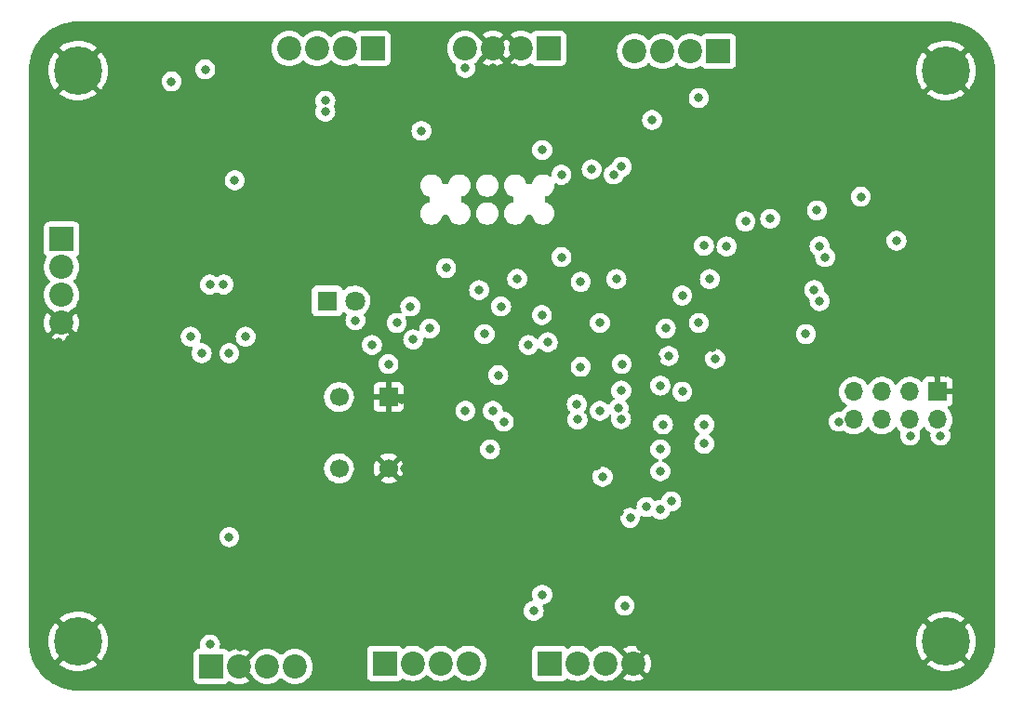
<source format=gbr>
%TF.GenerationSoftware,KiCad,Pcbnew,(6.0.9)*%
%TF.CreationDate,2022-12-05T13:16:43+00:00*%
%TF.ProjectId,stm32controller,73746d33-3263-46f6-9e74-726f6c6c6572,rev?*%
%TF.SameCoordinates,Original*%
%TF.FileFunction,Copper,L2,Inr*%
%TF.FilePolarity,Positive*%
%FSLAX46Y46*%
G04 Gerber Fmt 4.6, Leading zero omitted, Abs format (unit mm)*
G04 Created by KiCad (PCBNEW (6.0.9)) date 2022-12-05 13:16:43*
%MOMM*%
%LPD*%
G01*
G04 APERTURE LIST*
%TA.AperFunction,ComponentPad*%
%ADD10R,2.200000X2.200000*%
%TD*%
%TA.AperFunction,ComponentPad*%
%ADD11C,2.200000*%
%TD*%
%TA.AperFunction,ComponentPad*%
%ADD12C,1.700000*%
%TD*%
%TA.AperFunction,ComponentPad*%
%ADD13R,1.700000X1.700000*%
%TD*%
%TA.AperFunction,ComponentPad*%
%ADD14R,1.800000X1.800000*%
%TD*%
%TA.AperFunction,ComponentPad*%
%ADD15C,1.800000*%
%TD*%
%TA.AperFunction,ComponentPad*%
%ADD16C,4.400000*%
%TD*%
%TA.AperFunction,ComponentPad*%
%ADD17O,1.700000X1.700000*%
%TD*%
%TA.AperFunction,ViaPad*%
%ADD18C,0.800000*%
%TD*%
G04 APERTURE END LIST*
D10*
%TO.N,A0*%
%TO.C,J8*%
X65920000Y-86000000D03*
D11*
%TO.N,A1*%
X68460000Y-86000000D03*
%TO.N,A2*%
X71000000Y-86000000D03*
%TO.N,A3*%
X73540000Y-86000000D03*
%TD*%
D12*
%TO.N,GND*%
%TO.C,SW1*%
X66250000Y-68250000D03*
D13*
X66250000Y-61750000D03*
D12*
%TO.N,nRST*%
X61750000Y-61750000D03*
X61750000Y-68250000D03*
%TD*%
D10*
%TO.N,+3V3*%
%TO.C,J3*%
X50130000Y-86288345D03*
D11*
%TO.N,GND*%
X52670000Y-86288345D03*
%TO.N,C13*%
X55210000Y-86288345D03*
%TO.N,C14*%
X57750000Y-86288345D03*
%TD*%
D14*
%TO.N,Net-(D1-Pad1)*%
%TO.C,D1*%
X60670000Y-53000000D03*
D15*
%TO.N,+3V3*%
X63210000Y-53000000D03*
%TD*%
D10*
%TO.N,D9*%
%TO.C,J6*%
X80815000Y-30000000D03*
D11*
%TO.N,GND*%
X78275000Y-30000000D03*
X75735000Y-30000000D03*
%TO.N,+3V3*%
X73195000Y-30000000D03*
%TD*%
D10*
%TO.N,D5*%
%TO.C,J5*%
X64815000Y-30000000D03*
D11*
%TO.N,D6*%
X62275000Y-30000000D03*
%TO.N,D7*%
X59735000Y-30000000D03*
%TO.N,D8*%
X57195000Y-30000000D03*
%TD*%
D16*
%TO.N,GND*%
%TO.C,H2*%
X38000000Y-32000000D03*
%TD*%
%TO.N,GND*%
%TO.C,H4*%
X117000000Y-84000000D03*
%TD*%
D10*
%TO.N,C15*%
%TO.C,J4*%
X96290000Y-30250000D03*
D11*
%TO.N,D0*%
X93750000Y-30250000D03*
%TO.N,D1*%
X91210000Y-30250000D03*
%TO.N,D2*%
X88670000Y-30250000D03*
%TD*%
D13*
%TO.N,GND*%
%TO.C,J1*%
X116250000Y-61250000D03*
D17*
%TO.N,+3V3*%
X116250000Y-63790000D03*
%TO.N,nrf_CE*%
X113710000Y-61250000D03*
%TO.N,+3V3*%
X113710000Y-63790000D03*
%TO.N,SCK*%
X111170000Y-61250000D03*
%TO.N,MOSI*%
X111170000Y-63790000D03*
%TO.N,MISO*%
X108630000Y-61250000D03*
%TO.N,+3V3*%
X108630000Y-63790000D03*
%TD*%
D10*
%TO.N,A4*%
%TO.C,J9*%
X80920000Y-86000000D03*
D11*
%TO.N,GYRO_INT*%
X83460000Y-86000000D03*
%TO.N,A10*%
X86000000Y-86000000D03*
%TO.N,GND*%
X88540000Y-86000000D03*
%TD*%
D16*
%TO.N,GND*%
%TO.C,H3*%
X117000000Y-32000000D03*
%TD*%
D10*
%TO.N,+7.5V*%
%TO.C,J7*%
X36500000Y-47380000D03*
D11*
%TO.N,unconnected-(J7-Pad2)*%
X36500000Y-49920000D03*
%TO.N,unconnected-(J7-Pad3)*%
X36500000Y-52460000D03*
%TO.N,GND*%
X36500000Y-55000000D03*
%TD*%
D16*
%TO.N,GND*%
%TO.C,H1*%
X38000000Y-84000000D03*
%TD*%
D18*
%TO.N,A4*%
X95000000Y-64240500D03*
X95000000Y-66000000D03*
%TO.N,GYRO_INT*%
X91000000Y-68500000D03*
X93000000Y-52500000D03*
X85500000Y-55000000D03*
X85500000Y-63000500D03*
%TO.N,A10*%
X87425500Y-63750000D03*
X91000000Y-66500000D03*
%TO.N,GND*%
X58000000Y-58500000D03*
X76500000Y-55000000D03*
X95750000Y-56250000D03*
X43250000Y-54250000D03*
X67500000Y-62000000D03*
X39250000Y-36500000D03*
X84750000Y-77750000D03*
X54250000Y-50000000D03*
X90683328Y-58266668D03*
X87250000Y-72250000D03*
X72750000Y-48250000D03*
X72250000Y-66500000D03*
X75250000Y-39250000D03*
X75750000Y-31750000D03*
X37250000Y-56500000D03*
X57000000Y-43500000D03*
X44250000Y-54000000D03*
X77250000Y-67500000D03*
X112500000Y-44750000D03*
X54250000Y-51000000D03*
X82000000Y-72500000D03*
X107250000Y-40500000D03*
X111250000Y-50750000D03*
X56000000Y-43500000D03*
X79622909Y-63334091D03*
X71000000Y-64250000D03*
X42750000Y-84000000D03*
X43000000Y-51750000D03*
X94500000Y-50250000D03*
X89250000Y-84500000D03*
X117000000Y-59500000D03*
X88750000Y-53500000D03*
X85750000Y-71000000D03*
X77702912Y-31751438D03*
X45250000Y-32500000D03*
X51750000Y-69500000D03*
X95750000Y-57250000D03*
X52750000Y-84538345D03*
X70250000Y-39250000D03*
X108250000Y-52250000D03*
X112750000Y-82250000D03*
X71000000Y-65500000D03*
X106250000Y-40500000D03*
X83000000Y-72500000D03*
X81750000Y-51000000D03*
X82500000Y-58500000D03*
X67750000Y-68250000D03*
X60500000Y-43500000D03*
X36250000Y-56750000D03*
X108250000Y-55000000D03*
X85250000Y-68000000D03*
X54250000Y-49000000D03*
X71250000Y-66500000D03*
X112750000Y-30000000D03*
X79000000Y-72250000D03*
X78500000Y-68750000D03*
X61500000Y-43500000D03*
X90000000Y-52500000D03*
X116000000Y-59500000D03*
%TO.N,A0*%
X88250000Y-72750000D03*
X80250000Y-79750000D03*
%TO.N,A1*%
X79470023Y-81220023D03*
X89750000Y-71750000D03*
%TO.N,A2*%
X87750000Y-80750000D03*
X91000000Y-72000000D03*
%TO.N,A3*%
X91250000Y-64240500D03*
X92000000Y-71250000D03*
%TO.N,+7.5V*%
X46500000Y-33000000D03*
X49575001Y-31896108D03*
%TO.N,D9*%
X77970023Y-50970023D03*
X83750000Y-59000000D03*
%TO.N,D5*%
X71500000Y-50000000D03*
X69250000Y-37500000D03*
%TO.N,D6*%
X70000000Y-55500000D03*
X68250000Y-53500000D03*
%TO.N,D7*%
X68500000Y-56500000D03*
X67000000Y-55000000D03*
%TO.N,D8*%
X75750000Y-63000000D03*
X66250000Y-58750000D03*
X64750000Y-57000000D03*
X73250000Y-63000000D03*
%TO.N,C15*%
X90250000Y-36500000D03*
X83460889Y-63789111D03*
X82000000Y-49000000D03*
X94500000Y-34500000D03*
X84750000Y-41000000D03*
X82000000Y-41500000D03*
%TO.N,D0*%
X101000000Y-45500000D03*
X104250000Y-56000000D03*
%TO.N,D1*%
X91000000Y-60700500D03*
X98750000Y-45750000D03*
%TO.N,D2*%
X87500000Y-58750000D03*
X83750000Y-51250000D03*
%TO.N,/USB_D+*%
X60500000Y-35751600D03*
X86763555Y-41472925D03*
%TO.N,+3V3*%
X80750000Y-56750000D03*
X50000000Y-51500000D03*
X113750000Y-65250000D03*
X73250000Y-31750000D03*
X51750000Y-74500000D03*
X116500000Y-65250000D03*
X52250000Y-42000000D03*
X94500000Y-55000000D03*
X107250000Y-64000000D03*
X50000000Y-84288345D03*
X63250000Y-54750000D03*
X91750000Y-58000000D03*
X80220023Y-54279977D03*
X105250000Y-44750000D03*
X48250000Y-56250000D03*
X49250000Y-57750000D03*
X91500000Y-55500000D03*
X112500000Y-47500000D03*
X53250000Y-56250000D03*
X85750000Y-69000000D03*
X109250000Y-43500000D03*
X51750000Y-57750000D03*
X80250000Y-39250000D03*
X75500000Y-66500000D03*
X51250000Y-51500000D03*
X76750000Y-64000000D03*
%TO.N,nRST*%
X76250000Y-59750000D03*
X83392998Y-62392997D03*
%TO.N,I2C_SCL*%
X105500000Y-53000000D03*
X106000000Y-49000000D03*
%TO.N,I2C_SDA*%
X105000000Y-52000000D03*
X105500000Y-48000000D03*
%TO.N,GYRO_CS*%
X94970023Y-47970023D03*
X97029977Y-48029977D03*
%TO.N,DRDY*%
X87000000Y-51000000D03*
X95500000Y-51000000D03*
%TO.N,DEN*%
X87447122Y-61155731D03*
X96000000Y-58250500D03*
%TO.N,nrf_CE*%
X87197768Y-62776787D03*
X93000000Y-61250500D03*
%TO.N,/USB_D-*%
X87472925Y-40763555D03*
X60500000Y-34748400D03*
%TO.N,SWCLK*%
X79000000Y-57000000D03*
X74500000Y-52000000D03*
%TO.N,TDO*%
X76500000Y-53500000D03*
X75000000Y-56000000D03*
%TD*%
%TA.AperFunction,Conductor*%
%TO.N,GND*%
G36*
X116970018Y-27510000D02*
G01*
X116984851Y-27512310D01*
X116984855Y-27512310D01*
X116993724Y-27513691D01*
X117014183Y-27511016D01*
X117036007Y-27510072D01*
X117385965Y-27525352D01*
X117396913Y-27526310D01*
X117774498Y-27576019D01*
X117785307Y-27577926D01*
X118157114Y-27660353D01*
X118167731Y-27663198D01*
X118530939Y-27777718D01*
X118541254Y-27781471D01*
X118893123Y-27927220D01*
X118903067Y-27931858D01*
X119240867Y-28107705D01*
X119250387Y-28113201D01*
X119571574Y-28317820D01*
X119580578Y-28324124D01*
X119882716Y-28555962D01*
X119891137Y-28563028D01*
X120171914Y-28820314D01*
X120179686Y-28828086D01*
X120436972Y-29108863D01*
X120444038Y-29117284D01*
X120675876Y-29419422D01*
X120682180Y-29428426D01*
X120886799Y-29749613D01*
X120892294Y-29759132D01*
X121022670Y-30009580D01*
X121068138Y-30096924D01*
X121072780Y-30106877D01*
X121218526Y-30458739D01*
X121222282Y-30469061D01*
X121318044Y-30772776D01*
X121336802Y-30832268D01*
X121339647Y-30842885D01*
X121419363Y-31202460D01*
X121422073Y-31214685D01*
X121423981Y-31225502D01*
X121468027Y-31560072D01*
X121473690Y-31603086D01*
X121474648Y-31614035D01*
X121488591Y-31933365D01*
X121489603Y-31956552D01*
X121488223Y-31981429D01*
X121486309Y-31993724D01*
X121487473Y-32002626D01*
X121487473Y-32002628D01*
X121490436Y-32025283D01*
X121491500Y-32041621D01*
X121491500Y-83950633D01*
X121490000Y-83970018D01*
X121487690Y-83984851D01*
X121487690Y-83984855D01*
X121486309Y-83993724D01*
X121488984Y-84014183D01*
X121489928Y-84036007D01*
X121479197Y-84281780D01*
X121474648Y-84385964D01*
X121473690Y-84396913D01*
X121426701Y-84753840D01*
X121423982Y-84774490D01*
X121422074Y-84785307D01*
X121362099Y-85055838D01*
X121339647Y-85157114D01*
X121336802Y-85167731D01*
X121226946Y-85516150D01*
X121222285Y-85530932D01*
X121218529Y-85541254D01*
X121113604Y-85794566D01*
X121072784Y-85893114D01*
X121068142Y-85903067D01*
X120906589Y-86213408D01*
X120892295Y-86240867D01*
X120886799Y-86250387D01*
X120682180Y-86571574D01*
X120675876Y-86580578D01*
X120444038Y-86882716D01*
X120436972Y-86891137D01*
X120179686Y-87171914D01*
X120171914Y-87179686D01*
X119891137Y-87436972D01*
X119882716Y-87444038D01*
X119580578Y-87675876D01*
X119571574Y-87682180D01*
X119250387Y-87886799D01*
X119240868Y-87892294D01*
X118903067Y-88068142D01*
X118893123Y-88072780D01*
X118541254Y-88218529D01*
X118530939Y-88222282D01*
X118167732Y-88336802D01*
X118157115Y-88339647D01*
X117785307Y-88422074D01*
X117774498Y-88423981D01*
X117396914Y-88473690D01*
X117385965Y-88474648D01*
X117043446Y-88489603D01*
X117018571Y-88488223D01*
X117006276Y-88486309D01*
X116997374Y-88487473D01*
X116997372Y-88487473D01*
X116982323Y-88489441D01*
X116974714Y-88490436D01*
X116958379Y-88491500D01*
X38049367Y-88491500D01*
X38029982Y-88490000D01*
X38015149Y-88487690D01*
X38015145Y-88487690D01*
X38006276Y-88486309D01*
X37985817Y-88488984D01*
X37963993Y-88489928D01*
X37614035Y-88474648D01*
X37603086Y-88473690D01*
X37225502Y-88423981D01*
X37214693Y-88422074D01*
X36842885Y-88339647D01*
X36832268Y-88336802D01*
X36469061Y-88222282D01*
X36458746Y-88218529D01*
X36106877Y-88072780D01*
X36096933Y-88068142D01*
X35759132Y-87892294D01*
X35749613Y-87886799D01*
X35428426Y-87682180D01*
X35419422Y-87675876D01*
X35117284Y-87444038D01*
X35108863Y-87436972D01*
X35108325Y-87436479D01*
X48521500Y-87436479D01*
X48528255Y-87498661D01*
X48579385Y-87635050D01*
X48666739Y-87751606D01*
X48783295Y-87838960D01*
X48919684Y-87890090D01*
X48981866Y-87896845D01*
X51278134Y-87896845D01*
X51340316Y-87890090D01*
X51476705Y-87838960D01*
X51593261Y-87751606D01*
X51646254Y-87680898D01*
X51703113Y-87638383D01*
X51773932Y-87633357D01*
X51812915Y-87649030D01*
X51933506Y-87722928D01*
X51942300Y-87727409D01*
X52166991Y-87820479D01*
X52176376Y-87823528D01*
X52412863Y-87880304D01*
X52422610Y-87881847D01*
X52665070Y-87900929D01*
X52674930Y-87900929D01*
X52917390Y-87881847D01*
X52927137Y-87880304D01*
X53163624Y-87823528D01*
X53173009Y-87820479D01*
X53397700Y-87727409D01*
X53406494Y-87722928D01*
X53601167Y-87603632D01*
X53610627Y-87593175D01*
X53606844Y-87584399D01*
X52399885Y-86377440D01*
X52365859Y-86315128D01*
X52367694Y-86289477D01*
X53034408Y-86289477D01*
X53034539Y-86291310D01*
X53038790Y-86297925D01*
X53778726Y-87037861D01*
X53797064Y-87061121D01*
X53904672Y-87236721D01*
X54069102Y-87429243D01*
X54261624Y-87593673D01*
X54477498Y-87725961D01*
X54482068Y-87727854D01*
X54482072Y-87727856D01*
X54706836Y-87820956D01*
X54711409Y-87822850D01*
X54778513Y-87838960D01*
X54952784Y-87880799D01*
X54952790Y-87880800D01*
X54957597Y-87881954D01*
X55210000Y-87901819D01*
X55462403Y-87881954D01*
X55467210Y-87880800D01*
X55467216Y-87880799D01*
X55641487Y-87838960D01*
X55708591Y-87822850D01*
X55713164Y-87820956D01*
X55937928Y-87727856D01*
X55937932Y-87727854D01*
X55942502Y-87725961D01*
X56158376Y-87593673D01*
X56350898Y-87429243D01*
X56354106Y-87425487D01*
X56354113Y-87425480D01*
X56384190Y-87390265D01*
X56443641Y-87351456D01*
X56514635Y-87350950D01*
X56575810Y-87390265D01*
X56605887Y-87425480D01*
X56605894Y-87425487D01*
X56609102Y-87429243D01*
X56801624Y-87593673D01*
X57017498Y-87725961D01*
X57022068Y-87727854D01*
X57022072Y-87727856D01*
X57246836Y-87820956D01*
X57251409Y-87822850D01*
X57318513Y-87838960D01*
X57492784Y-87880799D01*
X57492790Y-87880800D01*
X57497597Y-87881954D01*
X57750000Y-87901819D01*
X58002403Y-87881954D01*
X58007210Y-87880800D01*
X58007216Y-87880799D01*
X58181487Y-87838960D01*
X58248591Y-87822850D01*
X58253164Y-87820956D01*
X58477928Y-87727856D01*
X58477932Y-87727854D01*
X58482502Y-87725961D01*
X58698376Y-87593673D01*
X58890898Y-87429243D01*
X59055328Y-87236721D01*
X59109614Y-87148134D01*
X64311500Y-87148134D01*
X64318255Y-87210316D01*
X64369385Y-87346705D01*
X64456739Y-87463261D01*
X64573295Y-87550615D01*
X64709684Y-87601745D01*
X64771866Y-87608500D01*
X67068134Y-87608500D01*
X67130316Y-87601745D01*
X67266705Y-87550615D01*
X67383261Y-87463261D01*
X67435954Y-87392954D01*
X67492813Y-87350440D01*
X67563631Y-87345415D01*
X67602614Y-87361087D01*
X67720067Y-87433062D01*
X67727498Y-87437616D01*
X67732068Y-87439509D01*
X67732072Y-87439511D01*
X67956836Y-87532611D01*
X67961409Y-87534505D01*
X68028513Y-87550615D01*
X68202784Y-87592454D01*
X68202790Y-87592455D01*
X68207597Y-87593609D01*
X68460000Y-87613474D01*
X68712403Y-87593609D01*
X68717210Y-87592455D01*
X68717216Y-87592454D01*
X68891487Y-87550615D01*
X68958591Y-87534505D01*
X68963164Y-87532611D01*
X69187928Y-87439511D01*
X69187932Y-87439509D01*
X69192502Y-87437616D01*
X69200931Y-87432451D01*
X69212306Y-87425480D01*
X69408376Y-87305328D01*
X69600898Y-87140898D01*
X69604106Y-87137142D01*
X69604113Y-87137135D01*
X69634190Y-87101920D01*
X69693641Y-87063111D01*
X69764635Y-87062605D01*
X69825810Y-87101920D01*
X69855887Y-87137135D01*
X69855894Y-87137142D01*
X69859102Y-87140898D01*
X70051624Y-87305328D01*
X70247694Y-87425480D01*
X70259070Y-87432451D01*
X70267498Y-87437616D01*
X70272068Y-87439509D01*
X70272072Y-87439511D01*
X70496836Y-87532611D01*
X70501409Y-87534505D01*
X70568513Y-87550615D01*
X70742784Y-87592454D01*
X70742790Y-87592455D01*
X70747597Y-87593609D01*
X71000000Y-87613474D01*
X71252403Y-87593609D01*
X71257210Y-87592455D01*
X71257216Y-87592454D01*
X71431487Y-87550615D01*
X71498591Y-87534505D01*
X71503164Y-87532611D01*
X71727928Y-87439511D01*
X71727932Y-87439509D01*
X71732502Y-87437616D01*
X71740931Y-87432451D01*
X71752306Y-87425480D01*
X71948376Y-87305328D01*
X72140898Y-87140898D01*
X72144106Y-87137142D01*
X72144113Y-87137135D01*
X72174190Y-87101920D01*
X72233641Y-87063111D01*
X72304635Y-87062605D01*
X72365810Y-87101920D01*
X72395887Y-87137135D01*
X72395894Y-87137142D01*
X72399102Y-87140898D01*
X72591624Y-87305328D01*
X72787694Y-87425480D01*
X72799070Y-87432451D01*
X72807498Y-87437616D01*
X72812068Y-87439509D01*
X72812072Y-87439511D01*
X73036836Y-87532611D01*
X73041409Y-87534505D01*
X73108513Y-87550615D01*
X73282784Y-87592454D01*
X73282790Y-87592455D01*
X73287597Y-87593609D01*
X73540000Y-87613474D01*
X73792403Y-87593609D01*
X73797210Y-87592455D01*
X73797216Y-87592454D01*
X73971487Y-87550615D01*
X74038591Y-87534505D01*
X74043164Y-87532611D01*
X74267928Y-87439511D01*
X74267932Y-87439509D01*
X74272502Y-87437616D01*
X74280931Y-87432451D01*
X74292306Y-87425480D01*
X74488376Y-87305328D01*
X74672426Y-87148134D01*
X79311500Y-87148134D01*
X79318255Y-87210316D01*
X79369385Y-87346705D01*
X79456739Y-87463261D01*
X79573295Y-87550615D01*
X79709684Y-87601745D01*
X79771866Y-87608500D01*
X82068134Y-87608500D01*
X82130316Y-87601745D01*
X82266705Y-87550615D01*
X82383261Y-87463261D01*
X82435954Y-87392954D01*
X82492813Y-87350440D01*
X82563631Y-87345415D01*
X82602614Y-87361087D01*
X82720067Y-87433062D01*
X82727498Y-87437616D01*
X82732068Y-87439509D01*
X82732072Y-87439511D01*
X82956836Y-87532611D01*
X82961409Y-87534505D01*
X83028513Y-87550615D01*
X83202784Y-87592454D01*
X83202790Y-87592455D01*
X83207597Y-87593609D01*
X83460000Y-87613474D01*
X83712403Y-87593609D01*
X83717210Y-87592455D01*
X83717216Y-87592454D01*
X83891487Y-87550615D01*
X83958591Y-87534505D01*
X83963164Y-87532611D01*
X84187928Y-87439511D01*
X84187932Y-87439509D01*
X84192502Y-87437616D01*
X84200931Y-87432451D01*
X84212306Y-87425480D01*
X84408376Y-87305328D01*
X84600898Y-87140898D01*
X84604106Y-87137142D01*
X84604113Y-87137135D01*
X84634190Y-87101920D01*
X84693641Y-87063111D01*
X84764635Y-87062605D01*
X84825810Y-87101920D01*
X84855887Y-87137135D01*
X84855894Y-87137142D01*
X84859102Y-87140898D01*
X85051624Y-87305328D01*
X85247694Y-87425480D01*
X85259070Y-87432451D01*
X85267498Y-87437616D01*
X85272068Y-87439509D01*
X85272072Y-87439511D01*
X85496836Y-87532611D01*
X85501409Y-87534505D01*
X85568513Y-87550615D01*
X85742784Y-87592454D01*
X85742790Y-87592455D01*
X85747597Y-87593609D01*
X86000000Y-87613474D01*
X86252403Y-87593609D01*
X86257210Y-87592455D01*
X86257216Y-87592454D01*
X86431487Y-87550615D01*
X86498591Y-87534505D01*
X86503164Y-87532611D01*
X86727928Y-87439511D01*
X86727932Y-87439509D01*
X86732502Y-87437616D01*
X86740931Y-87432451D01*
X86752306Y-87425480D01*
X86948275Y-87305390D01*
X87599440Y-87305390D01*
X87605167Y-87313040D01*
X87803506Y-87434583D01*
X87812300Y-87439064D01*
X88036991Y-87532134D01*
X88046376Y-87535183D01*
X88282863Y-87591959D01*
X88292610Y-87593502D01*
X88535070Y-87612584D01*
X88544930Y-87612584D01*
X88787390Y-87593502D01*
X88797137Y-87591959D01*
X89033624Y-87535183D01*
X89043009Y-87532134D01*
X89267700Y-87439064D01*
X89276494Y-87434583D01*
X89471167Y-87315287D01*
X89480627Y-87304830D01*
X89476844Y-87296054D01*
X88552812Y-86372022D01*
X88538868Y-86364408D01*
X88537035Y-86364539D01*
X88530420Y-86368790D01*
X87606200Y-87293010D01*
X87599440Y-87305390D01*
X86948275Y-87305390D01*
X86948376Y-87305328D01*
X87140898Y-87140898D01*
X87305328Y-86948376D01*
X87412936Y-86772776D01*
X87431274Y-86749516D01*
X88167978Y-86012812D01*
X88174356Y-86001132D01*
X88904408Y-86001132D01*
X88904539Y-86002965D01*
X88908790Y-86009580D01*
X89833010Y-86933800D01*
X89845390Y-86940560D01*
X89853040Y-86934833D01*
X89974583Y-86736494D01*
X89979064Y-86727700D01*
X90072134Y-86503009D01*
X90075183Y-86493624D01*
X90131959Y-86257137D01*
X90133502Y-86247390D01*
X90146170Y-86086423D01*
X115278703Y-86086423D01*
X115286227Y-86096854D01*
X115425483Y-86209020D01*
X115431657Y-86213408D01*
X115702271Y-86382178D01*
X115708931Y-86385794D01*
X115997852Y-86520827D01*
X116004905Y-86523620D01*
X116307970Y-86622970D01*
X116315282Y-86624888D01*
X116628092Y-86687109D01*
X116635590Y-86688137D01*
X116953610Y-86712328D01*
X116961173Y-86712446D01*
X117279785Y-86698257D01*
X117287326Y-86697465D01*
X117601924Y-86645101D01*
X117609302Y-86643411D01*
X117915355Y-86553625D01*
X117922450Y-86551071D01*
X118215496Y-86425169D01*
X118222263Y-86421765D01*
X118498042Y-86261580D01*
X118504349Y-86257390D01*
X118714305Y-86098889D01*
X118722761Y-86087496D01*
X118716045Y-86075256D01*
X117012810Y-84372020D01*
X116998869Y-84364408D01*
X116997034Y-84364539D01*
X116990420Y-84368790D01*
X115285818Y-86073393D01*
X115278703Y-86086423D01*
X90146170Y-86086423D01*
X90152584Y-86004930D01*
X90152584Y-85995070D01*
X90133502Y-85752610D01*
X90131959Y-85742863D01*
X90075183Y-85506376D01*
X90072134Y-85496991D01*
X89979064Y-85272300D01*
X89974583Y-85263506D01*
X89855287Y-85068833D01*
X89844830Y-85059373D01*
X89836054Y-85063156D01*
X88912022Y-85987188D01*
X88904408Y-86001132D01*
X88174356Y-86001132D01*
X88175592Y-85998868D01*
X88175461Y-85997035D01*
X88171210Y-85990420D01*
X87431274Y-85250484D01*
X87412936Y-85227224D01*
X87366350Y-85151203D01*
X87305328Y-85051624D01*
X87140898Y-84859102D01*
X86948959Y-84695170D01*
X87599373Y-84695170D01*
X87603156Y-84703946D01*
X88527188Y-85627978D01*
X88541132Y-85635592D01*
X88542965Y-85635461D01*
X88549580Y-85631210D01*
X89473800Y-84706990D01*
X89480560Y-84694610D01*
X89474833Y-84686960D01*
X89276494Y-84565417D01*
X89267700Y-84560936D01*
X89043009Y-84467866D01*
X89033624Y-84464817D01*
X88797137Y-84408041D01*
X88787390Y-84406498D01*
X88544930Y-84387416D01*
X88535070Y-84387416D01*
X88292610Y-84406498D01*
X88282863Y-84408041D01*
X88046376Y-84464817D01*
X88036991Y-84467866D01*
X87812300Y-84560936D01*
X87803506Y-84565417D01*
X87608833Y-84684713D01*
X87599373Y-84695170D01*
X86948959Y-84695170D01*
X86948376Y-84694672D01*
X86732502Y-84562384D01*
X86727932Y-84560491D01*
X86727928Y-84560489D01*
X86503164Y-84467389D01*
X86503162Y-84467388D01*
X86498591Y-84465495D01*
X86413968Y-84445179D01*
X86257216Y-84407546D01*
X86257210Y-84407545D01*
X86252403Y-84406391D01*
X86000000Y-84386526D01*
X85747597Y-84406391D01*
X85742790Y-84407545D01*
X85742784Y-84407546D01*
X85586032Y-84445179D01*
X85501409Y-84465495D01*
X85496838Y-84467388D01*
X85496836Y-84467389D01*
X85272072Y-84560489D01*
X85272068Y-84560491D01*
X85267498Y-84562384D01*
X85051624Y-84694672D01*
X84859102Y-84859102D01*
X84855894Y-84862858D01*
X84855887Y-84862865D01*
X84825810Y-84898080D01*
X84766359Y-84936889D01*
X84695365Y-84937395D01*
X84634190Y-84898080D01*
X84604113Y-84862865D01*
X84604106Y-84862858D01*
X84600898Y-84859102D01*
X84408376Y-84694672D01*
X84192502Y-84562384D01*
X84187932Y-84560491D01*
X84187928Y-84560489D01*
X83963164Y-84467389D01*
X83963162Y-84467388D01*
X83958591Y-84465495D01*
X83873968Y-84445179D01*
X83717216Y-84407546D01*
X83717210Y-84407545D01*
X83712403Y-84406391D01*
X83460000Y-84386526D01*
X83207597Y-84406391D01*
X83202790Y-84407545D01*
X83202784Y-84407546D01*
X83046032Y-84445179D01*
X82961409Y-84465495D01*
X82956838Y-84467388D01*
X82956836Y-84467389D01*
X82732072Y-84560489D01*
X82732068Y-84560491D01*
X82727498Y-84562384D01*
X82723278Y-84564970D01*
X82602614Y-84638913D01*
X82534080Y-84657451D01*
X82466404Y-84635995D01*
X82435953Y-84607046D01*
X82404754Y-84565417D01*
X82383261Y-84536739D01*
X82266705Y-84449385D01*
X82130316Y-84398255D01*
X82068134Y-84391500D01*
X79771866Y-84391500D01*
X79709684Y-84398255D01*
X79573295Y-84449385D01*
X79456739Y-84536739D01*
X79369385Y-84653295D01*
X79318255Y-84789684D01*
X79311500Y-84851866D01*
X79311500Y-87148134D01*
X74672426Y-87148134D01*
X74680898Y-87140898D01*
X74845328Y-86948376D01*
X74977616Y-86732502D01*
X74985924Y-86712446D01*
X75072611Y-86503164D01*
X75072612Y-86503162D01*
X75074505Y-86498591D01*
X75118550Y-86315128D01*
X75132454Y-86257216D01*
X75132455Y-86257210D01*
X75133609Y-86252403D01*
X75153474Y-86000000D01*
X75133609Y-85747597D01*
X75127282Y-85721240D01*
X75086560Y-85551623D01*
X75074505Y-85501409D01*
X75009380Y-85344183D01*
X74979511Y-85272072D01*
X74979509Y-85272068D01*
X74977616Y-85267498D01*
X74845328Y-85051624D01*
X74680898Y-84859102D01*
X74488376Y-84694672D01*
X74272502Y-84562384D01*
X74267932Y-84560491D01*
X74267928Y-84560489D01*
X74043164Y-84467389D01*
X74043162Y-84467388D01*
X74038591Y-84465495D01*
X73953968Y-84445179D01*
X73797216Y-84407546D01*
X73797210Y-84407545D01*
X73792403Y-84406391D01*
X73540000Y-84386526D01*
X73287597Y-84406391D01*
X73282790Y-84407545D01*
X73282784Y-84407546D01*
X73126032Y-84445179D01*
X73041409Y-84465495D01*
X73036838Y-84467388D01*
X73036836Y-84467389D01*
X72812072Y-84560489D01*
X72812068Y-84560491D01*
X72807498Y-84562384D01*
X72591624Y-84694672D01*
X72399102Y-84859102D01*
X72395894Y-84862858D01*
X72395887Y-84862865D01*
X72365810Y-84898080D01*
X72306359Y-84936889D01*
X72235365Y-84937395D01*
X72174190Y-84898080D01*
X72144113Y-84862865D01*
X72144106Y-84862858D01*
X72140898Y-84859102D01*
X71948376Y-84694672D01*
X71732502Y-84562384D01*
X71727932Y-84560491D01*
X71727928Y-84560489D01*
X71503164Y-84467389D01*
X71503162Y-84467388D01*
X71498591Y-84465495D01*
X71413968Y-84445179D01*
X71257216Y-84407546D01*
X71257210Y-84407545D01*
X71252403Y-84406391D01*
X71000000Y-84386526D01*
X70747597Y-84406391D01*
X70742790Y-84407545D01*
X70742784Y-84407546D01*
X70586032Y-84445179D01*
X70501409Y-84465495D01*
X70496838Y-84467388D01*
X70496836Y-84467389D01*
X70272072Y-84560489D01*
X70272068Y-84560491D01*
X70267498Y-84562384D01*
X70051624Y-84694672D01*
X69859102Y-84859102D01*
X69855894Y-84862858D01*
X69855887Y-84862865D01*
X69825810Y-84898080D01*
X69766359Y-84936889D01*
X69695365Y-84937395D01*
X69634190Y-84898080D01*
X69604113Y-84862865D01*
X69604106Y-84862858D01*
X69600898Y-84859102D01*
X69408376Y-84694672D01*
X69192502Y-84562384D01*
X69187932Y-84560491D01*
X69187928Y-84560489D01*
X68963164Y-84467389D01*
X68963162Y-84467388D01*
X68958591Y-84465495D01*
X68873968Y-84445179D01*
X68717216Y-84407546D01*
X68717210Y-84407545D01*
X68712403Y-84406391D01*
X68460000Y-84386526D01*
X68207597Y-84406391D01*
X68202790Y-84407545D01*
X68202784Y-84407546D01*
X68046032Y-84445179D01*
X67961409Y-84465495D01*
X67956838Y-84467388D01*
X67956836Y-84467389D01*
X67732072Y-84560489D01*
X67732068Y-84560491D01*
X67727498Y-84562384D01*
X67723278Y-84564970D01*
X67602614Y-84638913D01*
X67534080Y-84657451D01*
X67466404Y-84635995D01*
X67435953Y-84607046D01*
X67404754Y-84565417D01*
X67383261Y-84536739D01*
X67266705Y-84449385D01*
X67130316Y-84398255D01*
X67068134Y-84391500D01*
X64771866Y-84391500D01*
X64709684Y-84398255D01*
X64573295Y-84449385D01*
X64456739Y-84536739D01*
X64369385Y-84653295D01*
X64318255Y-84789684D01*
X64311500Y-84851866D01*
X64311500Y-87148134D01*
X59109614Y-87148134D01*
X59187616Y-87020847D01*
X59216078Y-86952135D01*
X59282611Y-86791509D01*
X59282612Y-86791507D01*
X59284505Y-86786936D01*
X59323623Y-86623998D01*
X59342454Y-86545561D01*
X59342455Y-86545555D01*
X59343609Y-86540748D01*
X59363474Y-86288345D01*
X59343609Y-86035942D01*
X59337281Y-86009580D01*
X59285660Y-85794566D01*
X59284505Y-85789754D01*
X59282611Y-85785181D01*
X59189511Y-85560417D01*
X59189509Y-85560413D01*
X59187616Y-85555843D01*
X59055328Y-85339969D01*
X58890898Y-85147447D01*
X58698376Y-84983017D01*
X58496165Y-84859102D01*
X58486722Y-84853315D01*
X58482502Y-84850729D01*
X58477932Y-84848836D01*
X58477928Y-84848834D01*
X58253164Y-84755734D01*
X58253162Y-84755733D01*
X58248591Y-84753840D01*
X58163968Y-84733524D01*
X58007216Y-84695891D01*
X58007210Y-84695890D01*
X58002403Y-84694736D01*
X57750000Y-84674871D01*
X57497597Y-84694736D01*
X57492790Y-84695890D01*
X57492784Y-84695891D01*
X57336032Y-84733524D01*
X57251409Y-84753840D01*
X57246838Y-84755733D01*
X57246836Y-84755734D01*
X57022072Y-84848834D01*
X57022068Y-84848836D01*
X57017498Y-84850729D01*
X57013278Y-84853315D01*
X57003835Y-84859102D01*
X56801624Y-84983017D01*
X56609102Y-85147447D01*
X56605894Y-85151203D01*
X56605887Y-85151210D01*
X56575810Y-85186425D01*
X56516359Y-85225234D01*
X56445365Y-85225740D01*
X56384190Y-85186425D01*
X56354113Y-85151210D01*
X56354106Y-85151203D01*
X56350898Y-85147447D01*
X56158376Y-84983017D01*
X55956165Y-84859102D01*
X55946722Y-84853315D01*
X55942502Y-84850729D01*
X55937932Y-84848836D01*
X55937928Y-84848834D01*
X55713164Y-84755734D01*
X55713162Y-84755733D01*
X55708591Y-84753840D01*
X55623968Y-84733524D01*
X55467216Y-84695891D01*
X55467210Y-84695890D01*
X55462403Y-84694736D01*
X55210000Y-84674871D01*
X54957597Y-84694736D01*
X54952790Y-84695890D01*
X54952784Y-84695891D01*
X54796032Y-84733524D01*
X54711409Y-84753840D01*
X54706838Y-84755733D01*
X54706836Y-84755734D01*
X54482072Y-84848834D01*
X54482068Y-84848836D01*
X54477498Y-84850729D01*
X54473278Y-84853315D01*
X54463835Y-84859102D01*
X54261624Y-84983017D01*
X54069102Y-85147447D01*
X53904672Y-85339969D01*
X53800559Y-85509865D01*
X53797064Y-85515569D01*
X53778726Y-85538829D01*
X53042022Y-86275533D01*
X53034408Y-86289477D01*
X52367694Y-86289477D01*
X52370924Y-86244313D01*
X52399885Y-86199250D01*
X53603800Y-84995335D01*
X53610560Y-84982955D01*
X53604833Y-84975305D01*
X53406494Y-84853762D01*
X53397700Y-84849281D01*
X53173009Y-84756211D01*
X53163624Y-84753162D01*
X52927137Y-84696386D01*
X52917390Y-84694843D01*
X52674930Y-84675761D01*
X52665070Y-84675761D01*
X52422610Y-84694843D01*
X52412863Y-84696386D01*
X52176376Y-84753162D01*
X52166991Y-84756211D01*
X51942300Y-84849281D01*
X51933506Y-84853762D01*
X51812915Y-84927660D01*
X51744381Y-84946198D01*
X51676704Y-84924741D01*
X51646254Y-84895792D01*
X51598643Y-84832265D01*
X51598642Y-84832264D01*
X51593261Y-84825084D01*
X51476705Y-84737730D01*
X51340316Y-84686600D01*
X51278134Y-84679845D01*
X51001471Y-84679845D01*
X50933350Y-84659843D01*
X50886857Y-84606187D01*
X50876753Y-84535913D01*
X50881638Y-84514908D01*
X50891503Y-84484547D01*
X50893542Y-84478273D01*
X50895007Y-84464340D01*
X50912814Y-84294910D01*
X50913504Y-84288345D01*
X50893542Y-84098417D01*
X50853566Y-83975383D01*
X114287388Y-83975383D01*
X114303245Y-84293914D01*
X114304076Y-84301443D01*
X114358085Y-84615759D01*
X114359818Y-84623146D01*
X114451196Y-84928695D01*
X114453799Y-84935808D01*
X114581227Y-85228173D01*
X114584669Y-85234929D01*
X114746296Y-85509865D01*
X114750519Y-85516150D01*
X114901463Y-85713934D01*
X114912989Y-85722396D01*
X114925054Y-85715735D01*
X116627980Y-84012810D01*
X116634357Y-84001131D01*
X117364408Y-84001131D01*
X117364539Y-84002966D01*
X117368790Y-84009580D01*
X119073285Y-85714074D01*
X119086408Y-85721240D01*
X119096709Y-85713851D01*
X119200751Y-85586055D01*
X119205164Y-85579914D01*
X119375349Y-85310187D01*
X119379005Y-85303536D01*
X119515544Y-85015335D01*
X119518375Y-85008295D01*
X119619306Y-84705767D01*
X119621270Y-84698433D01*
X119685122Y-84385989D01*
X119686194Y-84378465D01*
X119712173Y-84059051D01*
X119712378Y-84054576D01*
X119712927Y-84002221D01*
X119712817Y-83997789D01*
X119693529Y-83677853D01*
X119692621Y-83670351D01*
X119635319Y-83356593D01*
X119633518Y-83349260D01*
X119538935Y-83044655D01*
X119536263Y-83037583D01*
X119405781Y-82746570D01*
X119402264Y-82739843D01*
X119237771Y-82466621D01*
X119233481Y-82460377D01*
X119097991Y-82286647D01*
X119086199Y-82278178D01*
X119074486Y-82284725D01*
X117372020Y-83987190D01*
X117364408Y-84001131D01*
X116634357Y-84001131D01*
X116635592Y-83998869D01*
X116635461Y-83997034D01*
X116631210Y-83990420D01*
X114926445Y-82285656D01*
X114913510Y-82278592D01*
X114902949Y-82286252D01*
X114782766Y-82437072D01*
X114778410Y-82443270D01*
X114611059Y-82714764D01*
X114607479Y-82721440D01*
X114473956Y-83011074D01*
X114471206Y-83018125D01*
X114373444Y-83321708D01*
X114371561Y-83329041D01*
X114310979Y-83642170D01*
X114309992Y-83649670D01*
X114287467Y-83967802D01*
X114287388Y-83975383D01*
X50853566Y-83975383D01*
X50834527Y-83916789D01*
X50739040Y-83751401D01*
X50611253Y-83609479D01*
X50456752Y-83497227D01*
X50450724Y-83494543D01*
X50450722Y-83494542D01*
X50288319Y-83422236D01*
X50288318Y-83422236D01*
X50282288Y-83419551D01*
X50188888Y-83399698D01*
X50101944Y-83381217D01*
X50101939Y-83381217D01*
X50095487Y-83379845D01*
X49904513Y-83379845D01*
X49898061Y-83381217D01*
X49898056Y-83381217D01*
X49811112Y-83399698D01*
X49717712Y-83419551D01*
X49711682Y-83422236D01*
X49711681Y-83422236D01*
X49549278Y-83494542D01*
X49549276Y-83494543D01*
X49543248Y-83497227D01*
X49388747Y-83609479D01*
X49260960Y-83751401D01*
X49165473Y-83916789D01*
X49106458Y-84098417D01*
X49086496Y-84288345D01*
X49087186Y-84294910D01*
X49104994Y-84464340D01*
X49106458Y-84478273D01*
X49108497Y-84484547D01*
X49118362Y-84514908D01*
X49120390Y-84585876D01*
X49083728Y-84646674D01*
X49020016Y-84677999D01*
X48998529Y-84679845D01*
X48981866Y-84679845D01*
X48919684Y-84686600D01*
X48783295Y-84737730D01*
X48666739Y-84825084D01*
X48579385Y-84941640D01*
X48528255Y-85078029D01*
X48521500Y-85140211D01*
X48521500Y-87436479D01*
X35108325Y-87436479D01*
X34828086Y-87179686D01*
X34820314Y-87171914D01*
X34563028Y-86891137D01*
X34555962Y-86882716D01*
X34324124Y-86580578D01*
X34317820Y-86571574D01*
X34113201Y-86250387D01*
X34107705Y-86240867D01*
X34093411Y-86213408D01*
X34027307Y-86086423D01*
X36278703Y-86086423D01*
X36286227Y-86096854D01*
X36425483Y-86209020D01*
X36431657Y-86213408D01*
X36702271Y-86382178D01*
X36708931Y-86385794D01*
X36997852Y-86520827D01*
X37004905Y-86523620D01*
X37307970Y-86622970D01*
X37315282Y-86624888D01*
X37628092Y-86687109D01*
X37635590Y-86688137D01*
X37953610Y-86712328D01*
X37961173Y-86712446D01*
X38279785Y-86698257D01*
X38287326Y-86697465D01*
X38601924Y-86645101D01*
X38609302Y-86643411D01*
X38915355Y-86553625D01*
X38922450Y-86551071D01*
X39215496Y-86425169D01*
X39222263Y-86421765D01*
X39498042Y-86261580D01*
X39504349Y-86257390D01*
X39714305Y-86098889D01*
X39722761Y-86087496D01*
X39716045Y-86075256D01*
X38012810Y-84372020D01*
X37998869Y-84364408D01*
X37997034Y-84364539D01*
X37990420Y-84368790D01*
X36285818Y-86073393D01*
X36278703Y-86086423D01*
X34027307Y-86086423D01*
X33931858Y-85903067D01*
X33927216Y-85893114D01*
X33886397Y-85794566D01*
X33781471Y-85541254D01*
X33777715Y-85530932D01*
X33773055Y-85516150D01*
X33663198Y-85167731D01*
X33660353Y-85157114D01*
X33637901Y-85055838D01*
X33577926Y-84785307D01*
X33576018Y-84774490D01*
X33573300Y-84753840D01*
X33526310Y-84396913D01*
X33525352Y-84385964D01*
X33520803Y-84281780D01*
X33510561Y-84047206D01*
X33512188Y-84020805D01*
X33512769Y-84017352D01*
X33512770Y-84017345D01*
X33513576Y-84012552D01*
X33513729Y-84000000D01*
X33510204Y-83975383D01*
X35287388Y-83975383D01*
X35303245Y-84293914D01*
X35304076Y-84301443D01*
X35358085Y-84615759D01*
X35359818Y-84623146D01*
X35451196Y-84928695D01*
X35453799Y-84935808D01*
X35581227Y-85228173D01*
X35584669Y-85234929D01*
X35746296Y-85509865D01*
X35750519Y-85516150D01*
X35901463Y-85713934D01*
X35912989Y-85722396D01*
X35925054Y-85715735D01*
X37627980Y-84012810D01*
X37634357Y-84001131D01*
X38364408Y-84001131D01*
X38364539Y-84002966D01*
X38368790Y-84009580D01*
X40073285Y-85714074D01*
X40086408Y-85721240D01*
X40096709Y-85713851D01*
X40200751Y-85586055D01*
X40205164Y-85579914D01*
X40375349Y-85310187D01*
X40379005Y-85303536D01*
X40515544Y-85015335D01*
X40518375Y-85008295D01*
X40619306Y-84705767D01*
X40621270Y-84698433D01*
X40685122Y-84385989D01*
X40686194Y-84378465D01*
X40712173Y-84059051D01*
X40712378Y-84054576D01*
X40712927Y-84002221D01*
X40712817Y-83997789D01*
X40693529Y-83677853D01*
X40692621Y-83670351D01*
X40635319Y-83356593D01*
X40633518Y-83349260D01*
X40538935Y-83044655D01*
X40536263Y-83037583D01*
X40405781Y-82746570D01*
X40402264Y-82739843D01*
X40237771Y-82466621D01*
X40233481Y-82460377D01*
X40097991Y-82286647D01*
X40086199Y-82278178D01*
X40074486Y-82284725D01*
X38372020Y-83987190D01*
X38364408Y-84001131D01*
X37634357Y-84001131D01*
X37635592Y-83998869D01*
X37635461Y-83997034D01*
X37631210Y-83990420D01*
X35926445Y-82285656D01*
X35913510Y-82278592D01*
X35902949Y-82286252D01*
X35782766Y-82437072D01*
X35778410Y-82443270D01*
X35611059Y-82714764D01*
X35607479Y-82721440D01*
X35473956Y-83011074D01*
X35471206Y-83018125D01*
X35373444Y-83321708D01*
X35371561Y-83329041D01*
X35310979Y-83642170D01*
X35309992Y-83649670D01*
X35287467Y-83967802D01*
X35287388Y-83975383D01*
X33510204Y-83975383D01*
X33509773Y-83972376D01*
X33508500Y-83954514D01*
X33508500Y-81913423D01*
X36277917Y-81913423D01*
X36284520Y-81925309D01*
X37987190Y-83627980D01*
X38001131Y-83635592D01*
X38002966Y-83635461D01*
X38009580Y-83631210D01*
X39714559Y-81926230D01*
X39721571Y-81913389D01*
X39713777Y-81902701D01*
X39551298Y-81774613D01*
X39545075Y-81770288D01*
X39272702Y-81604357D01*
X39266025Y-81600822D01*
X38975686Y-81468813D01*
X38968616Y-81466099D01*
X38664537Y-81369932D01*
X38657186Y-81368085D01*
X38343746Y-81309142D01*
X38336237Y-81308194D01*
X38017989Y-81287335D01*
X38010424Y-81287295D01*
X37691964Y-81304821D01*
X37684450Y-81305690D01*
X37370405Y-81361348D01*
X37363044Y-81363115D01*
X37057980Y-81456092D01*
X37050860Y-81458740D01*
X36759182Y-81587690D01*
X36752445Y-81591167D01*
X36478355Y-81754233D01*
X36472091Y-81758490D01*
X36286385Y-81901762D01*
X36277917Y-81913423D01*
X33508500Y-81913423D01*
X33508500Y-81220023D01*
X78556519Y-81220023D01*
X78557209Y-81226588D01*
X78565432Y-81304821D01*
X78576481Y-81409951D01*
X78635496Y-81591579D01*
X78730983Y-81756967D01*
X78735401Y-81761874D01*
X78735402Y-81761875D01*
X78854348Y-81893978D01*
X78858770Y-81898889D01*
X79013271Y-82011141D01*
X79019299Y-82013825D01*
X79019301Y-82013826D01*
X79181704Y-82086132D01*
X79187735Y-82088817D01*
X79281135Y-82108670D01*
X79368079Y-82127151D01*
X79368084Y-82127151D01*
X79374536Y-82128523D01*
X79565510Y-82128523D01*
X79571962Y-82127151D01*
X79571967Y-82127151D01*
X79658911Y-82108670D01*
X79752311Y-82088817D01*
X79758342Y-82086132D01*
X79920745Y-82013826D01*
X79920747Y-82013825D01*
X79926775Y-82011141D01*
X80061272Y-81913423D01*
X115277917Y-81913423D01*
X115284520Y-81925309D01*
X116987190Y-83627980D01*
X117001131Y-83635592D01*
X117002966Y-83635461D01*
X117009580Y-83631210D01*
X118714559Y-81926230D01*
X118721571Y-81913389D01*
X118713777Y-81902701D01*
X118551298Y-81774613D01*
X118545075Y-81770288D01*
X118272702Y-81604357D01*
X118266025Y-81600822D01*
X117975686Y-81468813D01*
X117968616Y-81466099D01*
X117664537Y-81369932D01*
X117657186Y-81368085D01*
X117343746Y-81309142D01*
X117336237Y-81308194D01*
X117017989Y-81287335D01*
X117010424Y-81287295D01*
X116691964Y-81304821D01*
X116684450Y-81305690D01*
X116370405Y-81361348D01*
X116363044Y-81363115D01*
X116057980Y-81456092D01*
X116050860Y-81458740D01*
X115759182Y-81587690D01*
X115752445Y-81591167D01*
X115478355Y-81754233D01*
X115472091Y-81758490D01*
X115286385Y-81901762D01*
X115277917Y-81913423D01*
X80061272Y-81913423D01*
X80081276Y-81898889D01*
X80085698Y-81893978D01*
X80204644Y-81761875D01*
X80204645Y-81761874D01*
X80209063Y-81756967D01*
X80304550Y-81591579D01*
X80363565Y-81409951D01*
X80374615Y-81304821D01*
X80382837Y-81226588D01*
X80383527Y-81220023D01*
X80363565Y-81030095D01*
X80304550Y-80848467D01*
X80298047Y-80837203D01*
X80281310Y-80768209D01*
X80287612Y-80750000D01*
X86836496Y-80750000D01*
X86856458Y-80939928D01*
X86915473Y-81121556D01*
X87010960Y-81286944D01*
X87015378Y-81291851D01*
X87015379Y-81291852D01*
X87134325Y-81423955D01*
X87138747Y-81428866D01*
X87293248Y-81541118D01*
X87299276Y-81543802D01*
X87299278Y-81543803D01*
X87461681Y-81616109D01*
X87467712Y-81618794D01*
X87561113Y-81638647D01*
X87648056Y-81657128D01*
X87648061Y-81657128D01*
X87654513Y-81658500D01*
X87845487Y-81658500D01*
X87851939Y-81657128D01*
X87851944Y-81657128D01*
X87938887Y-81638647D01*
X88032288Y-81618794D01*
X88038319Y-81616109D01*
X88200722Y-81543803D01*
X88200724Y-81543802D01*
X88206752Y-81541118D01*
X88361253Y-81428866D01*
X88365675Y-81423955D01*
X88484621Y-81291852D01*
X88484622Y-81291851D01*
X88489040Y-81286944D01*
X88584527Y-81121556D01*
X88643542Y-80939928D01*
X88663504Y-80750000D01*
X88643542Y-80560072D01*
X88584527Y-80378444D01*
X88489040Y-80213056D01*
X88416795Y-80132819D01*
X88365675Y-80076045D01*
X88365674Y-80076044D01*
X88361253Y-80071134D01*
X88206752Y-79958882D01*
X88200724Y-79956198D01*
X88200722Y-79956197D01*
X88038319Y-79883891D01*
X88038318Y-79883891D01*
X88032288Y-79881206D01*
X87938887Y-79861353D01*
X87851944Y-79842872D01*
X87851939Y-79842872D01*
X87845487Y-79841500D01*
X87654513Y-79841500D01*
X87648061Y-79842872D01*
X87648056Y-79842872D01*
X87561113Y-79861353D01*
X87467712Y-79881206D01*
X87461682Y-79883891D01*
X87461681Y-79883891D01*
X87299278Y-79956197D01*
X87299276Y-79956198D01*
X87293248Y-79958882D01*
X87138747Y-80071134D01*
X87134326Y-80076044D01*
X87134325Y-80076045D01*
X87083206Y-80132819D01*
X87010960Y-80213056D01*
X86915473Y-80378444D01*
X86856458Y-80560072D01*
X86836496Y-80750000D01*
X80287612Y-80750000D01*
X80304531Y-80701117D01*
X80360338Y-80657230D01*
X80380970Y-80650958D01*
X80421195Y-80642408D01*
X80532288Y-80618794D01*
X80649440Y-80566635D01*
X80700722Y-80543803D01*
X80700724Y-80543802D01*
X80706752Y-80541118D01*
X80861253Y-80428866D01*
X80960118Y-80319065D01*
X80984621Y-80291852D01*
X80984622Y-80291851D01*
X80989040Y-80286944D01*
X81084527Y-80121556D01*
X81143542Y-79939928D01*
X81163504Y-79750000D01*
X81143542Y-79560072D01*
X81084527Y-79378444D01*
X80989040Y-79213056D01*
X80861253Y-79071134D01*
X80706752Y-78958882D01*
X80700724Y-78956198D01*
X80700722Y-78956197D01*
X80538319Y-78883891D01*
X80538318Y-78883891D01*
X80532288Y-78881206D01*
X80438887Y-78861353D01*
X80351944Y-78842872D01*
X80351939Y-78842872D01*
X80345487Y-78841500D01*
X80154513Y-78841500D01*
X80148061Y-78842872D01*
X80148056Y-78842872D01*
X80061113Y-78861353D01*
X79967712Y-78881206D01*
X79961682Y-78883891D01*
X79961681Y-78883891D01*
X79799278Y-78956197D01*
X79799276Y-78956198D01*
X79793248Y-78958882D01*
X79638747Y-79071134D01*
X79510960Y-79213056D01*
X79415473Y-79378444D01*
X79356458Y-79560072D01*
X79336496Y-79750000D01*
X79356458Y-79939928D01*
X79415473Y-80121556D01*
X79421976Y-80132819D01*
X79438713Y-80201814D01*
X79415492Y-80268906D01*
X79359685Y-80312793D01*
X79339053Y-80319065D01*
X79298828Y-80327615D01*
X79187735Y-80351229D01*
X79181705Y-80353914D01*
X79181704Y-80353914D01*
X79019301Y-80426220D01*
X79019299Y-80426221D01*
X79013271Y-80428905D01*
X78858770Y-80541157D01*
X78854349Y-80546067D01*
X78854348Y-80546068D01*
X78754258Y-80657230D01*
X78730983Y-80683079D01*
X78635496Y-80848467D01*
X78576481Y-81030095D01*
X78556519Y-81220023D01*
X33508500Y-81220023D01*
X33508500Y-74500000D01*
X50836496Y-74500000D01*
X50856458Y-74689928D01*
X50915473Y-74871556D01*
X51010960Y-75036944D01*
X51138747Y-75178866D01*
X51293248Y-75291118D01*
X51299276Y-75293802D01*
X51299278Y-75293803D01*
X51461681Y-75366109D01*
X51467712Y-75368794D01*
X51561113Y-75388647D01*
X51648056Y-75407128D01*
X51648061Y-75407128D01*
X51654513Y-75408500D01*
X51845487Y-75408500D01*
X51851939Y-75407128D01*
X51851944Y-75407128D01*
X51938887Y-75388647D01*
X52032288Y-75368794D01*
X52038319Y-75366109D01*
X52200722Y-75293803D01*
X52200724Y-75293802D01*
X52206752Y-75291118D01*
X52361253Y-75178866D01*
X52489040Y-75036944D01*
X52584527Y-74871556D01*
X52643542Y-74689928D01*
X52663504Y-74500000D01*
X52643542Y-74310072D01*
X52584527Y-74128444D01*
X52489040Y-73963056D01*
X52361253Y-73821134D01*
X52206752Y-73708882D01*
X52200724Y-73706198D01*
X52200722Y-73706197D01*
X52038319Y-73633891D01*
X52038318Y-73633891D01*
X52032288Y-73631206D01*
X51938888Y-73611353D01*
X51851944Y-73592872D01*
X51851939Y-73592872D01*
X51845487Y-73591500D01*
X51654513Y-73591500D01*
X51648061Y-73592872D01*
X51648056Y-73592872D01*
X51561112Y-73611353D01*
X51467712Y-73631206D01*
X51461682Y-73633891D01*
X51461681Y-73633891D01*
X51299278Y-73706197D01*
X51299276Y-73706198D01*
X51293248Y-73708882D01*
X51138747Y-73821134D01*
X51010960Y-73963056D01*
X50915473Y-74128444D01*
X50856458Y-74310072D01*
X50836496Y-74500000D01*
X33508500Y-74500000D01*
X33508500Y-72750000D01*
X87336496Y-72750000D01*
X87337186Y-72756565D01*
X87353011Y-72907128D01*
X87356458Y-72939928D01*
X87415473Y-73121556D01*
X87510960Y-73286944D01*
X87638747Y-73428866D01*
X87793248Y-73541118D01*
X87799276Y-73543802D01*
X87799278Y-73543803D01*
X87906408Y-73591500D01*
X87967712Y-73618794D01*
X88061113Y-73638647D01*
X88148056Y-73657128D01*
X88148061Y-73657128D01*
X88154513Y-73658500D01*
X88345487Y-73658500D01*
X88351939Y-73657128D01*
X88351944Y-73657128D01*
X88438887Y-73638647D01*
X88532288Y-73618794D01*
X88593592Y-73591500D01*
X88700722Y-73543803D01*
X88700724Y-73543802D01*
X88706752Y-73541118D01*
X88861253Y-73428866D01*
X88989040Y-73286944D01*
X89084527Y-73121556D01*
X89143542Y-72939928D01*
X89146990Y-72907128D01*
X89162814Y-72756565D01*
X89163504Y-72750000D01*
X89162814Y-72743433D01*
X89156915Y-72687303D01*
X89169688Y-72617465D01*
X89218190Y-72565619D01*
X89287023Y-72548225D01*
X89333471Y-72559026D01*
X89467712Y-72618794D01*
X89561112Y-72638647D01*
X89648056Y-72657128D01*
X89648061Y-72657128D01*
X89654513Y-72658500D01*
X89845487Y-72658500D01*
X89851939Y-72657128D01*
X89851944Y-72657128D01*
X89938888Y-72638647D01*
X90032288Y-72618794D01*
X90164502Y-72559929D01*
X90234868Y-72550495D01*
X90299165Y-72580601D01*
X90309373Y-72590712D01*
X90388747Y-72678866D01*
X90543248Y-72791118D01*
X90549276Y-72793802D01*
X90549278Y-72793803D01*
X90711681Y-72866109D01*
X90717712Y-72868794D01*
X90811113Y-72888647D01*
X90898056Y-72907128D01*
X90898061Y-72907128D01*
X90904513Y-72908500D01*
X91095487Y-72908500D01*
X91101939Y-72907128D01*
X91101944Y-72907128D01*
X91188887Y-72888647D01*
X91282288Y-72868794D01*
X91288319Y-72866109D01*
X91450722Y-72793803D01*
X91450724Y-72793802D01*
X91456752Y-72791118D01*
X91611253Y-72678866D01*
X91713221Y-72565619D01*
X91734621Y-72541852D01*
X91734622Y-72541851D01*
X91739040Y-72536944D01*
X91834527Y-72371556D01*
X91875465Y-72245563D01*
X91915539Y-72186958D01*
X91980936Y-72159321D01*
X91995298Y-72158500D01*
X92095487Y-72158500D01*
X92101939Y-72157128D01*
X92101944Y-72157128D01*
X92188888Y-72138647D01*
X92282288Y-72118794D01*
X92288319Y-72116109D01*
X92450722Y-72043803D01*
X92450724Y-72043802D01*
X92456752Y-72041118D01*
X92611253Y-71928866D01*
X92739040Y-71786944D01*
X92834527Y-71621556D01*
X92893542Y-71439928D01*
X92913504Y-71250000D01*
X92905033Y-71169399D01*
X92894232Y-71066635D01*
X92894232Y-71066633D01*
X92893542Y-71060072D01*
X92834527Y-70878444D01*
X92813990Y-70842872D01*
X92742341Y-70718774D01*
X92739040Y-70713056D01*
X92611253Y-70571134D01*
X92456752Y-70458882D01*
X92450724Y-70456198D01*
X92450722Y-70456197D01*
X92288319Y-70383891D01*
X92288318Y-70383891D01*
X92282288Y-70381206D01*
X92188888Y-70361353D01*
X92101944Y-70342872D01*
X92101939Y-70342872D01*
X92095487Y-70341500D01*
X91904513Y-70341500D01*
X91898061Y-70342872D01*
X91898056Y-70342872D01*
X91811112Y-70361353D01*
X91717712Y-70381206D01*
X91711682Y-70383891D01*
X91711681Y-70383891D01*
X91549278Y-70456197D01*
X91549276Y-70456198D01*
X91543248Y-70458882D01*
X91388747Y-70571134D01*
X91260960Y-70713056D01*
X91257659Y-70718774D01*
X91186011Y-70842872D01*
X91165473Y-70878444D01*
X91163432Y-70884726D01*
X91124535Y-71004437D01*
X91084461Y-71063042D01*
X91019064Y-71090679D01*
X91004702Y-71091500D01*
X90904513Y-71091500D01*
X90898061Y-71092872D01*
X90898056Y-71092872D01*
X90811113Y-71111353D01*
X90717712Y-71131206D01*
X90585498Y-71190071D01*
X90515132Y-71199505D01*
X90450835Y-71169399D01*
X90440627Y-71159288D01*
X90361253Y-71071134D01*
X90206752Y-70958882D01*
X90200724Y-70956198D01*
X90200722Y-70956197D01*
X90038319Y-70883891D01*
X90038318Y-70883891D01*
X90032288Y-70881206D01*
X89938887Y-70861353D01*
X89851944Y-70842872D01*
X89851939Y-70842872D01*
X89845487Y-70841500D01*
X89654513Y-70841500D01*
X89648061Y-70842872D01*
X89648056Y-70842872D01*
X89561113Y-70861353D01*
X89467712Y-70881206D01*
X89461682Y-70883891D01*
X89461681Y-70883891D01*
X89299278Y-70956197D01*
X89299276Y-70956198D01*
X89293248Y-70958882D01*
X89138747Y-71071134D01*
X89134326Y-71076044D01*
X89134325Y-71076045D01*
X89121149Y-71090679D01*
X89010960Y-71213056D01*
X88915473Y-71378444D01*
X88856458Y-71560072D01*
X88836496Y-71750000D01*
X88837186Y-71756565D01*
X88837186Y-71756567D01*
X88843085Y-71812697D01*
X88830312Y-71882535D01*
X88781810Y-71934381D01*
X88712977Y-71951775D01*
X88666529Y-71940974D01*
X88532288Y-71881206D01*
X88438887Y-71861353D01*
X88351944Y-71842872D01*
X88351939Y-71842872D01*
X88345487Y-71841500D01*
X88154513Y-71841500D01*
X88148061Y-71842872D01*
X88148056Y-71842872D01*
X88061113Y-71861353D01*
X87967712Y-71881206D01*
X87961682Y-71883891D01*
X87961681Y-71883891D01*
X87799278Y-71956197D01*
X87799276Y-71956198D01*
X87793248Y-71958882D01*
X87638747Y-72071134D01*
X87634326Y-72076044D01*
X87634325Y-72076045D01*
X87531785Y-72189928D01*
X87510960Y-72213056D01*
X87415473Y-72378444D01*
X87356458Y-72560072D01*
X87355768Y-72566633D01*
X87355768Y-72566635D01*
X87344488Y-72673960D01*
X87336496Y-72750000D01*
X33508500Y-72750000D01*
X33508500Y-68216695D01*
X60387251Y-68216695D01*
X60387548Y-68221848D01*
X60387548Y-68221851D01*
X60393011Y-68316590D01*
X60400110Y-68439715D01*
X60401247Y-68444761D01*
X60401248Y-68444767D01*
X60421119Y-68532939D01*
X60449222Y-68657639D01*
X60533266Y-68864616D01*
X60649987Y-69055088D01*
X60796250Y-69223938D01*
X60968126Y-69366632D01*
X61161000Y-69479338D01*
X61369692Y-69559030D01*
X61374760Y-69560061D01*
X61374763Y-69560062D01*
X61479604Y-69581392D01*
X61588597Y-69603567D01*
X61593772Y-69603757D01*
X61593774Y-69603757D01*
X61806673Y-69611564D01*
X61806677Y-69611564D01*
X61811837Y-69611753D01*
X61816957Y-69611097D01*
X61816959Y-69611097D01*
X62028288Y-69584025D01*
X62028289Y-69584025D01*
X62033416Y-69583368D01*
X62038366Y-69581883D01*
X62242429Y-69520661D01*
X62242434Y-69520659D01*
X62247384Y-69519174D01*
X62447994Y-69420896D01*
X62512544Y-69374853D01*
X65489977Y-69374853D01*
X65495258Y-69381907D01*
X65656756Y-69476279D01*
X65666042Y-69480729D01*
X65865001Y-69556703D01*
X65874899Y-69559579D01*
X66083595Y-69602038D01*
X66093823Y-69603257D01*
X66306650Y-69611062D01*
X66316936Y-69610595D01*
X66528185Y-69583534D01*
X66538262Y-69581392D01*
X66742255Y-69520191D01*
X66751842Y-69516433D01*
X66943098Y-69422738D01*
X66951944Y-69417465D01*
X66999247Y-69383723D01*
X67007648Y-69373023D01*
X67000660Y-69359870D01*
X66262812Y-68622022D01*
X66248868Y-68614408D01*
X66247035Y-68614539D01*
X66240420Y-68618790D01*
X65496737Y-69362473D01*
X65489977Y-69374853D01*
X62512544Y-69374853D01*
X62629860Y-69291173D01*
X62788096Y-69133489D01*
X62847594Y-69050689D01*
X62915435Y-68956277D01*
X62918453Y-68952077D01*
X62920874Y-68947180D01*
X63015136Y-68756453D01*
X63015137Y-68756451D01*
X63017430Y-68751811D01*
X63082370Y-68538069D01*
X63111529Y-68316590D01*
X63113156Y-68250000D01*
X63110843Y-68221863D01*
X64888050Y-68221863D01*
X64900309Y-68434477D01*
X64901745Y-68444697D01*
X64948565Y-68652446D01*
X64951645Y-68662275D01*
X65031770Y-68859603D01*
X65036413Y-68868794D01*
X65116460Y-68999420D01*
X65126916Y-69008880D01*
X65135694Y-69005096D01*
X65877978Y-68262812D01*
X65884356Y-68251132D01*
X66614408Y-68251132D01*
X66614539Y-68252965D01*
X66618790Y-68259580D01*
X67360474Y-69001264D01*
X67372484Y-69007823D01*
X67382724Y-69000000D01*
X84836496Y-69000000D01*
X84837186Y-69006565D01*
X84850910Y-69137137D01*
X84856458Y-69189928D01*
X84915473Y-69371556D01*
X84918776Y-69377278D01*
X84918777Y-69377279D01*
X84945023Y-69422738D01*
X85010960Y-69536944D01*
X85015378Y-69541851D01*
X85015379Y-69541852D01*
X85078148Y-69611564D01*
X85138747Y-69678866D01*
X85293248Y-69791118D01*
X85299276Y-69793802D01*
X85299278Y-69793803D01*
X85461681Y-69866109D01*
X85467712Y-69868794D01*
X85561112Y-69888647D01*
X85648056Y-69907128D01*
X85648061Y-69907128D01*
X85654513Y-69908500D01*
X85845487Y-69908500D01*
X85851939Y-69907128D01*
X85851944Y-69907128D01*
X85938888Y-69888647D01*
X86032288Y-69868794D01*
X86038319Y-69866109D01*
X86200722Y-69793803D01*
X86200724Y-69793802D01*
X86206752Y-69791118D01*
X86361253Y-69678866D01*
X86421852Y-69611564D01*
X86484621Y-69541852D01*
X86484622Y-69541851D01*
X86489040Y-69536944D01*
X86554977Y-69422738D01*
X86581223Y-69377279D01*
X86581224Y-69377278D01*
X86584527Y-69371556D01*
X86643542Y-69189928D01*
X86649091Y-69137137D01*
X86662814Y-69006565D01*
X86663504Y-69000000D01*
X86658909Y-68956277D01*
X86644232Y-68816635D01*
X86644232Y-68816633D01*
X86643542Y-68810072D01*
X86584527Y-68628444D01*
X86510370Y-68500000D01*
X90086496Y-68500000D01*
X90087186Y-68506565D01*
X90103552Y-68662275D01*
X90106458Y-68689928D01*
X90165473Y-68871556D01*
X90260960Y-69036944D01*
X90388747Y-69178866D01*
X90543248Y-69291118D01*
X90549276Y-69293802D01*
X90549278Y-69293803D01*
X90709799Y-69365271D01*
X90717712Y-69368794D01*
X90811113Y-69388647D01*
X90898056Y-69407128D01*
X90898061Y-69407128D01*
X90904513Y-69408500D01*
X91095487Y-69408500D01*
X91101939Y-69407128D01*
X91101944Y-69407128D01*
X91188887Y-69388647D01*
X91282288Y-69368794D01*
X91290201Y-69365271D01*
X91450722Y-69293803D01*
X91450724Y-69293802D01*
X91456752Y-69291118D01*
X91611253Y-69178866D01*
X91739040Y-69036944D01*
X91834527Y-68871556D01*
X91893542Y-68689928D01*
X91896449Y-68662275D01*
X91912814Y-68506565D01*
X91913504Y-68500000D01*
X91907699Y-68444767D01*
X91894232Y-68316635D01*
X91894232Y-68316633D01*
X91893542Y-68310072D01*
X91834527Y-68128444D01*
X91813990Y-68092872D01*
X91779146Y-68032522D01*
X91739040Y-67963056D01*
X91611253Y-67821134D01*
X91456752Y-67708882D01*
X91450724Y-67706198D01*
X91450722Y-67706197D01*
X91288319Y-67633891D01*
X91288318Y-67633891D01*
X91282288Y-67631206D01*
X91244844Y-67623247D01*
X91182371Y-67589518D01*
X91148049Y-67527369D01*
X91152777Y-67456530D01*
X91195053Y-67399492D01*
X91244844Y-67376753D01*
X91282288Y-67368794D01*
X91288319Y-67366109D01*
X91450722Y-67293803D01*
X91450724Y-67293802D01*
X91456752Y-67291118D01*
X91611253Y-67178866D01*
X91615675Y-67173955D01*
X91734621Y-67041852D01*
X91734622Y-67041851D01*
X91739040Y-67036944D01*
X91813197Y-66908500D01*
X91831223Y-66877279D01*
X91831224Y-66877278D01*
X91834527Y-66871556D01*
X91893542Y-66689928D01*
X91913504Y-66500000D01*
X91893542Y-66310072D01*
X91834527Y-66128444D01*
X91827406Y-66116109D01*
X91784109Y-66041118D01*
X91760370Y-66000000D01*
X94086496Y-66000000D01*
X94087186Y-66006565D01*
X94103011Y-66157128D01*
X94106458Y-66189928D01*
X94165473Y-66371556D01*
X94260960Y-66536944D01*
X94388747Y-66678866D01*
X94543248Y-66791118D01*
X94549276Y-66793802D01*
X94549278Y-66793803D01*
X94709799Y-66865271D01*
X94717712Y-66868794D01*
X94811113Y-66888647D01*
X94898056Y-66907128D01*
X94898061Y-66907128D01*
X94904513Y-66908500D01*
X95095487Y-66908500D01*
X95101939Y-66907128D01*
X95101944Y-66907128D01*
X95188887Y-66888647D01*
X95282288Y-66868794D01*
X95290201Y-66865271D01*
X95450722Y-66793803D01*
X95450724Y-66793802D01*
X95456752Y-66791118D01*
X95611253Y-66678866D01*
X95739040Y-66536944D01*
X95834527Y-66371556D01*
X95893542Y-66189928D01*
X95896990Y-66157128D01*
X95912814Y-66006565D01*
X95913504Y-66000000D01*
X95906028Y-65928866D01*
X95894232Y-65816635D01*
X95894232Y-65816633D01*
X95893542Y-65810072D01*
X95834527Y-65628444D01*
X95813990Y-65592872D01*
X95742341Y-65468774D01*
X95739040Y-65463056D01*
X95718216Y-65439928D01*
X95615675Y-65326045D01*
X95615674Y-65326044D01*
X95611253Y-65321134D01*
X95475063Y-65222185D01*
X95431709Y-65165964D01*
X95425634Y-65095227D01*
X95458765Y-65032436D01*
X95475063Y-65018314D01*
X95605909Y-64923249D01*
X95605911Y-64923247D01*
X95611253Y-64919366D01*
X95625695Y-64903327D01*
X95734621Y-64782352D01*
X95734622Y-64782351D01*
X95739040Y-64777444D01*
X95807264Y-64659277D01*
X95831223Y-64617779D01*
X95831224Y-64617778D01*
X95834527Y-64612056D01*
X95893542Y-64430428D01*
X95913504Y-64240500D01*
X95893542Y-64050572D01*
X95877110Y-64000000D01*
X106336496Y-64000000D01*
X106337186Y-64006565D01*
X106353383Y-64160667D01*
X106356458Y-64189928D01*
X106415473Y-64371556D01*
X106510960Y-64536944D01*
X106515378Y-64541851D01*
X106515379Y-64541852D01*
X106634325Y-64673955D01*
X106638747Y-64678866D01*
X106693947Y-64718971D01*
X106781183Y-64782352D01*
X106793248Y-64791118D01*
X106799276Y-64793802D01*
X106799278Y-64793803D01*
X106961681Y-64866109D01*
X106967712Y-64868794D01*
X107042680Y-64884729D01*
X107148056Y-64907128D01*
X107148061Y-64907128D01*
X107154513Y-64908500D01*
X107345487Y-64908500D01*
X107351939Y-64907128D01*
X107351944Y-64907128D01*
X107457320Y-64884729D01*
X107532288Y-64868794D01*
X107575936Y-64849361D01*
X107636700Y-64822307D01*
X107707067Y-64812873D01*
X107768434Y-64840470D01*
X107848126Y-64906632D01*
X108041000Y-65019338D01*
X108045825Y-65021180D01*
X108045826Y-65021181D01*
X108073158Y-65031618D01*
X108249692Y-65099030D01*
X108254760Y-65100061D01*
X108254763Y-65100062D01*
X108306884Y-65110666D01*
X108468597Y-65143567D01*
X108473772Y-65143757D01*
X108473774Y-65143757D01*
X108686673Y-65151564D01*
X108686677Y-65151564D01*
X108691837Y-65151753D01*
X108696957Y-65151097D01*
X108696959Y-65151097D01*
X108908288Y-65124025D01*
X108908289Y-65124025D01*
X108913416Y-65123368D01*
X108960327Y-65109294D01*
X109122429Y-65060661D01*
X109122434Y-65060659D01*
X109127384Y-65059174D01*
X109327994Y-64960896D01*
X109509860Y-64831173D01*
X109668096Y-64673489D01*
X109675704Y-64662902D01*
X109798453Y-64492077D01*
X109799776Y-64493028D01*
X109846645Y-64449857D01*
X109916580Y-64437625D01*
X109982026Y-64465144D01*
X110009875Y-64496994D01*
X110069987Y-64595088D01*
X110216250Y-64763938D01*
X110347280Y-64872721D01*
X110376138Y-64896679D01*
X110388126Y-64906632D01*
X110581000Y-65019338D01*
X110585825Y-65021180D01*
X110585826Y-65021181D01*
X110613158Y-65031618D01*
X110789692Y-65099030D01*
X110794760Y-65100061D01*
X110794763Y-65100062D01*
X110846884Y-65110666D01*
X111008597Y-65143567D01*
X111013772Y-65143757D01*
X111013774Y-65143757D01*
X111226673Y-65151564D01*
X111226677Y-65151564D01*
X111231837Y-65151753D01*
X111236957Y-65151097D01*
X111236959Y-65151097D01*
X111448288Y-65124025D01*
X111448289Y-65124025D01*
X111453416Y-65123368D01*
X111500327Y-65109294D01*
X111662429Y-65060661D01*
X111662434Y-65060659D01*
X111667384Y-65059174D01*
X111867994Y-64960896D01*
X112049860Y-64831173D01*
X112208096Y-64673489D01*
X112215704Y-64662902D01*
X112338453Y-64492077D01*
X112339776Y-64493028D01*
X112386645Y-64449857D01*
X112456580Y-64437625D01*
X112522026Y-64465144D01*
X112549875Y-64496994D01*
X112609987Y-64595088D01*
X112756250Y-64763938D01*
X112760225Y-64767238D01*
X112760228Y-64767241D01*
X112845188Y-64837776D01*
X112884823Y-64896679D01*
X112884536Y-64973656D01*
X112858500Y-65053786D01*
X112856458Y-65060072D01*
X112855768Y-65066635D01*
X112855767Y-65066642D01*
X112847111Y-65149000D01*
X112836496Y-65250000D01*
X112837186Y-65256565D01*
X112844489Y-65326045D01*
X112856458Y-65439928D01*
X112915473Y-65621556D01*
X112918776Y-65627278D01*
X112918777Y-65627279D01*
X112923078Y-65634729D01*
X113010960Y-65786944D01*
X113015378Y-65791851D01*
X113015379Y-65791852D01*
X113134325Y-65923955D01*
X113138747Y-65928866D01*
X113293248Y-66041118D01*
X113299276Y-66043802D01*
X113299278Y-66043803D01*
X113461681Y-66116109D01*
X113467712Y-66118794D01*
X113542680Y-66134729D01*
X113648056Y-66157128D01*
X113648061Y-66157128D01*
X113654513Y-66158500D01*
X113845487Y-66158500D01*
X113851939Y-66157128D01*
X113851944Y-66157128D01*
X113957320Y-66134729D01*
X114032288Y-66118794D01*
X114038319Y-66116109D01*
X114200722Y-66043803D01*
X114200724Y-66043802D01*
X114206752Y-66041118D01*
X114361253Y-65928866D01*
X114365675Y-65923955D01*
X114484621Y-65791852D01*
X114484622Y-65791851D01*
X114489040Y-65786944D01*
X114576922Y-65634729D01*
X114581223Y-65627279D01*
X114581224Y-65627278D01*
X114584527Y-65621556D01*
X114643542Y-65439928D01*
X114655512Y-65326045D01*
X114662814Y-65256565D01*
X114663504Y-65250000D01*
X114652889Y-65149000D01*
X114644232Y-65066635D01*
X114644232Y-65066633D01*
X114643542Y-65060072D01*
X114598136Y-64920328D01*
X114596108Y-64849361D01*
X114629029Y-64792141D01*
X114702455Y-64718971D01*
X114748096Y-64673489D01*
X114755704Y-64662902D01*
X114878453Y-64492077D01*
X114879776Y-64493028D01*
X114926645Y-64449857D01*
X114996580Y-64437625D01*
X115062026Y-64465144D01*
X115089875Y-64496994D01*
X115149987Y-64595088D01*
X115296250Y-64763938D01*
X115427280Y-64872721D01*
X115456138Y-64896679D01*
X115468126Y-64906632D01*
X115472593Y-64909242D01*
X115472597Y-64909245D01*
X115543403Y-64950620D01*
X115592128Y-65002258D01*
X115605144Y-65072577D01*
X115586496Y-65250000D01*
X115587186Y-65256565D01*
X115594489Y-65326045D01*
X115606458Y-65439928D01*
X115665473Y-65621556D01*
X115668776Y-65627278D01*
X115668777Y-65627279D01*
X115673078Y-65634729D01*
X115760960Y-65786944D01*
X115765378Y-65791851D01*
X115765379Y-65791852D01*
X115884325Y-65923955D01*
X115888747Y-65928866D01*
X116043248Y-66041118D01*
X116049276Y-66043802D01*
X116049278Y-66043803D01*
X116211681Y-66116109D01*
X116217712Y-66118794D01*
X116292680Y-66134729D01*
X116398056Y-66157128D01*
X116398061Y-66157128D01*
X116404513Y-66158500D01*
X116595487Y-66158500D01*
X116601939Y-66157128D01*
X116601944Y-66157128D01*
X116707320Y-66134729D01*
X116782288Y-66118794D01*
X116788319Y-66116109D01*
X116950722Y-66043803D01*
X116950724Y-66043802D01*
X116956752Y-66041118D01*
X117111253Y-65928866D01*
X117115675Y-65923955D01*
X117234621Y-65791852D01*
X117234622Y-65791851D01*
X117239040Y-65786944D01*
X117326922Y-65634729D01*
X117331223Y-65627279D01*
X117331224Y-65627278D01*
X117334527Y-65621556D01*
X117393542Y-65439928D01*
X117405512Y-65326045D01*
X117412814Y-65256565D01*
X117413504Y-65250000D01*
X117402889Y-65149000D01*
X117394232Y-65066635D01*
X117394232Y-65066633D01*
X117393542Y-65060072D01*
X117334527Y-64878444D01*
X117327406Y-64866109D01*
X117288907Y-64799428D01*
X117272169Y-64730433D01*
X117295703Y-64662902D01*
X117298867Y-64658500D01*
X117418453Y-64492077D01*
X117439320Y-64449857D01*
X117515136Y-64296453D01*
X117515137Y-64296451D01*
X117517430Y-64291811D01*
X117582370Y-64078069D01*
X117611529Y-63856590D01*
X117612819Y-63803794D01*
X117613074Y-63793365D01*
X117613074Y-63793361D01*
X117613156Y-63790000D01*
X117594852Y-63567361D01*
X117540431Y-63350702D01*
X117451354Y-63145840D01*
X117395194Y-63059030D01*
X117332822Y-62962617D01*
X117332820Y-62962614D01*
X117330014Y-62958277D01*
X117326538Y-62954457D01*
X117326533Y-62954450D01*
X117182435Y-62796088D01*
X117151383Y-62732242D01*
X117159779Y-62661744D01*
X117204956Y-62606976D01*
X117231400Y-62593307D01*
X117338052Y-62553325D01*
X117353649Y-62544786D01*
X117455724Y-62468285D01*
X117468285Y-62455724D01*
X117544786Y-62353649D01*
X117553324Y-62338054D01*
X117598478Y-62217606D01*
X117602105Y-62202351D01*
X117607631Y-62151486D01*
X117608000Y-62144672D01*
X117608000Y-61522115D01*
X117603525Y-61506876D01*
X117602135Y-61505671D01*
X117594452Y-61504000D01*
X116122000Y-61504000D01*
X116053879Y-61483998D01*
X116007386Y-61430342D01*
X115996000Y-61378000D01*
X115996000Y-60977885D01*
X116504000Y-60977885D01*
X116508475Y-60993124D01*
X116509865Y-60994329D01*
X116517548Y-60996000D01*
X117589884Y-60996000D01*
X117605123Y-60991525D01*
X117606328Y-60990135D01*
X117607999Y-60982452D01*
X117607999Y-60355331D01*
X117607629Y-60348510D01*
X117602105Y-60297648D01*
X117598479Y-60282396D01*
X117553324Y-60161946D01*
X117544786Y-60146351D01*
X117468285Y-60044276D01*
X117455724Y-60031715D01*
X117353649Y-59955214D01*
X117338054Y-59946676D01*
X117217606Y-59901522D01*
X117202351Y-59897895D01*
X117151486Y-59892369D01*
X117144672Y-59892000D01*
X116522115Y-59892000D01*
X116506876Y-59896475D01*
X116505671Y-59897865D01*
X116504000Y-59905548D01*
X116504000Y-60977885D01*
X115996000Y-60977885D01*
X115996000Y-59910116D01*
X115991525Y-59894877D01*
X115990135Y-59893672D01*
X115982452Y-59892001D01*
X115355331Y-59892001D01*
X115348510Y-59892371D01*
X115297648Y-59897895D01*
X115282396Y-59901521D01*
X115161946Y-59946676D01*
X115146351Y-59955214D01*
X115044276Y-60031715D01*
X115031715Y-60044276D01*
X114955214Y-60146351D01*
X114946676Y-60161946D01*
X114905297Y-60272322D01*
X114862655Y-60329087D01*
X114796093Y-60353786D01*
X114726744Y-60338578D01*
X114694121Y-60312891D01*
X114643151Y-60256876D01*
X114643145Y-60256870D01*
X114639670Y-60253051D01*
X114635619Y-60249852D01*
X114635615Y-60249848D01*
X114468414Y-60117800D01*
X114468410Y-60117798D01*
X114464359Y-60114598D01*
X114268789Y-60006638D01*
X114263920Y-60004914D01*
X114263916Y-60004912D01*
X114063087Y-59933795D01*
X114063083Y-59933794D01*
X114058212Y-59932069D01*
X114053119Y-59931162D01*
X114053116Y-59931161D01*
X113843373Y-59893800D01*
X113843367Y-59893799D01*
X113838284Y-59892894D01*
X113764452Y-59891992D01*
X113620081Y-59890228D01*
X113620079Y-59890228D01*
X113614911Y-59890165D01*
X113394091Y-59923955D01*
X113181756Y-59993357D01*
X112983607Y-60096507D01*
X112979474Y-60099610D01*
X112979471Y-60099612D01*
X112886690Y-60169274D01*
X112804965Y-60230635D01*
X112765128Y-60272322D01*
X112676933Y-60364613D01*
X112650629Y-60392138D01*
X112543201Y-60549621D01*
X112488293Y-60594621D01*
X112417768Y-60602792D01*
X112354021Y-60571538D01*
X112333324Y-60547054D01*
X112252822Y-60422617D01*
X112252820Y-60422614D01*
X112250014Y-60418277D01*
X112099670Y-60253051D01*
X112095619Y-60249852D01*
X112095615Y-60249848D01*
X111928414Y-60117800D01*
X111928410Y-60117798D01*
X111924359Y-60114598D01*
X111728789Y-60006638D01*
X111723920Y-60004914D01*
X111723916Y-60004912D01*
X111523087Y-59933795D01*
X111523083Y-59933794D01*
X111518212Y-59932069D01*
X111513119Y-59931162D01*
X111513116Y-59931161D01*
X111303373Y-59893800D01*
X111303367Y-59893799D01*
X111298284Y-59892894D01*
X111224452Y-59891992D01*
X111080081Y-59890228D01*
X111080079Y-59890228D01*
X111074911Y-59890165D01*
X110854091Y-59923955D01*
X110641756Y-59993357D01*
X110443607Y-60096507D01*
X110439474Y-60099610D01*
X110439471Y-60099612D01*
X110346690Y-60169274D01*
X110264965Y-60230635D01*
X110225128Y-60272322D01*
X110136933Y-60364613D01*
X110110629Y-60392138D01*
X110003201Y-60549621D01*
X109948293Y-60594621D01*
X109877768Y-60602792D01*
X109814021Y-60571538D01*
X109793324Y-60547054D01*
X109712822Y-60422617D01*
X109712820Y-60422614D01*
X109710014Y-60418277D01*
X109559670Y-60253051D01*
X109555619Y-60249852D01*
X109555615Y-60249848D01*
X109388414Y-60117800D01*
X109388410Y-60117798D01*
X109384359Y-60114598D01*
X109188789Y-60006638D01*
X109183920Y-60004914D01*
X109183916Y-60004912D01*
X108983087Y-59933795D01*
X108983083Y-59933794D01*
X108978212Y-59932069D01*
X108973119Y-59931162D01*
X108973116Y-59931161D01*
X108763373Y-59893800D01*
X108763367Y-59893799D01*
X108758284Y-59892894D01*
X108684452Y-59891992D01*
X108540081Y-59890228D01*
X108540079Y-59890228D01*
X108534911Y-59890165D01*
X108314091Y-59923955D01*
X108101756Y-59993357D01*
X107903607Y-60096507D01*
X107899474Y-60099610D01*
X107899471Y-60099612D01*
X107806690Y-60169274D01*
X107724965Y-60230635D01*
X107685128Y-60272322D01*
X107596933Y-60364613D01*
X107570629Y-60392138D01*
X107567720Y-60396403D01*
X107567714Y-60396411D01*
X107533426Y-60446676D01*
X107444743Y-60576680D01*
X107406764Y-60658500D01*
X107362875Y-60753051D01*
X107350688Y-60779305D01*
X107290989Y-60994570D01*
X107267251Y-61216695D01*
X107267548Y-61221848D01*
X107267548Y-61221851D01*
X107273011Y-61316590D01*
X107280110Y-61439715D01*
X107281247Y-61444761D01*
X107281248Y-61444767D01*
X107299845Y-61527287D01*
X107329222Y-61657639D01*
X107351118Y-61711562D01*
X107399083Y-61829686D01*
X107413266Y-61864616D01*
X107452945Y-61929366D01*
X107527291Y-62050688D01*
X107529987Y-62055088D01*
X107676250Y-62223938D01*
X107848126Y-62366632D01*
X107898276Y-62395937D01*
X107921445Y-62409476D01*
X107970169Y-62461114D01*
X107983240Y-62530897D01*
X107956509Y-62596669D01*
X107916055Y-62630027D01*
X107909405Y-62633489D01*
X107903607Y-62636507D01*
X107899474Y-62639610D01*
X107899471Y-62639612D01*
X107741436Y-62758268D01*
X107724965Y-62770635D01*
X107570629Y-62932138D01*
X107567720Y-62936403D01*
X107567714Y-62936411D01*
X107494798Y-63043302D01*
X107439887Y-63088305D01*
X107364512Y-63095544D01*
X107345487Y-63091500D01*
X107154513Y-63091500D01*
X107148061Y-63092872D01*
X107148056Y-63092872D01*
X107076887Y-63108000D01*
X106967712Y-63131206D01*
X106961682Y-63133891D01*
X106961681Y-63133891D01*
X106799278Y-63206197D01*
X106799276Y-63206198D01*
X106793248Y-63208882D01*
X106638747Y-63321134D01*
X106634326Y-63326044D01*
X106634325Y-63326045D01*
X106519778Y-63453263D01*
X106510960Y-63463056D01*
X106415473Y-63628444D01*
X106356458Y-63810072D01*
X106355768Y-63816633D01*
X106355768Y-63816635D01*
X106342810Y-63939928D01*
X106336496Y-64000000D01*
X95877110Y-64000000D01*
X95834527Y-63868944D01*
X95827395Y-63856590D01*
X95769645Y-63756565D01*
X95739040Y-63703556D01*
X95712838Y-63674455D01*
X95615675Y-63566545D01*
X95615674Y-63566544D01*
X95611253Y-63561634D01*
X95475573Y-63463056D01*
X95462094Y-63453263D01*
X95462093Y-63453262D01*
X95456752Y-63449382D01*
X95450724Y-63446698D01*
X95450722Y-63446697D01*
X95288319Y-63374391D01*
X95288318Y-63374391D01*
X95282288Y-63371706D01*
X95183473Y-63350702D01*
X95101944Y-63333372D01*
X95101939Y-63333372D01*
X95095487Y-63332000D01*
X94904513Y-63332000D01*
X94898061Y-63333372D01*
X94898056Y-63333372D01*
X94816527Y-63350702D01*
X94717712Y-63371706D01*
X94711682Y-63374391D01*
X94711681Y-63374391D01*
X94549278Y-63446697D01*
X94549276Y-63446698D01*
X94543248Y-63449382D01*
X94537907Y-63453262D01*
X94537906Y-63453263D01*
X94524427Y-63463056D01*
X94388747Y-63561634D01*
X94384326Y-63566544D01*
X94384325Y-63566545D01*
X94287163Y-63674455D01*
X94260960Y-63703556D01*
X94230355Y-63756565D01*
X94172606Y-63856590D01*
X94165473Y-63868944D01*
X94106458Y-64050572D01*
X94086496Y-64240500D01*
X94106458Y-64430428D01*
X94165473Y-64612056D01*
X94168776Y-64617778D01*
X94168777Y-64617779D01*
X94192736Y-64659277D01*
X94260960Y-64777444D01*
X94265378Y-64782351D01*
X94265379Y-64782352D01*
X94374305Y-64903327D01*
X94388747Y-64919366D01*
X94394089Y-64923247D01*
X94394091Y-64923249D01*
X94524937Y-65018314D01*
X94568291Y-65074536D01*
X94574366Y-65145273D01*
X94541235Y-65208064D01*
X94524939Y-65222185D01*
X94388747Y-65321134D01*
X94384326Y-65326044D01*
X94384325Y-65326045D01*
X94281785Y-65439928D01*
X94260960Y-65463056D01*
X94257659Y-65468774D01*
X94186011Y-65592872D01*
X94165473Y-65628444D01*
X94106458Y-65810072D01*
X94105768Y-65816633D01*
X94105768Y-65816635D01*
X94093972Y-65928866D01*
X94086496Y-66000000D01*
X91760370Y-66000000D01*
X91739040Y-65963056D01*
X91711752Y-65932749D01*
X91615675Y-65826045D01*
X91615674Y-65826044D01*
X91611253Y-65821134D01*
X91456752Y-65708882D01*
X91450724Y-65706198D01*
X91450722Y-65706197D01*
X91288319Y-65633891D01*
X91288318Y-65633891D01*
X91282288Y-65631206D01*
X91188888Y-65611353D01*
X91101944Y-65592872D01*
X91101939Y-65592872D01*
X91095487Y-65591500D01*
X90904513Y-65591500D01*
X90898061Y-65592872D01*
X90898056Y-65592872D01*
X90811112Y-65611353D01*
X90717712Y-65631206D01*
X90711682Y-65633891D01*
X90711681Y-65633891D01*
X90549278Y-65706197D01*
X90549276Y-65706198D01*
X90543248Y-65708882D01*
X90388747Y-65821134D01*
X90384326Y-65826044D01*
X90384325Y-65826045D01*
X90288249Y-65932749D01*
X90260960Y-65963056D01*
X90215891Y-66041118D01*
X90172595Y-66116109D01*
X90165473Y-66128444D01*
X90106458Y-66310072D01*
X90086496Y-66500000D01*
X90106458Y-66689928D01*
X90165473Y-66871556D01*
X90168776Y-66877278D01*
X90168777Y-66877279D01*
X90186803Y-66908500D01*
X90260960Y-67036944D01*
X90265378Y-67041851D01*
X90265379Y-67041852D01*
X90384325Y-67173955D01*
X90388747Y-67178866D01*
X90543248Y-67291118D01*
X90549276Y-67293802D01*
X90549278Y-67293803D01*
X90711681Y-67366109D01*
X90717712Y-67368794D01*
X90755156Y-67376753D01*
X90817629Y-67410482D01*
X90851951Y-67472631D01*
X90847223Y-67543470D01*
X90804947Y-67600508D01*
X90755156Y-67623247D01*
X90717712Y-67631206D01*
X90711682Y-67633891D01*
X90711681Y-67633891D01*
X90549278Y-67706197D01*
X90549276Y-67706198D01*
X90543248Y-67708882D01*
X90388747Y-67821134D01*
X90260960Y-67963056D01*
X90220854Y-68032522D01*
X90186011Y-68092872D01*
X90165473Y-68128444D01*
X90106458Y-68310072D01*
X90105768Y-68316633D01*
X90105768Y-68316635D01*
X90092301Y-68444767D01*
X90086496Y-68500000D01*
X86510370Y-68500000D01*
X86489040Y-68463056D01*
X86463371Y-68434547D01*
X86365675Y-68326045D01*
X86365674Y-68326044D01*
X86361253Y-68321134D01*
X86206752Y-68208882D01*
X86200724Y-68206198D01*
X86200722Y-68206197D01*
X86038319Y-68133891D01*
X86038318Y-68133891D01*
X86032288Y-68131206D01*
X85938888Y-68111353D01*
X85851944Y-68092872D01*
X85851939Y-68092872D01*
X85845487Y-68091500D01*
X85654513Y-68091500D01*
X85648061Y-68092872D01*
X85648056Y-68092872D01*
X85561112Y-68111353D01*
X85467712Y-68131206D01*
X85461682Y-68133891D01*
X85461681Y-68133891D01*
X85299278Y-68206197D01*
X85299276Y-68206198D01*
X85293248Y-68208882D01*
X85138747Y-68321134D01*
X85134326Y-68326044D01*
X85134325Y-68326045D01*
X85036630Y-68434547D01*
X85010960Y-68463056D01*
X84915473Y-68628444D01*
X84856458Y-68810072D01*
X84855768Y-68816633D01*
X84855768Y-68816635D01*
X84841091Y-68956277D01*
X84836496Y-69000000D01*
X67382724Y-69000000D01*
X67384223Y-68998855D01*
X67415004Y-68956019D01*
X67420315Y-68947180D01*
X67514670Y-68756267D01*
X67518469Y-68746672D01*
X67580376Y-68542915D01*
X67582555Y-68532834D01*
X67610590Y-68319887D01*
X67611109Y-68313212D01*
X67612572Y-68253364D01*
X67612378Y-68246646D01*
X67594781Y-68032604D01*
X67593096Y-68022424D01*
X67541214Y-67815875D01*
X67537894Y-67806124D01*
X67452972Y-67610814D01*
X67448105Y-67601739D01*
X67383063Y-67501197D01*
X67372377Y-67491995D01*
X67362812Y-67496398D01*
X66622022Y-68237188D01*
X66614408Y-68251132D01*
X65884356Y-68251132D01*
X65885592Y-68248868D01*
X65885461Y-68247035D01*
X65881210Y-68240420D01*
X65139849Y-67499059D01*
X65128313Y-67492759D01*
X65116031Y-67502382D01*
X65068089Y-67572662D01*
X65063004Y-67581613D01*
X64973338Y-67774783D01*
X64969775Y-67784470D01*
X64912864Y-67989681D01*
X64910933Y-67999800D01*
X64888302Y-68211574D01*
X64888050Y-68221863D01*
X63110843Y-68221863D01*
X63094852Y-68027361D01*
X63040431Y-67810702D01*
X62951354Y-67605840D01*
X62830014Y-67418277D01*
X62679670Y-67253051D01*
X62675619Y-67249852D01*
X62675615Y-67249848D01*
X62519338Y-67126427D01*
X65491223Y-67126427D01*
X65497968Y-67138758D01*
X66237188Y-67877978D01*
X66251132Y-67885592D01*
X66252965Y-67885461D01*
X66259580Y-67881210D01*
X67003389Y-67137401D01*
X67010410Y-67124544D01*
X67003611Y-67115213D01*
X66999554Y-67112518D01*
X66813117Y-67009599D01*
X66803705Y-67005369D01*
X66602959Y-66934280D01*
X66592989Y-66931646D01*
X66383327Y-66894301D01*
X66373073Y-66893331D01*
X66160116Y-66890728D01*
X66149832Y-66891448D01*
X65939321Y-66923661D01*
X65929293Y-66926050D01*
X65726868Y-66992212D01*
X65717359Y-66996209D01*
X65528466Y-67094540D01*
X65519734Y-67100039D01*
X65499677Y-67115099D01*
X65491223Y-67126427D01*
X62519338Y-67126427D01*
X62508414Y-67117800D01*
X62508410Y-67117798D01*
X62504359Y-67114598D01*
X62308789Y-67006638D01*
X62303920Y-67004914D01*
X62303916Y-67004912D01*
X62103087Y-66933795D01*
X62103083Y-66933794D01*
X62098212Y-66932069D01*
X62093119Y-66931162D01*
X62093116Y-66931161D01*
X61883373Y-66893800D01*
X61883367Y-66893799D01*
X61878284Y-66892894D01*
X61804452Y-66891992D01*
X61660081Y-66890228D01*
X61660079Y-66890228D01*
X61654911Y-66890165D01*
X61434091Y-66923955D01*
X61221756Y-66993357D01*
X61023607Y-67096507D01*
X61019474Y-67099610D01*
X61019471Y-67099612D01*
X60908743Y-67182749D01*
X60844965Y-67230635D01*
X60690629Y-67392138D01*
X60687715Y-67396410D01*
X60687714Y-67396411D01*
X60675404Y-67414457D01*
X60564743Y-67576680D01*
X60470688Y-67779305D01*
X60410989Y-67994570D01*
X60387251Y-68216695D01*
X33508500Y-68216695D01*
X33508500Y-66500000D01*
X74586496Y-66500000D01*
X74606458Y-66689928D01*
X74665473Y-66871556D01*
X74668776Y-66877278D01*
X74668777Y-66877279D01*
X74686803Y-66908500D01*
X74760960Y-67036944D01*
X74765378Y-67041851D01*
X74765379Y-67041852D01*
X74884325Y-67173955D01*
X74888747Y-67178866D01*
X75043248Y-67291118D01*
X75049276Y-67293802D01*
X75049278Y-67293803D01*
X75211681Y-67366109D01*
X75217712Y-67368794D01*
X75309955Y-67388401D01*
X75398056Y-67407128D01*
X75398061Y-67407128D01*
X75404513Y-67408500D01*
X75595487Y-67408500D01*
X75601939Y-67407128D01*
X75601944Y-67407128D01*
X75690045Y-67388401D01*
X75782288Y-67368794D01*
X75788319Y-67366109D01*
X75950722Y-67293803D01*
X75950724Y-67293802D01*
X75956752Y-67291118D01*
X76111253Y-67178866D01*
X76115675Y-67173955D01*
X76234621Y-67041852D01*
X76234622Y-67041851D01*
X76239040Y-67036944D01*
X76313197Y-66908500D01*
X76331223Y-66877279D01*
X76331224Y-66877278D01*
X76334527Y-66871556D01*
X76393542Y-66689928D01*
X76413504Y-66500000D01*
X76393542Y-66310072D01*
X76334527Y-66128444D01*
X76327406Y-66116109D01*
X76284109Y-66041118D01*
X76239040Y-65963056D01*
X76211752Y-65932749D01*
X76115675Y-65826045D01*
X76115674Y-65826044D01*
X76111253Y-65821134D01*
X75956752Y-65708882D01*
X75950724Y-65706198D01*
X75950722Y-65706197D01*
X75788319Y-65633891D01*
X75788318Y-65633891D01*
X75782288Y-65631206D01*
X75688888Y-65611353D01*
X75601944Y-65592872D01*
X75601939Y-65592872D01*
X75595487Y-65591500D01*
X75404513Y-65591500D01*
X75398061Y-65592872D01*
X75398056Y-65592872D01*
X75311112Y-65611353D01*
X75217712Y-65631206D01*
X75211682Y-65633891D01*
X75211681Y-65633891D01*
X75049278Y-65706197D01*
X75049276Y-65706198D01*
X75043248Y-65708882D01*
X74888747Y-65821134D01*
X74884326Y-65826044D01*
X74884325Y-65826045D01*
X74788249Y-65932749D01*
X74760960Y-65963056D01*
X74715891Y-66041118D01*
X74672595Y-66116109D01*
X74665473Y-66128444D01*
X74606458Y-66310072D01*
X74586496Y-66500000D01*
X33508500Y-66500000D01*
X33508500Y-61716695D01*
X60387251Y-61716695D01*
X60387548Y-61721848D01*
X60387548Y-61721851D01*
X60393011Y-61816590D01*
X60400110Y-61939715D01*
X60401247Y-61944761D01*
X60401248Y-61944767D01*
X60422275Y-62038069D01*
X60449222Y-62157639D01*
X60533266Y-62364616D01*
X60554648Y-62399508D01*
X60627961Y-62519144D01*
X60649987Y-62555088D01*
X60796250Y-62723938D01*
X60968126Y-62866632D01*
X61161000Y-62979338D01*
X61165825Y-62981180D01*
X61165826Y-62981181D01*
X61215108Y-63000000D01*
X61369692Y-63059030D01*
X61374760Y-63060061D01*
X61374763Y-63060062D01*
X61463035Y-63078021D01*
X61588597Y-63103567D01*
X61593772Y-63103757D01*
X61593774Y-63103757D01*
X61806673Y-63111564D01*
X61806677Y-63111564D01*
X61811837Y-63111753D01*
X61816957Y-63111097D01*
X61816959Y-63111097D01*
X62028288Y-63084025D01*
X62028289Y-63084025D01*
X62033416Y-63083368D01*
X62038366Y-63081883D01*
X62242429Y-63020661D01*
X62242434Y-63020659D01*
X62247384Y-63019174D01*
X62447994Y-62920896D01*
X62629860Y-62791173D01*
X62637709Y-62783352D01*
X62776877Y-62644669D01*
X64892001Y-62644669D01*
X64892371Y-62651490D01*
X64897895Y-62702352D01*
X64901521Y-62717604D01*
X64946676Y-62838054D01*
X64955214Y-62853649D01*
X65031715Y-62955724D01*
X65044276Y-62968285D01*
X65146351Y-63044786D01*
X65161946Y-63053324D01*
X65282394Y-63098478D01*
X65297649Y-63102105D01*
X65348514Y-63107631D01*
X65355328Y-63108000D01*
X65977885Y-63108000D01*
X65993124Y-63103525D01*
X65994329Y-63102135D01*
X65996000Y-63094452D01*
X65996000Y-63089884D01*
X66504000Y-63089884D01*
X66508475Y-63105123D01*
X66509865Y-63106328D01*
X66517548Y-63107999D01*
X67144669Y-63107999D01*
X67151490Y-63107629D01*
X67202352Y-63102105D01*
X67217604Y-63098479D01*
X67338054Y-63053324D01*
X67353649Y-63044786D01*
X67413407Y-63000000D01*
X72336496Y-63000000D01*
X72337186Y-63006565D01*
X72348242Y-63111753D01*
X72356458Y-63189928D01*
X72415473Y-63371556D01*
X72418776Y-63377278D01*
X72418777Y-63377279D01*
X72438726Y-63411832D01*
X72510960Y-63536944D01*
X72515378Y-63541851D01*
X72515379Y-63541852D01*
X72588194Y-63622721D01*
X72638747Y-63678866D01*
X72672730Y-63703556D01*
X72781450Y-63782546D01*
X72793248Y-63791118D01*
X72799276Y-63793802D01*
X72799278Y-63793803D01*
X72961681Y-63866109D01*
X72967712Y-63868794D01*
X73061112Y-63888647D01*
X73148056Y-63907128D01*
X73148061Y-63907128D01*
X73154513Y-63908500D01*
X73345487Y-63908500D01*
X73351939Y-63907128D01*
X73351944Y-63907128D01*
X73438888Y-63888647D01*
X73532288Y-63868794D01*
X73538319Y-63866109D01*
X73700722Y-63793803D01*
X73700724Y-63793802D01*
X73706752Y-63791118D01*
X73718551Y-63782546D01*
X73827270Y-63703556D01*
X73861253Y-63678866D01*
X73911806Y-63622721D01*
X73984621Y-63541852D01*
X73984622Y-63541851D01*
X73989040Y-63536944D01*
X74061274Y-63411832D01*
X74081223Y-63377279D01*
X74081224Y-63377278D01*
X74084527Y-63371556D01*
X74143542Y-63189928D01*
X74151759Y-63111753D01*
X74162814Y-63006565D01*
X74163504Y-63000000D01*
X74836496Y-63000000D01*
X74837186Y-63006565D01*
X74848242Y-63111753D01*
X74856458Y-63189928D01*
X74915473Y-63371556D01*
X74918776Y-63377278D01*
X74918777Y-63377279D01*
X74938726Y-63411832D01*
X75010960Y-63536944D01*
X75015378Y-63541851D01*
X75015379Y-63541852D01*
X75088194Y-63622721D01*
X75138747Y-63678866D01*
X75172730Y-63703556D01*
X75281450Y-63782546D01*
X75293248Y-63791118D01*
X75299276Y-63793802D01*
X75299278Y-63793803D01*
X75461681Y-63866109D01*
X75467712Y-63868794D01*
X75561112Y-63888647D01*
X75648056Y-63907128D01*
X75648061Y-63907128D01*
X75654513Y-63908500D01*
X75713428Y-63908500D01*
X75781549Y-63928502D01*
X75828042Y-63982158D01*
X75838738Y-64021329D01*
X75841811Y-64050572D01*
X75853383Y-64160667D01*
X75856458Y-64189928D01*
X75915473Y-64371556D01*
X76010960Y-64536944D01*
X76015378Y-64541851D01*
X76015379Y-64541852D01*
X76134325Y-64673955D01*
X76138747Y-64678866D01*
X76193947Y-64718971D01*
X76281183Y-64782352D01*
X76293248Y-64791118D01*
X76299276Y-64793802D01*
X76299278Y-64793803D01*
X76461681Y-64866109D01*
X76467712Y-64868794D01*
X76542680Y-64884729D01*
X76648056Y-64907128D01*
X76648061Y-64907128D01*
X76654513Y-64908500D01*
X76845487Y-64908500D01*
X76851939Y-64907128D01*
X76851944Y-64907128D01*
X76957320Y-64884729D01*
X77032288Y-64868794D01*
X77038319Y-64866109D01*
X77200722Y-64793803D01*
X77200724Y-64793802D01*
X77206752Y-64791118D01*
X77218818Y-64782352D01*
X77306053Y-64718971D01*
X77361253Y-64678866D01*
X77365675Y-64673955D01*
X77484621Y-64541852D01*
X77484622Y-64541851D01*
X77489040Y-64536944D01*
X77584527Y-64371556D01*
X77643542Y-64189928D01*
X77646618Y-64160667D01*
X77662814Y-64006565D01*
X77663504Y-64000000D01*
X77657190Y-63939928D01*
X77644232Y-63816635D01*
X77644232Y-63816633D01*
X77643542Y-63810072D01*
X77584527Y-63628444D01*
X77489040Y-63463056D01*
X77480223Y-63453263D01*
X77365675Y-63326045D01*
X77365674Y-63326044D01*
X77361253Y-63321134D01*
X77206752Y-63208882D01*
X77200724Y-63206198D01*
X77200722Y-63206197D01*
X77038319Y-63133891D01*
X77038318Y-63133891D01*
X77032288Y-63131206D01*
X76923113Y-63108000D01*
X76851944Y-63092872D01*
X76851939Y-63092872D01*
X76845487Y-63091500D01*
X76786572Y-63091500D01*
X76718451Y-63071498D01*
X76671958Y-63017842D01*
X76661262Y-62978670D01*
X76658717Y-62954450D01*
X76646483Y-62838054D01*
X76644232Y-62816635D01*
X76644232Y-62816633D01*
X76643542Y-62810072D01*
X76584527Y-62628444D01*
X76572133Y-62606976D01*
X76498440Y-62479338D01*
X76489040Y-62463056D01*
X76479155Y-62452077D01*
X76425959Y-62392997D01*
X82479494Y-62392997D01*
X82480184Y-62399562D01*
X82492756Y-62519174D01*
X82499456Y-62582925D01*
X82558471Y-62764553D01*
X82561774Y-62770275D01*
X82561775Y-62770276D01*
X82584751Y-62810072D01*
X82653958Y-62929941D01*
X82658373Y-62934844D01*
X82658377Y-62934849D01*
X82687069Y-62966715D01*
X82722951Y-63006565D01*
X82757057Y-63044444D01*
X82787774Y-63108451D01*
X82779010Y-63178905D01*
X82757059Y-63213062D01*
X82721849Y-63252167D01*
X82626362Y-63417555D01*
X82567347Y-63599183D01*
X82566657Y-63605744D01*
X82566657Y-63605746D01*
X82558564Y-63682749D01*
X82547385Y-63789111D01*
X82548075Y-63795676D01*
X82562547Y-63933365D01*
X82567347Y-63979039D01*
X82626362Y-64160667D01*
X82721849Y-64326055D01*
X82726267Y-64330962D01*
X82726268Y-64330963D01*
X82821479Y-64436706D01*
X82849636Y-64467977D01*
X83004137Y-64580229D01*
X83010165Y-64582913D01*
X83010167Y-64582914D01*
X83093837Y-64620166D01*
X83178601Y-64657905D01*
X83251918Y-64673489D01*
X83358945Y-64696239D01*
X83358950Y-64696239D01*
X83365402Y-64697611D01*
X83556376Y-64697611D01*
X83562828Y-64696239D01*
X83562833Y-64696239D01*
X83669860Y-64673489D01*
X83743177Y-64657905D01*
X83827941Y-64620166D01*
X83911611Y-64582914D01*
X83911613Y-64582913D01*
X83917641Y-64580229D01*
X84072142Y-64467977D01*
X84100299Y-64436706D01*
X84195510Y-64330963D01*
X84195511Y-64330962D01*
X84199929Y-64326055D01*
X84295416Y-64160667D01*
X84354431Y-63979039D01*
X84359232Y-63933365D01*
X84373703Y-63795676D01*
X84374393Y-63789111D01*
X84363214Y-63682749D01*
X84355121Y-63605746D01*
X84355121Y-63605744D01*
X84354431Y-63599183D01*
X84295416Y-63417555D01*
X84199929Y-63252167D01*
X84169866Y-63218778D01*
X84096830Y-63137664D01*
X84066113Y-63073657D01*
X84074877Y-63003203D01*
X84076614Y-63000500D01*
X84586496Y-63000500D01*
X84587186Y-63007065D01*
X84605716Y-63183365D01*
X84606458Y-63190428D01*
X84665473Y-63372056D01*
X84760960Y-63537444D01*
X84765378Y-63542351D01*
X84765379Y-63542352D01*
X84787897Y-63567361D01*
X84888747Y-63679366D01*
X84922042Y-63703556D01*
X85036405Y-63786646D01*
X85043248Y-63791618D01*
X85049276Y-63794302D01*
X85049278Y-63794303D01*
X85210558Y-63866109D01*
X85217712Y-63869294D01*
X85311112Y-63889147D01*
X85398056Y-63907628D01*
X85398061Y-63907628D01*
X85404513Y-63909000D01*
X85595487Y-63909000D01*
X85601939Y-63907628D01*
X85601944Y-63907628D01*
X85688888Y-63889147D01*
X85782288Y-63869294D01*
X85789442Y-63866109D01*
X85950722Y-63794303D01*
X85950724Y-63794302D01*
X85956752Y-63791618D01*
X85963596Y-63786646D01*
X86077958Y-63703556D01*
X86111253Y-63679366D01*
X86212103Y-63567361D01*
X86234621Y-63542352D01*
X86234622Y-63542351D01*
X86239040Y-63537444D01*
X86316857Y-63402661D01*
X86368239Y-63353668D01*
X86437953Y-63340232D01*
X86503864Y-63366618D01*
X86519621Y-63381361D01*
X86522688Y-63384768D01*
X86553399Y-63448779D01*
X86548876Y-63508004D01*
X86531958Y-63560072D01*
X86531268Y-63566633D01*
X86531268Y-63566635D01*
X86519936Y-63674455D01*
X86511996Y-63750000D01*
X86512686Y-63756565D01*
X86528641Y-63908364D01*
X86531958Y-63939928D01*
X86590973Y-64121556D01*
X86686460Y-64286944D01*
X86690878Y-64291851D01*
X86690879Y-64291852D01*
X86726095Y-64330963D01*
X86814247Y-64428866D01*
X86968748Y-64541118D01*
X86974776Y-64543802D01*
X86974778Y-64543803D01*
X87128078Y-64612056D01*
X87143212Y-64618794D01*
X87236613Y-64638647D01*
X87323556Y-64657128D01*
X87323561Y-64657128D01*
X87330013Y-64658500D01*
X87520987Y-64658500D01*
X87527439Y-64657128D01*
X87527444Y-64657128D01*
X87614387Y-64638647D01*
X87707788Y-64618794D01*
X87722922Y-64612056D01*
X87876222Y-64543803D01*
X87876224Y-64543802D01*
X87882252Y-64541118D01*
X88036753Y-64428866D01*
X88124905Y-64330963D01*
X88160121Y-64291852D01*
X88160122Y-64291851D01*
X88164540Y-64286944D01*
X88191355Y-64240500D01*
X90336496Y-64240500D01*
X90356458Y-64430428D01*
X90415473Y-64612056D01*
X90418776Y-64617778D01*
X90418777Y-64617779D01*
X90442736Y-64659277D01*
X90510960Y-64777444D01*
X90515378Y-64782351D01*
X90515379Y-64782352D01*
X90624305Y-64903327D01*
X90638747Y-64919366D01*
X90737843Y-64991364D01*
X90774937Y-65018314D01*
X90793248Y-65031618D01*
X90799276Y-65034302D01*
X90799278Y-65034303D01*
X90946976Y-65100062D01*
X90967712Y-65109294D01*
X91033925Y-65123368D01*
X91148056Y-65147628D01*
X91148061Y-65147628D01*
X91154513Y-65149000D01*
X91345487Y-65149000D01*
X91351939Y-65147628D01*
X91351944Y-65147628D01*
X91466075Y-65123368D01*
X91532288Y-65109294D01*
X91553024Y-65100062D01*
X91700722Y-65034303D01*
X91700724Y-65034302D01*
X91706752Y-65031618D01*
X91725064Y-65018314D01*
X91762157Y-64991364D01*
X91861253Y-64919366D01*
X91875695Y-64903327D01*
X91984621Y-64782352D01*
X91984622Y-64782351D01*
X91989040Y-64777444D01*
X92057264Y-64659277D01*
X92081223Y-64617779D01*
X92081224Y-64617778D01*
X92084527Y-64612056D01*
X92143542Y-64430428D01*
X92163504Y-64240500D01*
X92143542Y-64050572D01*
X92084527Y-63868944D01*
X92077395Y-63856590D01*
X92019645Y-63756565D01*
X91989040Y-63703556D01*
X91962838Y-63674455D01*
X91865675Y-63566545D01*
X91865674Y-63566544D01*
X91861253Y-63561634D01*
X91725573Y-63463056D01*
X91712094Y-63453263D01*
X91712093Y-63453262D01*
X91706752Y-63449382D01*
X91700724Y-63446698D01*
X91700722Y-63446697D01*
X91538319Y-63374391D01*
X91538318Y-63374391D01*
X91532288Y-63371706D01*
X91433473Y-63350702D01*
X91351944Y-63333372D01*
X91351939Y-63333372D01*
X91345487Y-63332000D01*
X91154513Y-63332000D01*
X91148061Y-63333372D01*
X91148056Y-63333372D01*
X91066527Y-63350702D01*
X90967712Y-63371706D01*
X90961682Y-63374391D01*
X90961681Y-63374391D01*
X90799278Y-63446697D01*
X90799276Y-63446698D01*
X90793248Y-63449382D01*
X90787907Y-63453262D01*
X90787906Y-63453263D01*
X90774427Y-63463056D01*
X90638747Y-63561634D01*
X90634326Y-63566544D01*
X90634325Y-63566545D01*
X90537163Y-63674455D01*
X90510960Y-63703556D01*
X90480355Y-63756565D01*
X90422606Y-63856590D01*
X90415473Y-63868944D01*
X90356458Y-64050572D01*
X90336496Y-64240500D01*
X88191355Y-64240500D01*
X88260027Y-64121556D01*
X88319042Y-63939928D01*
X88322360Y-63908364D01*
X88338314Y-63756565D01*
X88339004Y-63750000D01*
X88331064Y-63674455D01*
X88319732Y-63566635D01*
X88319732Y-63566633D01*
X88319042Y-63560072D01*
X88260027Y-63378444D01*
X88234005Y-63333372D01*
X88167844Y-63218778D01*
X88167842Y-63218775D01*
X88164540Y-63213056D01*
X88138257Y-63183865D01*
X88100588Y-63142029D01*
X88069871Y-63078021D01*
X88074392Y-63018783D01*
X88079454Y-63003203D01*
X88091310Y-62966715D01*
X88092599Y-62954457D01*
X88110582Y-62783352D01*
X88111272Y-62776787D01*
X88106590Y-62732242D01*
X88092000Y-62593422D01*
X88092000Y-62593420D01*
X88091310Y-62586859D01*
X88032295Y-62405231D01*
X88021442Y-62386432D01*
X87993510Y-62338054D01*
X87936808Y-62239843D01*
X87855108Y-62149106D01*
X87824391Y-62085099D01*
X87833155Y-62014645D01*
X87878618Y-61960114D01*
X87897497Y-61949689D01*
X87897838Y-61949537D01*
X87897843Y-61949534D01*
X87903874Y-61946849D01*
X88058375Y-61834597D01*
X88132916Y-61751811D01*
X88181743Y-61697583D01*
X88181744Y-61697582D01*
X88186162Y-61692675D01*
X88281649Y-61527287D01*
X88340664Y-61345659D01*
X88348132Y-61274610D01*
X88359936Y-61162296D01*
X88360626Y-61155731D01*
X88347134Y-61027361D01*
X88341354Y-60972366D01*
X88341354Y-60972364D01*
X88340664Y-60965803D01*
X88281649Y-60784175D01*
X88265885Y-60756870D01*
X88233339Y-60700500D01*
X90086496Y-60700500D01*
X90087186Y-60707065D01*
X90098079Y-60810702D01*
X90106458Y-60890428D01*
X90165473Y-61072056D01*
X90260960Y-61237444D01*
X90265378Y-61242351D01*
X90265379Y-61242352D01*
X90326922Y-61310702D01*
X90388747Y-61379366D01*
X90543248Y-61491618D01*
X90549276Y-61494302D01*
X90549278Y-61494303D01*
X90616435Y-61524203D01*
X90717712Y-61569294D01*
X90811113Y-61589147D01*
X90898056Y-61607628D01*
X90898061Y-61607628D01*
X90904513Y-61609000D01*
X91095487Y-61609000D01*
X91101939Y-61607628D01*
X91101944Y-61607628D01*
X91188887Y-61589147D01*
X91282288Y-61569294D01*
X91383565Y-61524203D01*
X91450722Y-61494303D01*
X91450724Y-61494302D01*
X91456752Y-61491618D01*
X91611253Y-61379366D01*
X91673078Y-61310702D01*
X91727284Y-61250500D01*
X92086496Y-61250500D01*
X92087186Y-61257065D01*
X92099897Y-61378000D01*
X92106458Y-61440428D01*
X92165473Y-61622056D01*
X92260960Y-61787444D01*
X92265378Y-61792351D01*
X92265379Y-61792352D01*
X92322736Y-61856053D01*
X92388747Y-61929366D01*
X92466241Y-61985669D01*
X92519722Y-62024525D01*
X92543248Y-62041618D01*
X92549276Y-62044302D01*
X92549278Y-62044303D01*
X92711681Y-62116609D01*
X92717712Y-62119294D01*
X92801656Y-62137137D01*
X92898056Y-62157628D01*
X92898061Y-62157628D01*
X92904513Y-62159000D01*
X93095487Y-62159000D01*
X93101939Y-62157628D01*
X93101944Y-62157628D01*
X93198344Y-62137137D01*
X93282288Y-62119294D01*
X93288319Y-62116609D01*
X93450722Y-62044303D01*
X93450724Y-62044302D01*
X93456752Y-62041618D01*
X93480279Y-62024525D01*
X93533759Y-61985669D01*
X93611253Y-61929366D01*
X93677264Y-61856053D01*
X93734621Y-61792352D01*
X93734622Y-61792351D01*
X93739040Y-61787444D01*
X93834527Y-61622056D01*
X93893542Y-61440428D01*
X93900104Y-61378000D01*
X93912814Y-61257065D01*
X93913504Y-61250500D01*
X93909951Y-61216695D01*
X93894232Y-61067135D01*
X93894232Y-61067133D01*
X93893542Y-61060572D01*
X93834527Y-60878944D01*
X93739040Y-60713556D01*
X93733196Y-60707065D01*
X93615675Y-60576545D01*
X93615674Y-60576544D01*
X93611253Y-60571634D01*
X93456752Y-60459382D01*
X93450724Y-60456698D01*
X93450722Y-60456697D01*
X93288319Y-60384391D01*
X93288318Y-60384391D01*
X93282288Y-60381706D01*
X93188888Y-60361853D01*
X93101944Y-60343372D01*
X93101939Y-60343372D01*
X93095487Y-60342000D01*
X92904513Y-60342000D01*
X92898061Y-60343372D01*
X92898056Y-60343372D01*
X92811112Y-60361853D01*
X92717712Y-60381706D01*
X92711682Y-60384391D01*
X92711681Y-60384391D01*
X92549278Y-60456697D01*
X92549276Y-60456698D01*
X92543248Y-60459382D01*
X92388747Y-60571634D01*
X92384326Y-60576544D01*
X92384325Y-60576545D01*
X92266805Y-60707065D01*
X92260960Y-60713556D01*
X92165473Y-60878944D01*
X92106458Y-61060572D01*
X92105768Y-61067133D01*
X92105768Y-61067135D01*
X92090049Y-61216695D01*
X92086496Y-61250500D01*
X91727284Y-61250500D01*
X91734621Y-61242352D01*
X91734622Y-61242351D01*
X91739040Y-61237444D01*
X91834527Y-61072056D01*
X91893542Y-60890428D01*
X91901922Y-60810702D01*
X91912814Y-60707065D01*
X91913504Y-60700500D01*
X91909090Y-60658500D01*
X91894232Y-60517135D01*
X91894232Y-60517133D01*
X91893542Y-60510572D01*
X91887949Y-60493357D01*
X91836569Y-60335229D01*
X91834527Y-60328944D01*
X91807653Y-60282396D01*
X91742341Y-60169274D01*
X91739040Y-60163556D01*
X91611253Y-60021634D01*
X91498795Y-59939928D01*
X91462094Y-59913263D01*
X91462093Y-59913262D01*
X91456752Y-59909382D01*
X91450724Y-59906698D01*
X91450722Y-59906697D01*
X91288319Y-59834391D01*
X91288318Y-59834391D01*
X91282288Y-59831706D01*
X91188888Y-59811853D01*
X91101944Y-59793372D01*
X91101939Y-59793372D01*
X91095487Y-59792000D01*
X90904513Y-59792000D01*
X90898061Y-59793372D01*
X90898056Y-59793372D01*
X90811112Y-59811853D01*
X90717712Y-59831706D01*
X90711682Y-59834391D01*
X90711681Y-59834391D01*
X90549278Y-59906697D01*
X90549276Y-59906698D01*
X90543248Y-59909382D01*
X90537907Y-59913262D01*
X90537906Y-59913263D01*
X90501205Y-59939928D01*
X90388747Y-60021634D01*
X90260960Y-60163556D01*
X90257659Y-60169274D01*
X90192348Y-60282396D01*
X90165473Y-60328944D01*
X90163431Y-60335229D01*
X90112052Y-60493357D01*
X90106458Y-60510572D01*
X90105768Y-60517133D01*
X90105768Y-60517135D01*
X90090910Y-60658500D01*
X90086496Y-60700500D01*
X88233339Y-60700500D01*
X88189463Y-60624505D01*
X88186162Y-60618787D01*
X88174505Y-60605840D01*
X88062797Y-60481776D01*
X88062796Y-60481775D01*
X88058375Y-60476865D01*
X87942713Y-60392831D01*
X87909216Y-60368494D01*
X87909215Y-60368493D01*
X87903874Y-60364613D01*
X87897846Y-60361929D01*
X87897844Y-60361928D01*
X87735441Y-60289622D01*
X87735440Y-60289622D01*
X87729410Y-60286937D01*
X87636010Y-60267084D01*
X87549066Y-60248603D01*
X87549061Y-60248603D01*
X87542609Y-60247231D01*
X87351635Y-60247231D01*
X87345183Y-60248603D01*
X87345178Y-60248603D01*
X87258234Y-60267084D01*
X87164834Y-60286937D01*
X87158804Y-60289622D01*
X87158803Y-60289622D01*
X86996400Y-60361928D01*
X86996398Y-60361929D01*
X86990370Y-60364613D01*
X86985029Y-60368493D01*
X86985028Y-60368494D01*
X86951531Y-60392831D01*
X86835869Y-60476865D01*
X86831448Y-60481775D01*
X86831447Y-60481776D01*
X86719740Y-60605840D01*
X86708082Y-60618787D01*
X86704781Y-60624505D01*
X86628360Y-60756870D01*
X86612595Y-60784175D01*
X86553580Y-60965803D01*
X86552890Y-60972364D01*
X86552890Y-60972366D01*
X86547110Y-61027361D01*
X86533618Y-61155731D01*
X86534308Y-61162296D01*
X86546113Y-61274610D01*
X86553580Y-61345659D01*
X86612595Y-61527287D01*
X86708082Y-61692675D01*
X86712500Y-61697582D01*
X86712501Y-61697583D01*
X86789782Y-61783412D01*
X86820499Y-61847419D01*
X86811735Y-61917873D01*
X86766272Y-61972404D01*
X86747393Y-61982829D01*
X86747052Y-61982981D01*
X86747047Y-61982984D01*
X86741016Y-61985669D01*
X86735675Y-61989549D01*
X86735674Y-61989550D01*
X86713486Y-62005671D01*
X86586515Y-62097921D01*
X86582094Y-62102831D01*
X86582093Y-62102832D01*
X86532755Y-62157628D01*
X86458728Y-62239843D01*
X86429093Y-62291173D01*
X86380910Y-62374627D01*
X86329527Y-62423620D01*
X86259814Y-62437056D01*
X86193903Y-62410670D01*
X86178164Y-62395947D01*
X86111253Y-62321634D01*
X85982314Y-62227954D01*
X85962094Y-62213263D01*
X85962093Y-62213262D01*
X85956752Y-62209382D01*
X85950724Y-62206698D01*
X85950722Y-62206697D01*
X85788319Y-62134391D01*
X85788318Y-62134391D01*
X85782288Y-62131706D01*
X85688887Y-62111853D01*
X85601944Y-62093372D01*
X85601939Y-62093372D01*
X85595487Y-62092000D01*
X85404513Y-62092000D01*
X85398061Y-62093372D01*
X85398056Y-62093372D01*
X85311113Y-62111853D01*
X85217712Y-62131706D01*
X85211682Y-62134391D01*
X85211681Y-62134391D01*
X85049278Y-62206697D01*
X85049276Y-62206698D01*
X85043248Y-62209382D01*
X85037907Y-62213262D01*
X85037906Y-62213263D01*
X85017686Y-62227954D01*
X84888747Y-62321634D01*
X84884326Y-62326544D01*
X84884325Y-62326545D01*
X84824492Y-62392997D01*
X84760960Y-62463556D01*
X84710654Y-62550689D01*
X84688418Y-62589203D01*
X84665473Y-62628944D01*
X84606458Y-62810572D01*
X84605768Y-62817133D01*
X84605768Y-62817135D01*
X84595178Y-62917892D01*
X84586496Y-63000500D01*
X84076614Y-63000500D01*
X84096828Y-62969046D01*
X84132038Y-62929941D01*
X84201245Y-62810072D01*
X84224221Y-62770276D01*
X84224222Y-62770275D01*
X84227525Y-62764553D01*
X84286540Y-62582925D01*
X84293241Y-62519174D01*
X84305812Y-62399562D01*
X84306502Y-62392997D01*
X84298949Y-62321134D01*
X84287230Y-62209632D01*
X84287230Y-62209630D01*
X84286540Y-62203069D01*
X84227525Y-62021441D01*
X84217456Y-62004000D01*
X84183257Y-61944767D01*
X84132038Y-61856053D01*
X84096506Y-61816590D01*
X84008673Y-61719042D01*
X84008672Y-61719041D01*
X84004251Y-61714131D01*
X83849750Y-61601879D01*
X83843722Y-61599195D01*
X83843720Y-61599194D01*
X83681317Y-61526888D01*
X83681316Y-61526888D01*
X83675286Y-61524203D01*
X83580239Y-61504000D01*
X83494942Y-61485869D01*
X83494937Y-61485869D01*
X83488485Y-61484497D01*
X83297511Y-61484497D01*
X83291059Y-61485869D01*
X83291054Y-61485869D01*
X83205757Y-61504000D01*
X83110710Y-61524203D01*
X83104680Y-61526888D01*
X83104679Y-61526888D01*
X82942276Y-61599194D01*
X82942274Y-61599195D01*
X82936246Y-61601879D01*
X82781745Y-61714131D01*
X82777324Y-61719041D01*
X82777323Y-61719042D01*
X82689491Y-61816590D01*
X82653958Y-61856053D01*
X82602739Y-61944767D01*
X82568541Y-62004000D01*
X82558471Y-62021441D01*
X82499456Y-62203069D01*
X82498766Y-62209630D01*
X82498766Y-62209632D01*
X82487047Y-62321134D01*
X82479494Y-62392997D01*
X76425959Y-62392997D01*
X76365675Y-62326045D01*
X76365674Y-62326044D01*
X76361253Y-62321134D01*
X76206752Y-62208882D01*
X76200724Y-62206198D01*
X76200722Y-62206197D01*
X76038319Y-62133891D01*
X76038318Y-62133891D01*
X76032288Y-62131206D01*
X75938888Y-62111353D01*
X75851944Y-62092872D01*
X75851939Y-62092872D01*
X75845487Y-62091500D01*
X75654513Y-62091500D01*
X75648061Y-62092872D01*
X75648056Y-62092872D01*
X75561112Y-62111353D01*
X75467712Y-62131206D01*
X75461682Y-62133891D01*
X75461681Y-62133891D01*
X75299278Y-62206197D01*
X75299276Y-62206198D01*
X75293248Y-62208882D01*
X75138747Y-62321134D01*
X75134326Y-62326044D01*
X75134325Y-62326045D01*
X75020846Y-62452077D01*
X75010960Y-62463056D01*
X75001560Y-62479338D01*
X74927868Y-62606976D01*
X74915473Y-62628444D01*
X74856458Y-62810072D01*
X74855768Y-62816633D01*
X74855768Y-62816635D01*
X74838942Y-62976731D01*
X74836496Y-63000000D01*
X74163504Y-63000000D01*
X74161058Y-62976731D01*
X74144232Y-62816635D01*
X74144232Y-62816633D01*
X74143542Y-62810072D01*
X74084527Y-62628444D01*
X74072133Y-62606976D01*
X73998440Y-62479338D01*
X73989040Y-62463056D01*
X73979155Y-62452077D01*
X73865675Y-62326045D01*
X73865674Y-62326044D01*
X73861253Y-62321134D01*
X73706752Y-62208882D01*
X73700724Y-62206198D01*
X73700722Y-62206197D01*
X73538319Y-62133891D01*
X73538318Y-62133891D01*
X73532288Y-62131206D01*
X73438888Y-62111353D01*
X73351944Y-62092872D01*
X73351939Y-62092872D01*
X73345487Y-62091500D01*
X73154513Y-62091500D01*
X73148061Y-62092872D01*
X73148056Y-62092872D01*
X73061112Y-62111353D01*
X72967712Y-62131206D01*
X72961682Y-62133891D01*
X72961681Y-62133891D01*
X72799278Y-62206197D01*
X72799276Y-62206198D01*
X72793248Y-62208882D01*
X72638747Y-62321134D01*
X72634326Y-62326044D01*
X72634325Y-62326045D01*
X72520846Y-62452077D01*
X72510960Y-62463056D01*
X72501560Y-62479338D01*
X72427868Y-62606976D01*
X72415473Y-62628444D01*
X72356458Y-62810072D01*
X72355768Y-62816633D01*
X72355768Y-62816635D01*
X72338942Y-62976731D01*
X72336496Y-63000000D01*
X67413407Y-63000000D01*
X67455724Y-62968285D01*
X67468285Y-62955724D01*
X67544786Y-62853649D01*
X67553324Y-62838054D01*
X67598478Y-62717606D01*
X67602105Y-62702351D01*
X67607631Y-62651486D01*
X67608000Y-62644672D01*
X67608000Y-62022115D01*
X67603525Y-62006876D01*
X67602135Y-62005671D01*
X67594452Y-62004000D01*
X66522115Y-62004000D01*
X66506876Y-62008475D01*
X66505671Y-62009865D01*
X66504000Y-62017548D01*
X66504000Y-63089884D01*
X65996000Y-63089884D01*
X65996000Y-62022115D01*
X65991525Y-62006876D01*
X65990135Y-62005671D01*
X65982452Y-62004000D01*
X64910116Y-62004000D01*
X64894877Y-62008475D01*
X64893672Y-62009865D01*
X64892001Y-62017548D01*
X64892001Y-62644669D01*
X62776877Y-62644669D01*
X62788096Y-62633489D01*
X62807148Y-62606976D01*
X62915435Y-62456277D01*
X62918453Y-62452077D01*
X62932518Y-62423620D01*
X63015136Y-62256453D01*
X63015137Y-62256451D01*
X63017430Y-62251811D01*
X63065720Y-62092872D01*
X63080865Y-62043023D01*
X63080865Y-62043021D01*
X63082370Y-62038069D01*
X63111529Y-61816590D01*
X63113156Y-61750000D01*
X63094852Y-61527361D01*
X63082424Y-61477885D01*
X64892000Y-61477885D01*
X64896475Y-61493124D01*
X64897865Y-61494329D01*
X64905548Y-61496000D01*
X65977885Y-61496000D01*
X65993124Y-61491525D01*
X65994329Y-61490135D01*
X65996000Y-61482452D01*
X65996000Y-61477885D01*
X66504000Y-61477885D01*
X66508475Y-61493124D01*
X66509865Y-61494329D01*
X66517548Y-61496000D01*
X67589884Y-61496000D01*
X67605123Y-61491525D01*
X67606328Y-61490135D01*
X67607999Y-61482452D01*
X67607999Y-60855331D01*
X67607629Y-60848510D01*
X67602105Y-60797648D01*
X67598479Y-60782396D01*
X67553324Y-60661946D01*
X67544786Y-60646351D01*
X67468285Y-60544276D01*
X67455724Y-60531715D01*
X67353649Y-60455214D01*
X67338054Y-60446676D01*
X67217606Y-60401522D01*
X67202351Y-60397895D01*
X67151486Y-60392369D01*
X67144672Y-60392000D01*
X66522115Y-60392000D01*
X66506876Y-60396475D01*
X66505671Y-60397865D01*
X66504000Y-60405548D01*
X66504000Y-61477885D01*
X65996000Y-61477885D01*
X65996000Y-60410116D01*
X65991525Y-60394877D01*
X65990135Y-60393672D01*
X65982452Y-60392001D01*
X65355331Y-60392001D01*
X65348510Y-60392371D01*
X65297648Y-60397895D01*
X65282396Y-60401521D01*
X65161946Y-60446676D01*
X65146351Y-60455214D01*
X65044276Y-60531715D01*
X65031715Y-60544276D01*
X64955214Y-60646351D01*
X64946676Y-60661946D01*
X64901522Y-60782394D01*
X64897895Y-60797649D01*
X64892369Y-60848514D01*
X64892000Y-60855328D01*
X64892000Y-61477885D01*
X63082424Y-61477885D01*
X63040431Y-61310702D01*
X62951354Y-61105840D01*
X62900584Y-61027361D01*
X62832822Y-60922617D01*
X62832820Y-60922614D01*
X62830014Y-60918277D01*
X62679670Y-60753051D01*
X62675619Y-60749852D01*
X62675615Y-60749848D01*
X62508414Y-60617800D01*
X62508410Y-60617798D01*
X62504359Y-60614598D01*
X62482973Y-60602792D01*
X62427919Y-60572401D01*
X62308789Y-60506638D01*
X62303920Y-60504914D01*
X62303916Y-60504912D01*
X62103087Y-60433795D01*
X62103083Y-60433794D01*
X62098212Y-60432069D01*
X62093119Y-60431162D01*
X62093116Y-60431161D01*
X61883373Y-60393800D01*
X61883367Y-60393799D01*
X61878284Y-60392894D01*
X61804452Y-60391992D01*
X61660081Y-60390228D01*
X61660079Y-60390228D01*
X61654911Y-60390165D01*
X61434091Y-60423955D01*
X61221756Y-60493357D01*
X61191443Y-60509137D01*
X61061954Y-60576545D01*
X61023607Y-60596507D01*
X61019474Y-60599610D01*
X61019471Y-60599612D01*
X60867712Y-60713556D01*
X60844965Y-60730635D01*
X60799270Y-60778452D01*
X60708707Y-60873221D01*
X60690629Y-60892138D01*
X60564743Y-61076680D01*
X60470688Y-61279305D01*
X60410989Y-61494570D01*
X60387251Y-61716695D01*
X33508500Y-61716695D01*
X33508500Y-59750000D01*
X75336496Y-59750000D01*
X75337186Y-59756565D01*
X75355537Y-59931161D01*
X75356458Y-59939928D01*
X75415473Y-60121556D01*
X75510960Y-60286944D01*
X75515378Y-60291851D01*
X75515379Y-60291852D01*
X75614125Y-60401521D01*
X75638747Y-60428866D01*
X75699467Y-60472982D01*
X75745791Y-60506638D01*
X75793248Y-60541118D01*
X75799276Y-60543802D01*
X75799278Y-60543803D01*
X75961681Y-60616109D01*
X75967712Y-60618794D01*
X76061113Y-60638647D01*
X76148056Y-60657128D01*
X76148061Y-60657128D01*
X76154513Y-60658500D01*
X76345487Y-60658500D01*
X76351939Y-60657128D01*
X76351944Y-60657128D01*
X76438887Y-60638647D01*
X76532288Y-60618794D01*
X76538319Y-60616109D01*
X76700722Y-60543803D01*
X76700724Y-60543802D01*
X76706752Y-60541118D01*
X76754210Y-60506638D01*
X76800533Y-60472982D01*
X76861253Y-60428866D01*
X76885875Y-60401521D01*
X76984621Y-60291852D01*
X76984622Y-60291851D01*
X76989040Y-60286944D01*
X77084527Y-60121556D01*
X77143542Y-59939928D01*
X77144464Y-59931161D01*
X77162814Y-59756565D01*
X77163504Y-59750000D01*
X77156028Y-59678866D01*
X77144232Y-59566635D01*
X77144232Y-59566633D01*
X77143542Y-59560072D01*
X77084527Y-59378444D01*
X76989040Y-59213056D01*
X76968216Y-59189928D01*
X76865675Y-59076045D01*
X76865674Y-59076044D01*
X76861253Y-59071134D01*
X76763346Y-59000000D01*
X82836496Y-59000000D01*
X82837186Y-59006565D01*
X82844489Y-59076045D01*
X82856458Y-59189928D01*
X82915473Y-59371556D01*
X83010960Y-59536944D01*
X83015378Y-59541851D01*
X83015379Y-59541852D01*
X83037694Y-59566635D01*
X83138747Y-59678866D01*
X83293248Y-59791118D01*
X83299276Y-59793802D01*
X83299278Y-59793803D01*
X83390441Y-59834391D01*
X83467712Y-59868794D01*
X83561112Y-59888647D01*
X83648056Y-59907128D01*
X83648061Y-59907128D01*
X83654513Y-59908500D01*
X83845487Y-59908500D01*
X83851939Y-59907128D01*
X83851944Y-59907128D01*
X83938888Y-59888647D01*
X84032288Y-59868794D01*
X84109559Y-59834391D01*
X84200722Y-59793803D01*
X84200724Y-59793802D01*
X84206752Y-59791118D01*
X84361253Y-59678866D01*
X84462306Y-59566635D01*
X84484621Y-59541852D01*
X84484622Y-59541851D01*
X84489040Y-59536944D01*
X84584527Y-59371556D01*
X84643542Y-59189928D01*
X84655512Y-59076045D01*
X84662814Y-59006565D01*
X84663504Y-59000000D01*
X84657190Y-58939928D01*
X84644232Y-58816635D01*
X84644232Y-58816633D01*
X84643542Y-58810072D01*
X84624023Y-58750000D01*
X86586496Y-58750000D01*
X86587186Y-58756565D01*
X86603011Y-58907128D01*
X86606458Y-58939928D01*
X86665473Y-59121556D01*
X86760960Y-59286944D01*
X86888747Y-59428866D01*
X87043248Y-59541118D01*
X87049276Y-59543802D01*
X87049278Y-59543803D01*
X87100560Y-59566635D01*
X87217712Y-59618794D01*
X87311113Y-59638647D01*
X87398056Y-59657128D01*
X87398061Y-59657128D01*
X87404513Y-59658500D01*
X87595487Y-59658500D01*
X87601939Y-59657128D01*
X87601944Y-59657128D01*
X87688887Y-59638647D01*
X87782288Y-59618794D01*
X87899440Y-59566635D01*
X87950722Y-59543803D01*
X87950724Y-59543802D01*
X87956752Y-59541118D01*
X88111253Y-59428866D01*
X88239040Y-59286944D01*
X88334527Y-59121556D01*
X88393542Y-58939928D01*
X88396990Y-58907128D01*
X88412814Y-58756565D01*
X88413504Y-58750000D01*
X88406028Y-58678866D01*
X88394232Y-58566635D01*
X88394232Y-58566633D01*
X88393542Y-58560072D01*
X88334527Y-58378444D01*
X88239040Y-58213056D01*
X88218216Y-58189928D01*
X88115675Y-58076045D01*
X88115674Y-58076044D01*
X88111253Y-58071134D01*
X88013346Y-58000000D01*
X90836496Y-58000000D01*
X90837186Y-58006565D01*
X90844489Y-58076045D01*
X90856458Y-58189928D01*
X90915473Y-58371556D01*
X91010960Y-58536944D01*
X91015378Y-58541851D01*
X91015379Y-58541852D01*
X91037694Y-58566635D01*
X91138747Y-58678866D01*
X91293248Y-58791118D01*
X91299276Y-58793802D01*
X91299278Y-58793803D01*
X91350560Y-58816635D01*
X91467712Y-58868794D01*
X91561113Y-58888647D01*
X91648056Y-58907128D01*
X91648061Y-58907128D01*
X91654513Y-58908500D01*
X91845487Y-58908500D01*
X91851939Y-58907128D01*
X91851944Y-58907128D01*
X91938887Y-58888647D01*
X92032288Y-58868794D01*
X92149440Y-58816635D01*
X92200722Y-58793803D01*
X92200724Y-58793802D01*
X92206752Y-58791118D01*
X92361253Y-58678866D01*
X92462306Y-58566635D01*
X92484621Y-58541852D01*
X92484622Y-58541851D01*
X92489040Y-58536944D01*
X92584527Y-58371556D01*
X92623861Y-58250500D01*
X95086496Y-58250500D01*
X95087186Y-58257065D01*
X95104727Y-58423955D01*
X95106458Y-58440428D01*
X95165473Y-58622056D01*
X95260960Y-58787444D01*
X95265378Y-58792351D01*
X95265379Y-58792352D01*
X95347801Y-58883891D01*
X95388747Y-58929366D01*
X95543248Y-59041618D01*
X95549276Y-59044302D01*
X95549278Y-59044303D01*
X95708676Y-59115271D01*
X95717712Y-59119294D01*
X95811113Y-59139147D01*
X95898056Y-59157628D01*
X95898061Y-59157628D01*
X95904513Y-59159000D01*
X96095487Y-59159000D01*
X96101939Y-59157628D01*
X96101944Y-59157628D01*
X96188887Y-59139147D01*
X96282288Y-59119294D01*
X96291324Y-59115271D01*
X96450722Y-59044303D01*
X96450724Y-59044302D01*
X96456752Y-59041618D01*
X96611253Y-58929366D01*
X96652199Y-58883891D01*
X96734621Y-58792352D01*
X96734622Y-58792351D01*
X96739040Y-58787444D01*
X96834527Y-58622056D01*
X96893542Y-58440428D01*
X96895274Y-58423955D01*
X96912814Y-58257065D01*
X96913504Y-58250500D01*
X96893542Y-58060572D01*
X96834527Y-57878944D01*
X96739040Y-57713556D01*
X96689468Y-57658500D01*
X96615675Y-57576545D01*
X96615674Y-57576544D01*
X96611253Y-57571634D01*
X96456752Y-57459382D01*
X96450724Y-57456698D01*
X96450722Y-57456697D01*
X96288319Y-57384391D01*
X96288318Y-57384391D01*
X96282288Y-57381706D01*
X96182565Y-57360509D01*
X96101944Y-57343372D01*
X96101939Y-57343372D01*
X96095487Y-57342000D01*
X95904513Y-57342000D01*
X95898061Y-57343372D01*
X95898056Y-57343372D01*
X95817435Y-57360509D01*
X95717712Y-57381706D01*
X95711682Y-57384391D01*
X95711681Y-57384391D01*
X95549278Y-57456697D01*
X95549276Y-57456698D01*
X95543248Y-57459382D01*
X95388747Y-57571634D01*
X95384326Y-57576544D01*
X95384325Y-57576545D01*
X95310533Y-57658500D01*
X95260960Y-57713556D01*
X95165473Y-57878944D01*
X95106458Y-58060572D01*
X95086496Y-58250500D01*
X92623861Y-58250500D01*
X92643542Y-58189928D01*
X92655512Y-58076045D01*
X92662814Y-58006565D01*
X92663504Y-58000000D01*
X92657190Y-57939928D01*
X92644232Y-57816635D01*
X92644232Y-57816633D01*
X92643542Y-57810072D01*
X92584527Y-57628444D01*
X92577406Y-57616109D01*
X92534109Y-57541118D01*
X92489040Y-57463056D01*
X92483315Y-57456697D01*
X92365675Y-57326045D01*
X92365674Y-57326044D01*
X92361253Y-57321134D01*
X92206752Y-57208882D01*
X92200724Y-57206198D01*
X92200722Y-57206197D01*
X92038319Y-57133891D01*
X92038318Y-57133891D01*
X92032288Y-57131206D01*
X91938888Y-57111353D01*
X91851944Y-57092872D01*
X91851939Y-57092872D01*
X91845487Y-57091500D01*
X91654513Y-57091500D01*
X91648061Y-57092872D01*
X91648056Y-57092872D01*
X91561112Y-57111353D01*
X91467712Y-57131206D01*
X91461682Y-57133891D01*
X91461681Y-57133891D01*
X91299278Y-57206197D01*
X91299276Y-57206198D01*
X91293248Y-57208882D01*
X91138747Y-57321134D01*
X91134326Y-57326044D01*
X91134325Y-57326045D01*
X91016686Y-57456697D01*
X91010960Y-57463056D01*
X90965891Y-57541118D01*
X90922595Y-57616109D01*
X90915473Y-57628444D01*
X90856458Y-57810072D01*
X90855768Y-57816633D01*
X90855768Y-57816635D01*
X90842810Y-57939928D01*
X90836496Y-58000000D01*
X88013346Y-58000000D01*
X87956752Y-57958882D01*
X87950724Y-57956198D01*
X87950722Y-57956197D01*
X87788319Y-57883891D01*
X87788318Y-57883891D01*
X87782288Y-57881206D01*
X87688887Y-57861353D01*
X87601944Y-57842872D01*
X87601939Y-57842872D01*
X87595487Y-57841500D01*
X87404513Y-57841500D01*
X87398061Y-57842872D01*
X87398056Y-57842872D01*
X87311113Y-57861353D01*
X87217712Y-57881206D01*
X87211682Y-57883891D01*
X87211681Y-57883891D01*
X87049278Y-57956197D01*
X87049276Y-57956198D01*
X87043248Y-57958882D01*
X86888747Y-58071134D01*
X86884326Y-58076044D01*
X86884325Y-58076045D01*
X86781785Y-58189928D01*
X86760960Y-58213056D01*
X86665473Y-58378444D01*
X86606458Y-58560072D01*
X86605768Y-58566633D01*
X86605768Y-58566635D01*
X86593972Y-58678866D01*
X86586496Y-58750000D01*
X84624023Y-58750000D01*
X84584527Y-58628444D01*
X84577406Y-58616109D01*
X84534109Y-58541118D01*
X84489040Y-58463056D01*
X84474319Y-58446706D01*
X84365675Y-58326045D01*
X84365674Y-58326044D01*
X84361253Y-58321134D01*
X84206752Y-58208882D01*
X84200724Y-58206198D01*
X84200722Y-58206197D01*
X84038319Y-58133891D01*
X84038318Y-58133891D01*
X84032288Y-58131206D01*
X83938888Y-58111353D01*
X83851944Y-58092872D01*
X83851939Y-58092872D01*
X83845487Y-58091500D01*
X83654513Y-58091500D01*
X83648061Y-58092872D01*
X83648056Y-58092872D01*
X83561112Y-58111353D01*
X83467712Y-58131206D01*
X83461682Y-58133891D01*
X83461681Y-58133891D01*
X83299278Y-58206197D01*
X83299276Y-58206198D01*
X83293248Y-58208882D01*
X83138747Y-58321134D01*
X83134326Y-58326044D01*
X83134325Y-58326045D01*
X83025682Y-58446706D01*
X83010960Y-58463056D01*
X82965891Y-58541118D01*
X82922595Y-58616109D01*
X82915473Y-58628444D01*
X82856458Y-58810072D01*
X82855768Y-58816633D01*
X82855768Y-58816635D01*
X82842810Y-58939928D01*
X82836496Y-59000000D01*
X76763346Y-59000000D01*
X76706752Y-58958882D01*
X76700724Y-58956198D01*
X76700722Y-58956197D01*
X76538319Y-58883891D01*
X76538318Y-58883891D01*
X76532288Y-58881206D01*
X76438888Y-58861353D01*
X76351944Y-58842872D01*
X76351939Y-58842872D01*
X76345487Y-58841500D01*
X76154513Y-58841500D01*
X76148061Y-58842872D01*
X76148056Y-58842872D01*
X76061112Y-58861353D01*
X75967712Y-58881206D01*
X75961682Y-58883891D01*
X75961681Y-58883891D01*
X75799278Y-58956197D01*
X75799276Y-58956198D01*
X75793248Y-58958882D01*
X75638747Y-59071134D01*
X75634326Y-59076044D01*
X75634325Y-59076045D01*
X75531785Y-59189928D01*
X75510960Y-59213056D01*
X75415473Y-59378444D01*
X75356458Y-59560072D01*
X75355768Y-59566633D01*
X75355768Y-59566635D01*
X75343972Y-59678866D01*
X75336496Y-59750000D01*
X33508500Y-59750000D01*
X33508500Y-58750000D01*
X65336496Y-58750000D01*
X65337186Y-58756565D01*
X65353011Y-58907128D01*
X65356458Y-58939928D01*
X65415473Y-59121556D01*
X65510960Y-59286944D01*
X65638747Y-59428866D01*
X65793248Y-59541118D01*
X65799276Y-59543802D01*
X65799278Y-59543803D01*
X65850560Y-59566635D01*
X65967712Y-59618794D01*
X66061113Y-59638647D01*
X66148056Y-59657128D01*
X66148061Y-59657128D01*
X66154513Y-59658500D01*
X66345487Y-59658500D01*
X66351939Y-59657128D01*
X66351944Y-59657128D01*
X66438887Y-59638647D01*
X66532288Y-59618794D01*
X66649440Y-59566635D01*
X66700722Y-59543803D01*
X66700724Y-59543802D01*
X66706752Y-59541118D01*
X66861253Y-59428866D01*
X66989040Y-59286944D01*
X67084527Y-59121556D01*
X67143542Y-58939928D01*
X67146990Y-58907128D01*
X67162814Y-58756565D01*
X67163504Y-58750000D01*
X67156028Y-58678866D01*
X67144232Y-58566635D01*
X67144232Y-58566633D01*
X67143542Y-58560072D01*
X67084527Y-58378444D01*
X66989040Y-58213056D01*
X66968216Y-58189928D01*
X66865675Y-58076045D01*
X66865674Y-58076044D01*
X66861253Y-58071134D01*
X66706752Y-57958882D01*
X66700724Y-57956198D01*
X66700722Y-57956197D01*
X66538319Y-57883891D01*
X66538318Y-57883891D01*
X66532288Y-57881206D01*
X66438887Y-57861353D01*
X66351944Y-57842872D01*
X66351939Y-57842872D01*
X66345487Y-57841500D01*
X66154513Y-57841500D01*
X66148061Y-57842872D01*
X66148056Y-57842872D01*
X66061113Y-57861353D01*
X65967712Y-57881206D01*
X65961682Y-57883891D01*
X65961681Y-57883891D01*
X65799278Y-57956197D01*
X65799276Y-57956198D01*
X65793248Y-57958882D01*
X65638747Y-58071134D01*
X65634326Y-58076044D01*
X65634325Y-58076045D01*
X65531785Y-58189928D01*
X65510960Y-58213056D01*
X65415473Y-58378444D01*
X65356458Y-58560072D01*
X65355768Y-58566633D01*
X65355768Y-58566635D01*
X65343972Y-58678866D01*
X65336496Y-58750000D01*
X33508500Y-58750000D01*
X33508500Y-56305390D01*
X35559440Y-56305390D01*
X35565167Y-56313040D01*
X35763506Y-56434583D01*
X35772300Y-56439064D01*
X35996991Y-56532134D01*
X36006376Y-56535183D01*
X36242863Y-56591959D01*
X36252610Y-56593502D01*
X36495070Y-56612584D01*
X36504930Y-56612584D01*
X36747390Y-56593502D01*
X36757137Y-56591959D01*
X36993624Y-56535183D01*
X37003009Y-56532134D01*
X37227700Y-56439064D01*
X37236494Y-56434583D01*
X37431167Y-56315287D01*
X37440627Y-56304830D01*
X37436844Y-56296054D01*
X37390790Y-56250000D01*
X47336496Y-56250000D01*
X47337186Y-56256565D01*
X47354632Y-56422550D01*
X47356458Y-56439928D01*
X47415473Y-56621556D01*
X47510960Y-56786944D01*
X47515378Y-56791851D01*
X47515379Y-56791852D01*
X47560082Y-56841500D01*
X47638747Y-56928866D01*
X47793248Y-57041118D01*
X47799276Y-57043802D01*
X47799278Y-57043803D01*
X47896903Y-57087268D01*
X47967712Y-57118794D01*
X48061112Y-57138647D01*
X48148056Y-57157128D01*
X48148061Y-57157128D01*
X48154513Y-57158500D01*
X48324220Y-57158500D01*
X48392341Y-57178502D01*
X48438834Y-57232158D01*
X48448938Y-57302432D01*
X48433338Y-57347501D01*
X48419450Y-57371556D01*
X48415473Y-57378444D01*
X48356458Y-57560072D01*
X48355768Y-57566633D01*
X48355768Y-57566635D01*
X48343972Y-57678866D01*
X48336496Y-57750000D01*
X48337186Y-57756565D01*
X48353011Y-57907128D01*
X48356458Y-57939928D01*
X48415473Y-58121556D01*
X48418776Y-58127278D01*
X48418777Y-58127279D01*
X48451159Y-58183365D01*
X48510960Y-58286944D01*
X48515378Y-58291851D01*
X48515379Y-58291852D01*
X48581486Y-58365271D01*
X48638747Y-58428866D01*
X48793248Y-58541118D01*
X48799276Y-58543802D01*
X48799278Y-58543803D01*
X48850560Y-58566635D01*
X48967712Y-58618794D01*
X49042680Y-58634729D01*
X49148056Y-58657128D01*
X49148061Y-58657128D01*
X49154513Y-58658500D01*
X49345487Y-58658500D01*
X49351939Y-58657128D01*
X49351944Y-58657128D01*
X49457320Y-58634729D01*
X49532288Y-58618794D01*
X49649440Y-58566635D01*
X49700722Y-58543803D01*
X49700724Y-58543802D01*
X49706752Y-58541118D01*
X49861253Y-58428866D01*
X49918514Y-58365271D01*
X49984621Y-58291852D01*
X49984622Y-58291851D01*
X49989040Y-58286944D01*
X50048841Y-58183365D01*
X50081223Y-58127279D01*
X50081224Y-58127278D01*
X50084527Y-58121556D01*
X50143542Y-57939928D01*
X50146990Y-57907128D01*
X50162814Y-57756565D01*
X50163504Y-57750000D01*
X50836496Y-57750000D01*
X50837186Y-57756565D01*
X50853011Y-57907128D01*
X50856458Y-57939928D01*
X50915473Y-58121556D01*
X50918776Y-58127278D01*
X50918777Y-58127279D01*
X50951159Y-58183365D01*
X51010960Y-58286944D01*
X51015378Y-58291851D01*
X51015379Y-58291852D01*
X51081486Y-58365271D01*
X51138747Y-58428866D01*
X51293248Y-58541118D01*
X51299276Y-58543802D01*
X51299278Y-58543803D01*
X51350560Y-58566635D01*
X51467712Y-58618794D01*
X51542680Y-58634729D01*
X51648056Y-58657128D01*
X51648061Y-58657128D01*
X51654513Y-58658500D01*
X51845487Y-58658500D01*
X51851939Y-58657128D01*
X51851944Y-58657128D01*
X51957320Y-58634729D01*
X52032288Y-58618794D01*
X52149440Y-58566635D01*
X52200722Y-58543803D01*
X52200724Y-58543802D01*
X52206752Y-58541118D01*
X52361253Y-58428866D01*
X52418514Y-58365271D01*
X52484621Y-58291852D01*
X52484622Y-58291851D01*
X52489040Y-58286944D01*
X52548841Y-58183365D01*
X52581223Y-58127279D01*
X52581224Y-58127278D01*
X52584527Y-58121556D01*
X52643542Y-57939928D01*
X52646990Y-57907128D01*
X52662814Y-57756565D01*
X52663504Y-57750000D01*
X52656028Y-57678866D01*
X52644232Y-57566635D01*
X52644232Y-57566633D01*
X52643542Y-57560072D01*
X52584527Y-57378444D01*
X52577406Y-57366109D01*
X52534109Y-57291118D01*
X52489040Y-57213056D01*
X52468216Y-57189928D01*
X52365675Y-57076045D01*
X52365674Y-57076044D01*
X52361253Y-57071134D01*
X52206752Y-56958882D01*
X52200724Y-56956198D01*
X52200722Y-56956197D01*
X52038319Y-56883891D01*
X52038318Y-56883891D01*
X52032288Y-56881206D01*
X51938887Y-56861353D01*
X51851944Y-56842872D01*
X51851939Y-56842872D01*
X51845487Y-56841500D01*
X51654513Y-56841500D01*
X51648061Y-56842872D01*
X51648056Y-56842872D01*
X51561113Y-56861353D01*
X51467712Y-56881206D01*
X51461682Y-56883891D01*
X51461681Y-56883891D01*
X51299278Y-56956197D01*
X51299276Y-56956198D01*
X51293248Y-56958882D01*
X51138747Y-57071134D01*
X51134326Y-57076044D01*
X51134325Y-57076045D01*
X51031785Y-57189928D01*
X51010960Y-57213056D01*
X50965891Y-57291118D01*
X50922595Y-57366109D01*
X50915473Y-57378444D01*
X50856458Y-57560072D01*
X50855768Y-57566633D01*
X50855768Y-57566635D01*
X50843972Y-57678866D01*
X50836496Y-57750000D01*
X50163504Y-57750000D01*
X50156028Y-57678866D01*
X50144232Y-57566635D01*
X50144232Y-57566633D01*
X50143542Y-57560072D01*
X50084527Y-57378444D01*
X50077406Y-57366109D01*
X50034109Y-57291118D01*
X49989040Y-57213056D01*
X49968216Y-57189928D01*
X49865675Y-57076045D01*
X49865674Y-57076044D01*
X49861253Y-57071134D01*
X49706752Y-56958882D01*
X49700724Y-56956198D01*
X49700722Y-56956197D01*
X49538319Y-56883891D01*
X49538318Y-56883891D01*
X49532288Y-56881206D01*
X49438887Y-56861353D01*
X49351944Y-56842872D01*
X49351939Y-56842872D01*
X49345487Y-56841500D01*
X49175780Y-56841500D01*
X49107659Y-56821498D01*
X49061166Y-56767842D01*
X49051062Y-56697568D01*
X49066662Y-56652499D01*
X49081222Y-56627281D01*
X49081223Y-56627278D01*
X49084527Y-56621556D01*
X49143542Y-56439928D01*
X49145369Y-56422550D01*
X49162814Y-56256565D01*
X49163504Y-56250000D01*
X52336496Y-56250000D01*
X52337186Y-56256565D01*
X52354632Y-56422550D01*
X52356458Y-56439928D01*
X52415473Y-56621556D01*
X52510960Y-56786944D01*
X52515378Y-56791851D01*
X52515379Y-56791852D01*
X52560082Y-56841500D01*
X52638747Y-56928866D01*
X52793248Y-57041118D01*
X52799276Y-57043802D01*
X52799278Y-57043803D01*
X52896903Y-57087268D01*
X52967712Y-57118794D01*
X53061112Y-57138647D01*
X53148056Y-57157128D01*
X53148061Y-57157128D01*
X53154513Y-57158500D01*
X53345487Y-57158500D01*
X53351939Y-57157128D01*
X53351944Y-57157128D01*
X53438888Y-57138647D01*
X53532288Y-57118794D01*
X53603097Y-57087268D01*
X53700722Y-57043803D01*
X53700724Y-57043802D01*
X53706752Y-57041118D01*
X53763346Y-57000000D01*
X63836496Y-57000000D01*
X63837186Y-57006565D01*
X63853011Y-57157128D01*
X63856458Y-57189928D01*
X63915473Y-57371556D01*
X63918776Y-57377277D01*
X63918777Y-57377279D01*
X63936803Y-57408500D01*
X64010960Y-57536944D01*
X64015378Y-57541851D01*
X64015379Y-57541852D01*
X64037694Y-57566635D01*
X64138747Y-57678866D01*
X64293248Y-57791118D01*
X64299276Y-57793802D01*
X64299278Y-57793803D01*
X64350560Y-57816635D01*
X64467712Y-57868794D01*
X64561112Y-57888647D01*
X64648056Y-57907128D01*
X64648061Y-57907128D01*
X64654513Y-57908500D01*
X64845487Y-57908500D01*
X64851939Y-57907128D01*
X64851944Y-57907128D01*
X64938888Y-57888647D01*
X65032288Y-57868794D01*
X65149440Y-57816635D01*
X65200722Y-57793803D01*
X65200724Y-57793802D01*
X65206752Y-57791118D01*
X65361253Y-57678866D01*
X65462306Y-57566635D01*
X65484621Y-57541852D01*
X65484622Y-57541851D01*
X65489040Y-57536944D01*
X65563197Y-57408500D01*
X65581223Y-57377279D01*
X65581224Y-57377277D01*
X65584527Y-57371556D01*
X65643542Y-57189928D01*
X65646990Y-57157128D01*
X65662814Y-57006565D01*
X65663504Y-57000000D01*
X65657190Y-56939928D01*
X65644232Y-56816635D01*
X65644232Y-56816633D01*
X65643542Y-56810072D01*
X65584527Y-56628444D01*
X65510370Y-56500000D01*
X67586496Y-56500000D01*
X67587186Y-56506565D01*
X67603600Y-56662732D01*
X67606458Y-56689928D01*
X67665473Y-56871556D01*
X67668776Y-56877278D01*
X67668777Y-56877279D01*
X67686803Y-56908500D01*
X67760960Y-57036944D01*
X67765378Y-57041851D01*
X67765379Y-57041852D01*
X67806272Y-57087268D01*
X67888747Y-57178866D01*
X67962097Y-57232158D01*
X68035882Y-57285766D01*
X68043248Y-57291118D01*
X68049276Y-57293802D01*
X68049278Y-57293803D01*
X68199103Y-57360509D01*
X68217712Y-57368794D01*
X68291090Y-57384391D01*
X68398056Y-57407128D01*
X68398061Y-57407128D01*
X68404513Y-57408500D01*
X68595487Y-57408500D01*
X68601939Y-57407128D01*
X68601944Y-57407128D01*
X68708910Y-57384391D01*
X68782288Y-57368794D01*
X68800897Y-57360509D01*
X68950722Y-57293803D01*
X68950724Y-57293802D01*
X68956752Y-57291118D01*
X68964119Y-57285766D01*
X69037903Y-57232158D01*
X69111253Y-57178866D01*
X69193728Y-57087268D01*
X69234621Y-57041852D01*
X69234622Y-57041851D01*
X69239040Y-57036944D01*
X69260370Y-57000000D01*
X78086496Y-57000000D01*
X78087186Y-57006565D01*
X78103011Y-57157128D01*
X78106458Y-57189928D01*
X78165473Y-57371556D01*
X78168776Y-57377277D01*
X78168777Y-57377279D01*
X78186803Y-57408500D01*
X78260960Y-57536944D01*
X78265378Y-57541851D01*
X78265379Y-57541852D01*
X78287694Y-57566635D01*
X78388747Y-57678866D01*
X78543248Y-57791118D01*
X78549276Y-57793802D01*
X78549278Y-57793803D01*
X78600560Y-57816635D01*
X78717712Y-57868794D01*
X78811112Y-57888647D01*
X78898056Y-57907128D01*
X78898061Y-57907128D01*
X78904513Y-57908500D01*
X79095487Y-57908500D01*
X79101939Y-57907128D01*
X79101944Y-57907128D01*
X79188888Y-57888647D01*
X79282288Y-57868794D01*
X79399440Y-57816635D01*
X79450722Y-57793803D01*
X79450724Y-57793802D01*
X79456752Y-57791118D01*
X79611253Y-57678866D01*
X79712306Y-57566635D01*
X79734621Y-57541852D01*
X79734622Y-57541851D01*
X79739040Y-57536944D01*
X79834527Y-57371556D01*
X79836568Y-57365276D01*
X79838690Y-57360509D01*
X79884671Y-57306414D01*
X79952599Y-57285766D01*
X80020907Y-57305120D01*
X80047431Y-57327449D01*
X80138747Y-57428866D01*
X80293248Y-57541118D01*
X80299276Y-57543802D01*
X80299278Y-57543803D01*
X80461681Y-57616109D01*
X80467712Y-57618794D01*
X80542680Y-57634729D01*
X80648056Y-57657128D01*
X80648061Y-57657128D01*
X80654513Y-57658500D01*
X80845487Y-57658500D01*
X80851939Y-57657128D01*
X80851944Y-57657128D01*
X80957320Y-57634729D01*
X81032288Y-57618794D01*
X81038319Y-57616109D01*
X81200722Y-57543803D01*
X81200724Y-57543802D01*
X81206752Y-57541118D01*
X81361253Y-57428866D01*
X81400994Y-57384729D01*
X81484621Y-57291852D01*
X81484622Y-57291851D01*
X81489040Y-57286944D01*
X81563197Y-57158500D01*
X81581223Y-57127279D01*
X81581224Y-57127278D01*
X81584527Y-57121556D01*
X81643542Y-56939928D01*
X81646990Y-56907128D01*
X81662814Y-56756565D01*
X81663504Y-56750000D01*
X81657190Y-56689928D01*
X81644232Y-56566635D01*
X81644232Y-56566633D01*
X81643542Y-56560072D01*
X81584527Y-56378444D01*
X81577406Y-56366109D01*
X81535659Y-56293803D01*
X81489040Y-56213056D01*
X81468216Y-56189928D01*
X81365675Y-56076045D01*
X81365674Y-56076044D01*
X81361253Y-56071134D01*
X81206752Y-55958882D01*
X81200724Y-55956198D01*
X81200722Y-55956197D01*
X81038319Y-55883891D01*
X81038318Y-55883891D01*
X81032288Y-55881206D01*
X80938887Y-55861353D01*
X80851944Y-55842872D01*
X80851939Y-55842872D01*
X80845487Y-55841500D01*
X80654513Y-55841500D01*
X80648061Y-55842872D01*
X80648056Y-55842872D01*
X80561113Y-55861353D01*
X80467712Y-55881206D01*
X80461682Y-55883891D01*
X80461681Y-55883891D01*
X80299278Y-55956197D01*
X80299276Y-55956198D01*
X80293248Y-55958882D01*
X80138747Y-56071134D01*
X80134326Y-56076044D01*
X80134325Y-56076045D01*
X80031785Y-56189928D01*
X80010960Y-56213056D01*
X79915473Y-56378444D01*
X79913432Y-56384724D01*
X79911310Y-56389491D01*
X79865329Y-56443586D01*
X79797401Y-56464234D01*
X79729093Y-56444880D01*
X79702568Y-56422550D01*
X79689918Y-56408500D01*
X79611253Y-56321134D01*
X79456752Y-56208882D01*
X79450724Y-56206198D01*
X79450722Y-56206197D01*
X79288319Y-56133891D01*
X79288318Y-56133891D01*
X79282288Y-56131206D01*
X79188888Y-56111353D01*
X79101944Y-56092872D01*
X79101939Y-56092872D01*
X79095487Y-56091500D01*
X78904513Y-56091500D01*
X78898061Y-56092872D01*
X78898056Y-56092872D01*
X78811112Y-56111353D01*
X78717712Y-56131206D01*
X78711682Y-56133891D01*
X78711681Y-56133891D01*
X78549278Y-56206197D01*
X78549276Y-56206198D01*
X78543248Y-56208882D01*
X78388747Y-56321134D01*
X78384326Y-56326044D01*
X78384325Y-56326045D01*
X78281785Y-56439928D01*
X78260960Y-56463056D01*
X78165473Y-56628444D01*
X78106458Y-56810072D01*
X78105768Y-56816633D01*
X78105768Y-56816635D01*
X78092810Y-56939928D01*
X78086496Y-57000000D01*
X69260370Y-57000000D01*
X69313197Y-56908500D01*
X69331223Y-56877279D01*
X69331224Y-56877278D01*
X69334527Y-56871556D01*
X69393542Y-56689928D01*
X69396401Y-56662732D01*
X69412814Y-56506565D01*
X69413504Y-56500000D01*
X69409745Y-56464234D01*
X69406915Y-56437303D01*
X69419688Y-56367465D01*
X69468190Y-56315619D01*
X69537023Y-56298225D01*
X69583471Y-56309026D01*
X69717712Y-56368794D01*
X69792680Y-56384729D01*
X69898056Y-56407128D01*
X69898061Y-56407128D01*
X69904513Y-56408500D01*
X70095487Y-56408500D01*
X70101939Y-56407128D01*
X70101944Y-56407128D01*
X70207320Y-56384729D01*
X70282288Y-56368794D01*
X70290201Y-56365271D01*
X70450722Y-56293803D01*
X70450724Y-56293802D01*
X70456752Y-56291118D01*
X70611253Y-56178866D01*
X70689918Y-56091500D01*
X70734621Y-56041852D01*
X70734622Y-56041851D01*
X70739040Y-56036944D01*
X70760370Y-56000000D01*
X74086496Y-56000000D01*
X74087186Y-56006565D01*
X74094489Y-56076045D01*
X74106458Y-56189928D01*
X74165473Y-56371556D01*
X74168776Y-56377278D01*
X74168777Y-56377279D01*
X74186803Y-56408500D01*
X74260960Y-56536944D01*
X74265378Y-56541851D01*
X74265379Y-56541852D01*
X74287694Y-56566635D01*
X74388747Y-56678866D01*
X74543248Y-56791118D01*
X74549276Y-56793802D01*
X74549278Y-56793803D01*
X74656408Y-56841500D01*
X74717712Y-56868794D01*
X74811112Y-56888647D01*
X74898056Y-56907128D01*
X74898061Y-56907128D01*
X74904513Y-56908500D01*
X75095487Y-56908500D01*
X75101939Y-56907128D01*
X75101944Y-56907128D01*
X75188888Y-56888647D01*
X75282288Y-56868794D01*
X75343592Y-56841500D01*
X75450722Y-56793803D01*
X75450724Y-56793802D01*
X75456752Y-56791118D01*
X75611253Y-56678866D01*
X75712306Y-56566635D01*
X75734621Y-56541852D01*
X75734622Y-56541851D01*
X75739040Y-56536944D01*
X75813197Y-56408500D01*
X75831223Y-56377279D01*
X75831224Y-56377278D01*
X75834527Y-56371556D01*
X75893542Y-56189928D01*
X75905512Y-56076045D01*
X75912814Y-56006565D01*
X75913504Y-56000000D01*
X75906546Y-55933800D01*
X75894232Y-55816635D01*
X75894232Y-55816633D01*
X75893542Y-55810072D01*
X75834527Y-55628444D01*
X75827406Y-55616109D01*
X75784109Y-55541118D01*
X75739040Y-55463056D01*
X75711752Y-55432749D01*
X75615675Y-55326045D01*
X75615674Y-55326044D01*
X75611253Y-55321134D01*
X75456752Y-55208882D01*
X75450724Y-55206198D01*
X75450722Y-55206197D01*
X75288319Y-55133891D01*
X75288318Y-55133891D01*
X75282288Y-55131206D01*
X75188888Y-55111353D01*
X75101944Y-55092872D01*
X75101939Y-55092872D01*
X75095487Y-55091500D01*
X74904513Y-55091500D01*
X74898061Y-55092872D01*
X74898056Y-55092872D01*
X74811112Y-55111353D01*
X74717712Y-55131206D01*
X74711682Y-55133891D01*
X74711681Y-55133891D01*
X74549278Y-55206197D01*
X74549276Y-55206198D01*
X74543248Y-55208882D01*
X74388747Y-55321134D01*
X74384326Y-55326044D01*
X74384325Y-55326045D01*
X74288249Y-55432749D01*
X74260960Y-55463056D01*
X74215891Y-55541118D01*
X74172595Y-55616109D01*
X74165473Y-55628444D01*
X74106458Y-55810072D01*
X74105768Y-55816633D01*
X74105768Y-55816635D01*
X74093454Y-55933800D01*
X74086496Y-56000000D01*
X70760370Y-56000000D01*
X70813197Y-55908500D01*
X70831223Y-55877279D01*
X70831224Y-55877278D01*
X70834527Y-55871556D01*
X70893542Y-55689928D01*
X70896990Y-55657128D01*
X70912814Y-55506565D01*
X70913504Y-55500000D01*
X70906028Y-55428866D01*
X70894232Y-55316635D01*
X70894232Y-55316633D01*
X70893542Y-55310072D01*
X70834527Y-55128444D01*
X70813990Y-55092872D01*
X70763216Y-55004930D01*
X70739040Y-54963056D01*
X70718216Y-54939928D01*
X70615675Y-54826045D01*
X70615674Y-54826044D01*
X70611253Y-54821134D01*
X70456752Y-54708882D01*
X70450724Y-54706198D01*
X70450722Y-54706197D01*
X70288319Y-54633891D01*
X70288318Y-54633891D01*
X70282288Y-54631206D01*
X70188888Y-54611353D01*
X70101944Y-54592872D01*
X70101939Y-54592872D01*
X70095487Y-54591500D01*
X69904513Y-54591500D01*
X69898061Y-54592872D01*
X69898056Y-54592872D01*
X69811113Y-54611353D01*
X69717712Y-54631206D01*
X69711682Y-54633891D01*
X69711681Y-54633891D01*
X69549278Y-54706197D01*
X69549276Y-54706198D01*
X69543248Y-54708882D01*
X69388747Y-54821134D01*
X69384326Y-54826044D01*
X69384325Y-54826045D01*
X69281785Y-54939928D01*
X69260960Y-54963056D01*
X69236784Y-55004930D01*
X69186011Y-55092872D01*
X69165473Y-55128444D01*
X69106458Y-55310072D01*
X69105768Y-55316633D01*
X69105768Y-55316635D01*
X69093972Y-55428866D01*
X69086496Y-55500000D01*
X69087186Y-55506565D01*
X69087186Y-55506567D01*
X69093085Y-55562697D01*
X69080312Y-55632535D01*
X69031810Y-55684381D01*
X68962977Y-55701775D01*
X68916529Y-55690974D01*
X68782288Y-55631206D01*
X68688888Y-55611353D01*
X68601944Y-55592872D01*
X68601939Y-55592872D01*
X68595487Y-55591500D01*
X68404513Y-55591500D01*
X68398061Y-55592872D01*
X68398056Y-55592872D01*
X68311113Y-55611353D01*
X68217712Y-55631206D01*
X68211682Y-55633891D01*
X68211681Y-55633891D01*
X68049278Y-55706197D01*
X68049276Y-55706198D01*
X68043248Y-55708882D01*
X67888747Y-55821134D01*
X67760960Y-55963056D01*
X67735840Y-56006565D01*
X67686011Y-56092872D01*
X67665473Y-56128444D01*
X67606458Y-56310072D01*
X67605768Y-56316633D01*
X67605768Y-56316635D01*
X67592810Y-56439928D01*
X67586496Y-56500000D01*
X65510370Y-56500000D01*
X65489040Y-56463056D01*
X65468216Y-56439928D01*
X65365675Y-56326045D01*
X65365674Y-56326044D01*
X65361253Y-56321134D01*
X65206752Y-56208882D01*
X65200724Y-56206198D01*
X65200722Y-56206197D01*
X65038319Y-56133891D01*
X65038318Y-56133891D01*
X65032288Y-56131206D01*
X64938888Y-56111353D01*
X64851944Y-56092872D01*
X64851939Y-56092872D01*
X64845487Y-56091500D01*
X64654513Y-56091500D01*
X64648061Y-56092872D01*
X64648056Y-56092872D01*
X64561112Y-56111353D01*
X64467712Y-56131206D01*
X64461682Y-56133891D01*
X64461681Y-56133891D01*
X64299278Y-56206197D01*
X64299276Y-56206198D01*
X64293248Y-56208882D01*
X64138747Y-56321134D01*
X64134326Y-56326044D01*
X64134325Y-56326045D01*
X64031785Y-56439928D01*
X64010960Y-56463056D01*
X63915473Y-56628444D01*
X63856458Y-56810072D01*
X63855768Y-56816633D01*
X63855768Y-56816635D01*
X63842810Y-56939928D01*
X63836496Y-57000000D01*
X53763346Y-57000000D01*
X53861253Y-56928866D01*
X53939918Y-56841500D01*
X53984621Y-56791852D01*
X53984622Y-56791851D01*
X53989040Y-56786944D01*
X54084527Y-56621556D01*
X54143542Y-56439928D01*
X54145369Y-56422550D01*
X54162814Y-56256565D01*
X54163504Y-56250000D01*
X54157190Y-56189928D01*
X54144232Y-56066635D01*
X54144232Y-56066633D01*
X54143542Y-56060072D01*
X54084527Y-55878444D01*
X54077406Y-55866109D01*
X54034109Y-55791118D01*
X53989040Y-55713056D01*
X53969157Y-55690973D01*
X53865675Y-55576045D01*
X53865674Y-55576044D01*
X53861253Y-55571134D01*
X53706752Y-55458882D01*
X53700724Y-55456198D01*
X53700722Y-55456197D01*
X53538319Y-55383891D01*
X53538318Y-55383891D01*
X53532288Y-55381206D01*
X53438888Y-55361353D01*
X53351944Y-55342872D01*
X53351939Y-55342872D01*
X53345487Y-55341500D01*
X53154513Y-55341500D01*
X53148061Y-55342872D01*
X53148056Y-55342872D01*
X53061112Y-55361353D01*
X52967712Y-55381206D01*
X52961682Y-55383891D01*
X52961681Y-55383891D01*
X52799278Y-55456197D01*
X52799276Y-55456198D01*
X52793248Y-55458882D01*
X52638747Y-55571134D01*
X52634326Y-55576044D01*
X52634325Y-55576045D01*
X52530844Y-55690973D01*
X52510960Y-55713056D01*
X52465891Y-55791118D01*
X52422595Y-55866109D01*
X52415473Y-55878444D01*
X52356458Y-56060072D01*
X52355768Y-56066633D01*
X52355768Y-56066635D01*
X52342810Y-56189928D01*
X52336496Y-56250000D01*
X49163504Y-56250000D01*
X49157190Y-56189928D01*
X49144232Y-56066635D01*
X49144232Y-56066633D01*
X49143542Y-56060072D01*
X49084527Y-55878444D01*
X49077406Y-55866109D01*
X49034109Y-55791118D01*
X48989040Y-55713056D01*
X48969157Y-55690973D01*
X48865675Y-55576045D01*
X48865674Y-55576044D01*
X48861253Y-55571134D01*
X48706752Y-55458882D01*
X48700724Y-55456198D01*
X48700722Y-55456197D01*
X48538319Y-55383891D01*
X48538318Y-55383891D01*
X48532288Y-55381206D01*
X48438888Y-55361353D01*
X48351944Y-55342872D01*
X48351939Y-55342872D01*
X48345487Y-55341500D01*
X48154513Y-55341500D01*
X48148061Y-55342872D01*
X48148056Y-55342872D01*
X48061112Y-55361353D01*
X47967712Y-55381206D01*
X47961682Y-55383891D01*
X47961681Y-55383891D01*
X47799278Y-55456197D01*
X47799276Y-55456198D01*
X47793248Y-55458882D01*
X47638747Y-55571134D01*
X47634326Y-55576044D01*
X47634325Y-55576045D01*
X47530844Y-55690973D01*
X47510960Y-55713056D01*
X47465891Y-55791118D01*
X47422595Y-55866109D01*
X47415473Y-55878444D01*
X47356458Y-56060072D01*
X47355768Y-56066633D01*
X47355768Y-56066635D01*
X47342810Y-56189928D01*
X47336496Y-56250000D01*
X37390790Y-56250000D01*
X36512812Y-55372022D01*
X36498868Y-55364408D01*
X36497035Y-55364539D01*
X36490420Y-55368790D01*
X35566200Y-56293010D01*
X35559440Y-56305390D01*
X33508500Y-56305390D01*
X33508500Y-55004930D01*
X34887416Y-55004930D01*
X34906498Y-55247390D01*
X34908041Y-55257137D01*
X34964817Y-55493624D01*
X34967866Y-55503009D01*
X35060936Y-55727700D01*
X35065417Y-55736494D01*
X35184713Y-55931167D01*
X35195170Y-55940627D01*
X35203946Y-55936844D01*
X36127978Y-55012812D01*
X36134356Y-55001132D01*
X36864408Y-55001132D01*
X36864539Y-55002965D01*
X36868790Y-55009580D01*
X37793010Y-55933800D01*
X37805390Y-55940560D01*
X37813040Y-55934833D01*
X37934583Y-55736494D01*
X37939064Y-55727700D01*
X38032134Y-55503009D01*
X38035183Y-55493624D01*
X38091959Y-55257137D01*
X38093502Y-55247390D01*
X38112584Y-55004930D01*
X38112584Y-54995070D01*
X38093502Y-54752610D01*
X38091959Y-54742863D01*
X38035183Y-54506376D01*
X38032134Y-54496991D01*
X37939064Y-54272300D01*
X37934583Y-54263506D01*
X37815287Y-54068833D01*
X37804830Y-54059373D01*
X37796054Y-54063156D01*
X36872022Y-54987188D01*
X36864408Y-55001132D01*
X36134356Y-55001132D01*
X36135592Y-54998868D01*
X36135461Y-54997035D01*
X36131210Y-54990420D01*
X35206990Y-54066200D01*
X35194610Y-54059440D01*
X35186960Y-54065167D01*
X35065417Y-54263506D01*
X35060936Y-54272300D01*
X34967866Y-54496991D01*
X34964817Y-54506376D01*
X34908041Y-54742863D01*
X34906498Y-54752610D01*
X34887416Y-54995070D01*
X34887416Y-55004930D01*
X33508500Y-55004930D01*
X33508500Y-52460000D01*
X34886526Y-52460000D01*
X34906391Y-52712403D01*
X34907545Y-52717210D01*
X34907546Y-52717216D01*
X34931946Y-52818850D01*
X34965495Y-52958591D01*
X34967388Y-52963162D01*
X34967389Y-52963164D01*
X35056736Y-53178866D01*
X35062384Y-53192502D01*
X35194672Y-53408376D01*
X35359102Y-53600898D01*
X35551624Y-53765328D01*
X35598091Y-53793803D01*
X35727224Y-53872936D01*
X35750484Y-53891274D01*
X36487188Y-54627978D01*
X36501132Y-54635592D01*
X36502965Y-54635461D01*
X36509580Y-54631210D01*
X37192656Y-53948134D01*
X59261500Y-53948134D01*
X59268255Y-54010316D01*
X59319385Y-54146705D01*
X59406739Y-54263261D01*
X59523295Y-54350615D01*
X59659684Y-54401745D01*
X59721866Y-54408500D01*
X61618134Y-54408500D01*
X61680316Y-54401745D01*
X61816705Y-54350615D01*
X61933261Y-54263261D01*
X62020615Y-54146705D01*
X62045180Y-54081178D01*
X62087822Y-54024414D01*
X62154383Y-53999714D01*
X62223732Y-54014921D01*
X62243647Y-54028464D01*
X62280877Y-54059373D01*
X62399349Y-54157730D01*
X62403820Y-54160343D01*
X62407211Y-54162717D01*
X62451540Y-54218174D01*
X62458850Y-54288793D01*
X62444062Y-54328927D01*
X62415473Y-54378444D01*
X62356458Y-54560072D01*
X62355768Y-54566633D01*
X62355768Y-54566635D01*
X62347506Y-54645248D01*
X62336496Y-54750000D01*
X62337186Y-54756565D01*
X62344489Y-54826045D01*
X62356458Y-54939928D01*
X62415473Y-55121556D01*
X62418776Y-55127278D01*
X62418777Y-55127279D01*
X62423078Y-55134729D01*
X62510960Y-55286944D01*
X62515378Y-55291851D01*
X62515379Y-55291852D01*
X62560082Y-55341500D01*
X62638747Y-55428866D01*
X62793248Y-55541118D01*
X62799276Y-55543802D01*
X62799278Y-55543803D01*
X62906408Y-55591500D01*
X62967712Y-55618794D01*
X63042680Y-55634729D01*
X63148056Y-55657128D01*
X63148061Y-55657128D01*
X63154513Y-55658500D01*
X63345487Y-55658500D01*
X63351939Y-55657128D01*
X63351944Y-55657128D01*
X63457320Y-55634729D01*
X63532288Y-55618794D01*
X63593592Y-55591500D01*
X63700722Y-55543803D01*
X63700724Y-55543802D01*
X63706752Y-55541118D01*
X63861253Y-55428866D01*
X63939918Y-55341500D01*
X63984621Y-55291852D01*
X63984622Y-55291851D01*
X63989040Y-55286944D01*
X64076922Y-55134729D01*
X64081223Y-55127279D01*
X64081224Y-55127278D01*
X64084527Y-55121556D01*
X64124023Y-55000000D01*
X66086496Y-55000000D01*
X66106458Y-55189928D01*
X66165473Y-55371556D01*
X66168776Y-55377278D01*
X66168777Y-55377279D01*
X66195726Y-55423955D01*
X66260960Y-55536944D01*
X66265378Y-55541851D01*
X66265379Y-55541852D01*
X66310082Y-55591500D01*
X66388747Y-55678866D01*
X66543248Y-55791118D01*
X66549276Y-55793802D01*
X66549278Y-55793803D01*
X66656408Y-55841500D01*
X66717712Y-55868794D01*
X66792680Y-55884729D01*
X66898056Y-55907128D01*
X66898061Y-55907128D01*
X66904513Y-55908500D01*
X67095487Y-55908500D01*
X67101939Y-55907128D01*
X67101944Y-55907128D01*
X67207320Y-55884729D01*
X67282288Y-55868794D01*
X67343592Y-55841500D01*
X67450722Y-55793803D01*
X67450724Y-55793802D01*
X67456752Y-55791118D01*
X67611253Y-55678866D01*
X67689918Y-55591500D01*
X67734621Y-55541852D01*
X67734622Y-55541851D01*
X67739040Y-55536944D01*
X67804274Y-55423955D01*
X67831223Y-55377279D01*
X67831224Y-55377278D01*
X67834527Y-55371556D01*
X67893542Y-55189928D01*
X67913504Y-55000000D01*
X67907190Y-54939928D01*
X67894232Y-54816635D01*
X67894232Y-54816633D01*
X67893542Y-54810072D01*
X67834527Y-54628444D01*
X67780564Y-54534977D01*
X67763826Y-54465983D01*
X67787046Y-54398891D01*
X67842853Y-54355004D01*
X67913528Y-54348255D01*
X67940931Y-54356871D01*
X67961677Y-54366108D01*
X67961685Y-54366111D01*
X67967712Y-54368794D01*
X68042680Y-54384729D01*
X68148056Y-54407128D01*
X68148061Y-54407128D01*
X68154513Y-54408500D01*
X68345487Y-54408500D01*
X68351939Y-54407128D01*
X68351944Y-54407128D01*
X68457320Y-54384729D01*
X68532288Y-54368794D01*
X68563261Y-54355004D01*
X68700722Y-54293803D01*
X68700724Y-54293802D01*
X68706752Y-54291118D01*
X68713051Y-54286542D01*
X68810317Y-54215873D01*
X68861253Y-54178866D01*
X68893431Y-54143129D01*
X68984621Y-54041852D01*
X68984622Y-54041851D01*
X68989040Y-54036944D01*
X69059614Y-53914706D01*
X69081223Y-53877279D01*
X69081224Y-53877278D01*
X69084527Y-53871556D01*
X69143542Y-53689928D01*
X69163504Y-53500000D01*
X75586496Y-53500000D01*
X75606458Y-53689928D01*
X75665473Y-53871556D01*
X75668776Y-53877278D01*
X75668777Y-53877279D01*
X75690386Y-53914706D01*
X75760960Y-54036944D01*
X75765378Y-54041851D01*
X75765379Y-54041852D01*
X75856569Y-54143129D01*
X75888747Y-54178866D01*
X75939683Y-54215873D01*
X76036950Y-54286542D01*
X76043248Y-54291118D01*
X76049276Y-54293802D01*
X76049278Y-54293803D01*
X76186739Y-54355004D01*
X76217712Y-54368794D01*
X76292680Y-54384729D01*
X76398056Y-54407128D01*
X76398061Y-54407128D01*
X76404513Y-54408500D01*
X76595487Y-54408500D01*
X76601939Y-54407128D01*
X76601944Y-54407128D01*
X76707320Y-54384729D01*
X76782288Y-54368794D01*
X76813261Y-54355004D01*
X76950722Y-54293803D01*
X76950724Y-54293802D01*
X76956752Y-54291118D01*
X76963051Y-54286542D01*
X76972087Y-54279977D01*
X79306519Y-54279977D01*
X79307209Y-54286542D01*
X79319026Y-54398971D01*
X79326481Y-54469905D01*
X79385496Y-54651533D01*
X79480983Y-54816921D01*
X79485401Y-54821828D01*
X79485402Y-54821829D01*
X79604348Y-54953932D01*
X79608770Y-54958843D01*
X79763271Y-55071095D01*
X79769299Y-55073779D01*
X79769301Y-55073780D01*
X79906196Y-55134729D01*
X79937735Y-55148771D01*
X80031136Y-55168624D01*
X80118079Y-55187105D01*
X80118084Y-55187105D01*
X80124536Y-55188477D01*
X80315510Y-55188477D01*
X80321962Y-55187105D01*
X80321967Y-55187105D01*
X80408910Y-55168624D01*
X80502311Y-55148771D01*
X80533850Y-55134729D01*
X80670745Y-55073780D01*
X80670747Y-55073779D01*
X80676775Y-55071095D01*
X80774628Y-55000000D01*
X84586496Y-55000000D01*
X84606458Y-55189928D01*
X84665473Y-55371556D01*
X84668776Y-55377278D01*
X84668777Y-55377279D01*
X84695726Y-55423955D01*
X84760960Y-55536944D01*
X84765378Y-55541851D01*
X84765379Y-55541852D01*
X84810082Y-55591500D01*
X84888747Y-55678866D01*
X85043248Y-55791118D01*
X85049276Y-55793802D01*
X85049278Y-55793803D01*
X85156408Y-55841500D01*
X85217712Y-55868794D01*
X85292680Y-55884729D01*
X85398056Y-55907128D01*
X85398061Y-55907128D01*
X85404513Y-55908500D01*
X85595487Y-55908500D01*
X85601939Y-55907128D01*
X85601944Y-55907128D01*
X85707320Y-55884729D01*
X85782288Y-55868794D01*
X85843592Y-55841500D01*
X85950722Y-55793803D01*
X85950724Y-55793802D01*
X85956752Y-55791118D01*
X86111253Y-55678866D01*
X86189918Y-55591500D01*
X86234621Y-55541852D01*
X86234622Y-55541851D01*
X86239040Y-55536944D01*
X86260370Y-55500000D01*
X90586496Y-55500000D01*
X90587186Y-55506565D01*
X90603011Y-55657128D01*
X90606458Y-55689928D01*
X90665473Y-55871556D01*
X90668776Y-55877278D01*
X90668777Y-55877279D01*
X90686803Y-55908500D01*
X90760960Y-56036944D01*
X90765378Y-56041851D01*
X90765379Y-56041852D01*
X90810082Y-56091500D01*
X90888747Y-56178866D01*
X91043248Y-56291118D01*
X91049276Y-56293802D01*
X91049278Y-56293803D01*
X91209799Y-56365271D01*
X91217712Y-56368794D01*
X91292680Y-56384729D01*
X91398056Y-56407128D01*
X91398061Y-56407128D01*
X91404513Y-56408500D01*
X91595487Y-56408500D01*
X91601939Y-56407128D01*
X91601944Y-56407128D01*
X91707320Y-56384729D01*
X91782288Y-56368794D01*
X91790201Y-56365271D01*
X91950722Y-56293803D01*
X91950724Y-56293802D01*
X91956752Y-56291118D01*
X92111253Y-56178866D01*
X92189918Y-56091500D01*
X92234621Y-56041852D01*
X92234622Y-56041851D01*
X92239040Y-56036944D01*
X92260370Y-56000000D01*
X103336496Y-56000000D01*
X103337186Y-56006565D01*
X103344489Y-56076045D01*
X103356458Y-56189928D01*
X103415473Y-56371556D01*
X103418776Y-56377278D01*
X103418777Y-56377279D01*
X103436803Y-56408500D01*
X103510960Y-56536944D01*
X103515378Y-56541851D01*
X103515379Y-56541852D01*
X103537694Y-56566635D01*
X103638747Y-56678866D01*
X103793248Y-56791118D01*
X103799276Y-56793802D01*
X103799278Y-56793803D01*
X103906408Y-56841500D01*
X103967712Y-56868794D01*
X104061112Y-56888647D01*
X104148056Y-56907128D01*
X104148061Y-56907128D01*
X104154513Y-56908500D01*
X104345487Y-56908500D01*
X104351939Y-56907128D01*
X104351944Y-56907128D01*
X104438888Y-56888647D01*
X104532288Y-56868794D01*
X104593592Y-56841500D01*
X104700722Y-56793803D01*
X104700724Y-56793802D01*
X104706752Y-56791118D01*
X104861253Y-56678866D01*
X104962306Y-56566635D01*
X104984621Y-56541852D01*
X104984622Y-56541851D01*
X104989040Y-56536944D01*
X105063197Y-56408500D01*
X105081223Y-56377279D01*
X105081224Y-56377278D01*
X105084527Y-56371556D01*
X105143542Y-56189928D01*
X105155512Y-56076045D01*
X105162814Y-56006565D01*
X105163504Y-56000000D01*
X105156546Y-55933800D01*
X105144232Y-55816635D01*
X105144232Y-55816633D01*
X105143542Y-55810072D01*
X105084527Y-55628444D01*
X105077406Y-55616109D01*
X105034109Y-55541118D01*
X104989040Y-55463056D01*
X104961752Y-55432749D01*
X104865675Y-55326045D01*
X104865674Y-55326044D01*
X104861253Y-55321134D01*
X104706752Y-55208882D01*
X104700724Y-55206198D01*
X104700722Y-55206197D01*
X104538319Y-55133891D01*
X104538318Y-55133891D01*
X104532288Y-55131206D01*
X104438888Y-55111353D01*
X104351944Y-55092872D01*
X104351939Y-55092872D01*
X104345487Y-55091500D01*
X104154513Y-55091500D01*
X104148061Y-55092872D01*
X104148056Y-55092872D01*
X104061112Y-55111353D01*
X103967712Y-55131206D01*
X103961682Y-55133891D01*
X103961681Y-55133891D01*
X103799278Y-55206197D01*
X103799276Y-55206198D01*
X103793248Y-55208882D01*
X103638747Y-55321134D01*
X103634326Y-55326044D01*
X103634325Y-55326045D01*
X103538249Y-55432749D01*
X103510960Y-55463056D01*
X103465891Y-55541118D01*
X103422595Y-55616109D01*
X103415473Y-55628444D01*
X103356458Y-55810072D01*
X103355768Y-55816633D01*
X103355768Y-55816635D01*
X103343454Y-55933800D01*
X103336496Y-56000000D01*
X92260370Y-56000000D01*
X92313197Y-55908500D01*
X92331223Y-55877279D01*
X92331224Y-55877278D01*
X92334527Y-55871556D01*
X92393542Y-55689928D01*
X92396990Y-55657128D01*
X92412814Y-55506565D01*
X92413504Y-55500000D01*
X92406028Y-55428866D01*
X92394232Y-55316635D01*
X92394232Y-55316633D01*
X92393542Y-55310072D01*
X92334527Y-55128444D01*
X92313990Y-55092872D01*
X92263216Y-55004930D01*
X92260370Y-55000000D01*
X93586496Y-55000000D01*
X93606458Y-55189928D01*
X93665473Y-55371556D01*
X93668776Y-55377278D01*
X93668777Y-55377279D01*
X93695726Y-55423955D01*
X93760960Y-55536944D01*
X93765378Y-55541851D01*
X93765379Y-55541852D01*
X93810082Y-55591500D01*
X93888747Y-55678866D01*
X94043248Y-55791118D01*
X94049276Y-55793802D01*
X94049278Y-55793803D01*
X94156408Y-55841500D01*
X94217712Y-55868794D01*
X94292680Y-55884729D01*
X94398056Y-55907128D01*
X94398061Y-55907128D01*
X94404513Y-55908500D01*
X94595487Y-55908500D01*
X94601939Y-55907128D01*
X94601944Y-55907128D01*
X94707320Y-55884729D01*
X94782288Y-55868794D01*
X94843592Y-55841500D01*
X94950722Y-55793803D01*
X94950724Y-55793802D01*
X94956752Y-55791118D01*
X95111253Y-55678866D01*
X95189918Y-55591500D01*
X95234621Y-55541852D01*
X95234622Y-55541851D01*
X95239040Y-55536944D01*
X95304274Y-55423955D01*
X95331223Y-55377279D01*
X95331224Y-55377278D01*
X95334527Y-55371556D01*
X95393542Y-55189928D01*
X95413504Y-55000000D01*
X95407190Y-54939928D01*
X95394232Y-54816635D01*
X95394232Y-54816633D01*
X95393542Y-54810072D01*
X95334527Y-54628444D01*
X95313990Y-54592872D01*
X95242341Y-54468774D01*
X95239040Y-54463056D01*
X95189586Y-54408131D01*
X95115675Y-54326045D01*
X95115674Y-54326044D01*
X95111253Y-54321134D01*
X95012157Y-54249136D01*
X94962094Y-54212763D01*
X94962093Y-54212762D01*
X94956752Y-54208882D01*
X94950724Y-54206198D01*
X94950722Y-54206197D01*
X94788319Y-54133891D01*
X94788318Y-54133891D01*
X94782288Y-54131206D01*
X94688888Y-54111353D01*
X94601944Y-54092872D01*
X94601939Y-54092872D01*
X94595487Y-54091500D01*
X94404513Y-54091500D01*
X94398061Y-54092872D01*
X94398056Y-54092872D01*
X94311113Y-54111353D01*
X94217712Y-54131206D01*
X94211682Y-54133891D01*
X94211681Y-54133891D01*
X94049278Y-54206197D01*
X94049276Y-54206198D01*
X94043248Y-54208882D01*
X94037907Y-54212762D01*
X94037906Y-54212763D01*
X93987843Y-54249136D01*
X93888747Y-54321134D01*
X93884326Y-54326044D01*
X93884325Y-54326045D01*
X93810415Y-54408131D01*
X93760960Y-54463056D01*
X93757659Y-54468774D01*
X93686011Y-54592872D01*
X93665473Y-54628444D01*
X93606458Y-54810072D01*
X93605768Y-54816633D01*
X93605768Y-54816635D01*
X93592810Y-54939928D01*
X93586496Y-55000000D01*
X92260370Y-55000000D01*
X92239040Y-54963056D01*
X92218216Y-54939928D01*
X92115675Y-54826045D01*
X92115674Y-54826044D01*
X92111253Y-54821134D01*
X91956752Y-54708882D01*
X91950724Y-54706198D01*
X91950722Y-54706197D01*
X91788319Y-54633891D01*
X91788318Y-54633891D01*
X91782288Y-54631206D01*
X91688888Y-54611353D01*
X91601944Y-54592872D01*
X91601939Y-54592872D01*
X91595487Y-54591500D01*
X91404513Y-54591500D01*
X91398061Y-54592872D01*
X91398056Y-54592872D01*
X91311113Y-54611353D01*
X91217712Y-54631206D01*
X91211682Y-54633891D01*
X91211681Y-54633891D01*
X91049278Y-54706197D01*
X91049276Y-54706198D01*
X91043248Y-54708882D01*
X90888747Y-54821134D01*
X90884326Y-54826044D01*
X90884325Y-54826045D01*
X90781785Y-54939928D01*
X90760960Y-54963056D01*
X90736784Y-55004930D01*
X90686011Y-55092872D01*
X90665473Y-55128444D01*
X90606458Y-55310072D01*
X90605768Y-55316633D01*
X90605768Y-55316635D01*
X90593972Y-55428866D01*
X90586496Y-55500000D01*
X86260370Y-55500000D01*
X86304274Y-55423955D01*
X86331223Y-55377279D01*
X86331224Y-55377278D01*
X86334527Y-55371556D01*
X86393542Y-55189928D01*
X86413504Y-55000000D01*
X86407190Y-54939928D01*
X86394232Y-54816635D01*
X86394232Y-54816633D01*
X86393542Y-54810072D01*
X86334527Y-54628444D01*
X86313990Y-54592872D01*
X86242341Y-54468774D01*
X86239040Y-54463056D01*
X86189586Y-54408131D01*
X86115675Y-54326045D01*
X86115674Y-54326044D01*
X86111253Y-54321134D01*
X86012157Y-54249136D01*
X85962094Y-54212763D01*
X85962093Y-54212762D01*
X85956752Y-54208882D01*
X85950724Y-54206198D01*
X85950722Y-54206197D01*
X85788319Y-54133891D01*
X85788318Y-54133891D01*
X85782288Y-54131206D01*
X85688888Y-54111353D01*
X85601944Y-54092872D01*
X85601939Y-54092872D01*
X85595487Y-54091500D01*
X85404513Y-54091500D01*
X85398061Y-54092872D01*
X85398056Y-54092872D01*
X85311113Y-54111353D01*
X85217712Y-54131206D01*
X85211682Y-54133891D01*
X85211681Y-54133891D01*
X85049278Y-54206197D01*
X85049276Y-54206198D01*
X85043248Y-54208882D01*
X85037907Y-54212762D01*
X85037906Y-54212763D01*
X84987843Y-54249136D01*
X84888747Y-54321134D01*
X84884326Y-54326044D01*
X84884325Y-54326045D01*
X84810415Y-54408131D01*
X84760960Y-54463056D01*
X84757659Y-54468774D01*
X84686011Y-54592872D01*
X84665473Y-54628444D01*
X84606458Y-54810072D01*
X84605768Y-54816633D01*
X84605768Y-54816635D01*
X84592810Y-54939928D01*
X84586496Y-55000000D01*
X80774628Y-55000000D01*
X80831276Y-54958843D01*
X80835698Y-54953932D01*
X80954644Y-54821829D01*
X80954645Y-54821828D01*
X80959063Y-54816921D01*
X81054550Y-54651533D01*
X81113565Y-54469905D01*
X81121021Y-54398971D01*
X81132837Y-54286542D01*
X81133527Y-54279977D01*
X81127031Y-54218174D01*
X81114255Y-54096612D01*
X81114255Y-54096610D01*
X81113565Y-54090049D01*
X81054550Y-53908421D01*
X81032464Y-53870166D01*
X80962364Y-53748751D01*
X80959063Y-53743033D01*
X80831276Y-53601111D01*
X80692109Y-53500000D01*
X80682117Y-53492740D01*
X80682116Y-53492739D01*
X80676775Y-53488859D01*
X80670747Y-53486175D01*
X80670745Y-53486174D01*
X80508342Y-53413868D01*
X80508341Y-53413868D01*
X80502311Y-53411183D01*
X80408911Y-53391330D01*
X80321967Y-53372849D01*
X80321962Y-53372849D01*
X80315510Y-53371477D01*
X80124536Y-53371477D01*
X80118084Y-53372849D01*
X80118079Y-53372849D01*
X80031135Y-53391330D01*
X79937735Y-53411183D01*
X79931705Y-53413868D01*
X79931704Y-53413868D01*
X79769301Y-53486174D01*
X79769299Y-53486175D01*
X79763271Y-53488859D01*
X79757930Y-53492739D01*
X79757929Y-53492740D01*
X79747937Y-53500000D01*
X79608770Y-53601111D01*
X79480983Y-53743033D01*
X79477682Y-53748751D01*
X79407583Y-53870166D01*
X79385496Y-53908421D01*
X79326481Y-54090049D01*
X79325791Y-54096610D01*
X79325791Y-54096612D01*
X79313015Y-54218174D01*
X79306519Y-54279977D01*
X76972087Y-54279977D01*
X77060317Y-54215873D01*
X77111253Y-54178866D01*
X77143431Y-54143129D01*
X77234621Y-54041852D01*
X77234622Y-54041851D01*
X77239040Y-54036944D01*
X77309614Y-53914706D01*
X77331223Y-53877279D01*
X77331224Y-53877278D01*
X77334527Y-53871556D01*
X77393542Y-53689928D01*
X77413504Y-53500000D01*
X77393542Y-53310072D01*
X77334527Y-53128444D01*
X77239040Y-52963056D01*
X77111253Y-52821134D01*
X76956752Y-52708882D01*
X76950724Y-52706198D01*
X76950722Y-52706197D01*
X76788319Y-52633891D01*
X76788318Y-52633891D01*
X76782288Y-52631206D01*
X76688887Y-52611353D01*
X76601944Y-52592872D01*
X76601939Y-52592872D01*
X76595487Y-52591500D01*
X76404513Y-52591500D01*
X76398061Y-52592872D01*
X76398056Y-52592872D01*
X76311112Y-52611353D01*
X76217712Y-52631206D01*
X76211682Y-52633891D01*
X76211681Y-52633891D01*
X76049278Y-52706197D01*
X76049276Y-52706198D01*
X76043248Y-52708882D01*
X75888747Y-52821134D01*
X75760960Y-52963056D01*
X75665473Y-53128444D01*
X75606458Y-53310072D01*
X75586496Y-53500000D01*
X69163504Y-53500000D01*
X69143542Y-53310072D01*
X69084527Y-53128444D01*
X68989040Y-52963056D01*
X68861253Y-52821134D01*
X68706752Y-52708882D01*
X68700724Y-52706198D01*
X68700722Y-52706197D01*
X68538319Y-52633891D01*
X68538318Y-52633891D01*
X68532288Y-52631206D01*
X68438887Y-52611353D01*
X68351944Y-52592872D01*
X68351939Y-52592872D01*
X68345487Y-52591500D01*
X68154513Y-52591500D01*
X68148061Y-52592872D01*
X68148056Y-52592872D01*
X68061112Y-52611353D01*
X67967712Y-52631206D01*
X67961682Y-52633891D01*
X67961681Y-52633891D01*
X67799278Y-52706197D01*
X67799276Y-52706198D01*
X67793248Y-52708882D01*
X67638747Y-52821134D01*
X67510960Y-52963056D01*
X67415473Y-53128444D01*
X67356458Y-53310072D01*
X67336496Y-53500000D01*
X67356458Y-53689928D01*
X67415473Y-53871556D01*
X67459686Y-53948134D01*
X67469436Y-53965022D01*
X67486174Y-54034017D01*
X67462954Y-54101109D01*
X67407147Y-54144996D01*
X67336472Y-54151745D01*
X67309069Y-54143129D01*
X67288323Y-54133892D01*
X67288315Y-54133889D01*
X67282288Y-54131206D01*
X67188888Y-54111353D01*
X67101944Y-54092872D01*
X67101939Y-54092872D01*
X67095487Y-54091500D01*
X66904513Y-54091500D01*
X66898061Y-54092872D01*
X66898056Y-54092872D01*
X66811113Y-54111353D01*
X66717712Y-54131206D01*
X66711682Y-54133891D01*
X66711681Y-54133891D01*
X66549278Y-54206197D01*
X66549276Y-54206198D01*
X66543248Y-54208882D01*
X66537907Y-54212762D01*
X66537906Y-54212763D01*
X66487843Y-54249136D01*
X66388747Y-54321134D01*
X66384326Y-54326044D01*
X66384325Y-54326045D01*
X66310415Y-54408131D01*
X66260960Y-54463056D01*
X66257659Y-54468774D01*
X66186011Y-54592872D01*
X66165473Y-54628444D01*
X66106458Y-54810072D01*
X66105768Y-54816633D01*
X66105768Y-54816635D01*
X66092810Y-54939928D01*
X66086496Y-55000000D01*
X64124023Y-55000000D01*
X64143542Y-54939928D01*
X64155512Y-54826045D01*
X64162814Y-54756565D01*
X64163504Y-54750000D01*
X64152494Y-54645248D01*
X64144232Y-54566635D01*
X64144232Y-54566633D01*
X64143542Y-54560072D01*
X64084527Y-54378444D01*
X64078956Y-54368794D01*
X64030501Y-54284868D01*
X64013763Y-54215873D01*
X64036984Y-54148781D01*
X64066452Y-54119289D01*
X64066903Y-54118967D01*
X64122243Y-54079494D01*
X64286303Y-53916005D01*
X64421458Y-53727917D01*
X64437131Y-53696206D01*
X64521784Y-53524922D01*
X64521785Y-53524920D01*
X64524078Y-53520280D01*
X64591408Y-53298671D01*
X64621640Y-53069041D01*
X64621722Y-53065691D01*
X64623245Y-53003365D01*
X64623245Y-53003361D01*
X64623327Y-53000000D01*
X64615692Y-52907128D01*
X64604773Y-52774318D01*
X64604772Y-52774312D01*
X64604349Y-52769167D01*
X64569002Y-52628444D01*
X64549184Y-52549544D01*
X64549183Y-52549540D01*
X64547925Y-52544533D01*
X64510364Y-52458148D01*
X64457630Y-52336868D01*
X64457628Y-52336865D01*
X64455570Y-52332131D01*
X64329764Y-52137665D01*
X64204499Y-52000000D01*
X73586496Y-52000000D01*
X73587186Y-52006565D01*
X73603691Y-52163598D01*
X73606458Y-52189928D01*
X73665473Y-52371556D01*
X73668776Y-52377278D01*
X73668777Y-52377279D01*
X73686803Y-52408500D01*
X73760960Y-52536944D01*
X73888747Y-52678866D01*
X74043248Y-52791118D01*
X74049276Y-52793802D01*
X74049278Y-52793803D01*
X74144814Y-52836338D01*
X74217712Y-52868794D01*
X74311112Y-52888647D01*
X74398056Y-52907128D01*
X74398061Y-52907128D01*
X74404513Y-52908500D01*
X74595487Y-52908500D01*
X74601939Y-52907128D01*
X74601944Y-52907128D01*
X74688888Y-52888647D01*
X74782288Y-52868794D01*
X74855186Y-52836338D01*
X74950722Y-52793803D01*
X74950724Y-52793802D01*
X74956752Y-52791118D01*
X75111253Y-52678866D01*
X75239040Y-52536944D01*
X75260370Y-52500000D01*
X92086496Y-52500000D01*
X92106458Y-52689928D01*
X92165473Y-52871556D01*
X92168776Y-52877278D01*
X92168777Y-52877279D01*
X92186072Y-52907234D01*
X92260960Y-53036944D01*
X92388747Y-53178866D01*
X92543248Y-53291118D01*
X92549276Y-53293802D01*
X92549278Y-53293803D01*
X92600560Y-53316635D01*
X92717712Y-53368794D01*
X92811112Y-53388647D01*
X92898056Y-53407128D01*
X92898061Y-53407128D01*
X92904513Y-53408500D01*
X93095487Y-53408500D01*
X93101939Y-53407128D01*
X93101944Y-53407128D01*
X93188888Y-53388647D01*
X93282288Y-53368794D01*
X93399440Y-53316635D01*
X93450722Y-53293803D01*
X93450724Y-53293802D01*
X93456752Y-53291118D01*
X93611253Y-53178866D01*
X93739040Y-53036944D01*
X93813928Y-52907234D01*
X93831223Y-52877279D01*
X93831224Y-52877278D01*
X93834527Y-52871556D01*
X93893542Y-52689928D01*
X93913504Y-52500000D01*
X93899344Y-52365271D01*
X93894232Y-52316635D01*
X93894232Y-52316633D01*
X93893542Y-52310072D01*
X93834527Y-52128444D01*
X93827406Y-52116109D01*
X93784109Y-52041118D01*
X93760370Y-52000000D01*
X104086496Y-52000000D01*
X104087186Y-52006565D01*
X104103691Y-52163598D01*
X104106458Y-52189928D01*
X104165473Y-52371556D01*
X104168776Y-52377278D01*
X104168777Y-52377279D01*
X104186803Y-52408500D01*
X104260960Y-52536944D01*
X104388747Y-52678866D01*
X104434907Y-52712403D01*
X104543248Y-52791118D01*
X104541768Y-52793156D01*
X104582935Y-52836338D01*
X104596246Y-52907233D01*
X104586496Y-53000000D01*
X104606458Y-53189928D01*
X104665473Y-53371556D01*
X104668776Y-53377278D01*
X104668777Y-53377279D01*
X104688352Y-53411183D01*
X104760960Y-53536944D01*
X104888747Y-53678866D01*
X105043248Y-53791118D01*
X105049276Y-53793802D01*
X105049278Y-53793803D01*
X105164512Y-53845108D01*
X105217712Y-53868794D01*
X105311112Y-53888647D01*
X105398056Y-53907128D01*
X105398061Y-53907128D01*
X105404513Y-53908500D01*
X105595487Y-53908500D01*
X105601939Y-53907128D01*
X105601944Y-53907128D01*
X105688887Y-53888647D01*
X105782288Y-53868794D01*
X105835488Y-53845108D01*
X105950722Y-53793803D01*
X105950724Y-53793802D01*
X105956752Y-53791118D01*
X106111253Y-53678866D01*
X106239040Y-53536944D01*
X106311648Y-53411183D01*
X106331223Y-53377279D01*
X106331224Y-53377278D01*
X106334527Y-53371556D01*
X106393542Y-53189928D01*
X106413504Y-53000000D01*
X106393542Y-52810072D01*
X106334527Y-52628444D01*
X106313990Y-52592872D01*
X106284533Y-52541852D01*
X106239040Y-52463056D01*
X106231850Y-52455070D01*
X106115675Y-52326045D01*
X106115674Y-52326044D01*
X106111253Y-52321134D01*
X105956752Y-52208882D01*
X105958232Y-52206844D01*
X105917065Y-52163662D01*
X105903754Y-52092766D01*
X105912814Y-52006565D01*
X105913504Y-52000000D01*
X105909954Y-51966221D01*
X105894232Y-51816635D01*
X105894232Y-51816633D01*
X105893542Y-51810072D01*
X105834527Y-51628444D01*
X105813990Y-51592872D01*
X105767081Y-51511624D01*
X105739040Y-51463056D01*
X105718216Y-51439928D01*
X105615675Y-51326045D01*
X105615674Y-51326044D01*
X105611253Y-51321134D01*
X105456752Y-51208882D01*
X105450724Y-51206198D01*
X105450722Y-51206197D01*
X105288319Y-51133891D01*
X105288318Y-51133891D01*
X105282288Y-51131206D01*
X105188887Y-51111353D01*
X105101944Y-51092872D01*
X105101939Y-51092872D01*
X105095487Y-51091500D01*
X104904513Y-51091500D01*
X104898061Y-51092872D01*
X104898056Y-51092872D01*
X104811113Y-51111353D01*
X104717712Y-51131206D01*
X104711682Y-51133891D01*
X104711681Y-51133891D01*
X104549278Y-51206197D01*
X104549276Y-51206198D01*
X104543248Y-51208882D01*
X104388747Y-51321134D01*
X104384326Y-51326044D01*
X104384325Y-51326045D01*
X104281785Y-51439928D01*
X104260960Y-51463056D01*
X104232919Y-51511624D01*
X104186011Y-51592872D01*
X104165473Y-51628444D01*
X104106458Y-51810072D01*
X104105768Y-51816633D01*
X104105768Y-51816635D01*
X104090046Y-51966221D01*
X104086496Y-52000000D01*
X93760370Y-52000000D01*
X93739040Y-51963056D01*
X93733440Y-51956836D01*
X93615675Y-51826045D01*
X93615674Y-51826044D01*
X93611253Y-51821134D01*
X93488670Y-51732072D01*
X93462094Y-51712763D01*
X93462093Y-51712762D01*
X93456752Y-51708882D01*
X93450724Y-51706198D01*
X93450722Y-51706197D01*
X93288319Y-51633891D01*
X93288318Y-51633891D01*
X93282288Y-51631206D01*
X93188887Y-51611353D01*
X93101944Y-51592872D01*
X93101939Y-51592872D01*
X93095487Y-51591500D01*
X92904513Y-51591500D01*
X92898061Y-51592872D01*
X92898056Y-51592872D01*
X92811113Y-51611353D01*
X92717712Y-51631206D01*
X92711682Y-51633891D01*
X92711681Y-51633891D01*
X92549278Y-51706197D01*
X92549276Y-51706198D01*
X92543248Y-51708882D01*
X92537907Y-51712762D01*
X92537906Y-51712763D01*
X92511330Y-51732072D01*
X92388747Y-51821134D01*
X92384326Y-51826044D01*
X92384325Y-51826045D01*
X92266561Y-51956836D01*
X92260960Y-51963056D01*
X92215891Y-52041118D01*
X92172595Y-52116109D01*
X92165473Y-52128444D01*
X92106458Y-52310072D01*
X92105768Y-52316633D01*
X92105768Y-52316635D01*
X92100656Y-52365271D01*
X92086496Y-52500000D01*
X75260370Y-52500000D01*
X75313197Y-52408500D01*
X75331223Y-52377279D01*
X75331224Y-52377278D01*
X75334527Y-52371556D01*
X75393542Y-52189928D01*
X75396310Y-52163598D01*
X75412814Y-52006565D01*
X75413504Y-52000000D01*
X75409954Y-51966221D01*
X75394232Y-51816635D01*
X75394232Y-51816633D01*
X75393542Y-51810072D01*
X75334527Y-51628444D01*
X75313990Y-51592872D01*
X75267081Y-51511624D01*
X75239040Y-51463056D01*
X75218216Y-51439928D01*
X75115675Y-51326045D01*
X75115674Y-51326044D01*
X75111253Y-51321134D01*
X74956752Y-51208882D01*
X74950724Y-51206198D01*
X74950722Y-51206197D01*
X74788319Y-51133891D01*
X74788318Y-51133891D01*
X74782288Y-51131206D01*
X74688887Y-51111353D01*
X74601944Y-51092872D01*
X74601939Y-51092872D01*
X74595487Y-51091500D01*
X74404513Y-51091500D01*
X74398061Y-51092872D01*
X74398056Y-51092872D01*
X74311113Y-51111353D01*
X74217712Y-51131206D01*
X74211682Y-51133891D01*
X74211681Y-51133891D01*
X74049278Y-51206197D01*
X74049276Y-51206198D01*
X74043248Y-51208882D01*
X73888747Y-51321134D01*
X73884326Y-51326044D01*
X73884325Y-51326045D01*
X73781785Y-51439928D01*
X73760960Y-51463056D01*
X73732919Y-51511624D01*
X73686011Y-51592872D01*
X73665473Y-51628444D01*
X73606458Y-51810072D01*
X73605768Y-51816633D01*
X73605768Y-51816635D01*
X73590046Y-51966221D01*
X73586496Y-52000000D01*
X64204499Y-52000000D01*
X64173887Y-51966358D01*
X64169836Y-51963159D01*
X64169832Y-51963155D01*
X63996177Y-51826011D01*
X63996172Y-51826008D01*
X63992123Y-51822810D01*
X63987607Y-51820317D01*
X63987604Y-51820315D01*
X63793879Y-51713373D01*
X63793875Y-51713371D01*
X63789355Y-51710876D01*
X63784486Y-51709152D01*
X63784482Y-51709150D01*
X63575903Y-51635288D01*
X63575899Y-51635287D01*
X63571028Y-51633562D01*
X63565935Y-51632655D01*
X63565932Y-51632654D01*
X63348095Y-51593851D01*
X63348089Y-51593850D01*
X63343006Y-51592945D01*
X63270096Y-51592054D01*
X63116581Y-51590179D01*
X63116579Y-51590179D01*
X63111411Y-51590116D01*
X62882464Y-51625150D01*
X62662314Y-51697106D01*
X62657726Y-51699494D01*
X62657722Y-51699496D01*
X62500720Y-51781226D01*
X62456872Y-51804052D01*
X62452739Y-51807155D01*
X62452736Y-51807157D01*
X62275790Y-51940012D01*
X62271655Y-51943117D01*
X62258545Y-51956836D01*
X62254170Y-51961414D01*
X62192646Y-51996844D01*
X62121733Y-51993387D01*
X62063947Y-51952141D01*
X62045094Y-51918592D01*
X62023768Y-51861705D01*
X62023767Y-51861703D01*
X62020615Y-51853295D01*
X61933261Y-51736739D01*
X61816705Y-51649385D01*
X61680316Y-51598255D01*
X61618134Y-51591500D01*
X59721866Y-51591500D01*
X59659684Y-51598255D01*
X59523295Y-51649385D01*
X59406739Y-51736739D01*
X59319385Y-51853295D01*
X59268255Y-51989684D01*
X59261500Y-52051866D01*
X59261500Y-53948134D01*
X37192656Y-53948134D01*
X37249516Y-53891274D01*
X37272776Y-53872936D01*
X37401909Y-53793803D01*
X37448376Y-53765328D01*
X37640898Y-53600898D01*
X37805328Y-53408376D01*
X37937616Y-53192502D01*
X37943265Y-53178866D01*
X38032611Y-52963164D01*
X38032612Y-52963162D01*
X38034505Y-52958591D01*
X38068054Y-52818850D01*
X38092454Y-52717216D01*
X38092455Y-52717210D01*
X38093609Y-52712403D01*
X38113474Y-52460000D01*
X38093609Y-52207597D01*
X38090875Y-52196206D01*
X38035660Y-51966221D01*
X38034505Y-51961409D01*
X38016770Y-51918592D01*
X37939511Y-51732072D01*
X37939509Y-51732068D01*
X37937616Y-51727498D01*
X37805328Y-51511624D01*
X37795400Y-51500000D01*
X49086496Y-51500000D01*
X49087186Y-51506565D01*
X49101866Y-51646233D01*
X49106458Y-51689928D01*
X49165473Y-51871556D01*
X49168776Y-51877278D01*
X49168777Y-51877279D01*
X49186803Y-51908500D01*
X49260960Y-52036944D01*
X49388747Y-52178866D01*
X49543248Y-52291118D01*
X49549276Y-52293802D01*
X49549278Y-52293803D01*
X49709799Y-52365271D01*
X49717712Y-52368794D01*
X49811112Y-52388647D01*
X49898056Y-52407128D01*
X49898061Y-52407128D01*
X49904513Y-52408500D01*
X50095487Y-52408500D01*
X50101939Y-52407128D01*
X50101944Y-52407128D01*
X50188888Y-52388647D01*
X50282288Y-52368794D01*
X50290201Y-52365271D01*
X50450722Y-52293803D01*
X50450724Y-52293802D01*
X50456752Y-52291118D01*
X50550939Y-52222687D01*
X50617807Y-52198828D01*
X50686958Y-52214909D01*
X50699061Y-52222687D01*
X50793248Y-52291118D01*
X50799276Y-52293802D01*
X50799278Y-52293803D01*
X50959799Y-52365271D01*
X50967712Y-52368794D01*
X51061112Y-52388647D01*
X51148056Y-52407128D01*
X51148061Y-52407128D01*
X51154513Y-52408500D01*
X51345487Y-52408500D01*
X51351939Y-52407128D01*
X51351944Y-52407128D01*
X51438888Y-52388647D01*
X51532288Y-52368794D01*
X51540201Y-52365271D01*
X51700722Y-52293803D01*
X51700724Y-52293802D01*
X51706752Y-52291118D01*
X51861253Y-52178866D01*
X51989040Y-52036944D01*
X52063197Y-51908500D01*
X52081223Y-51877279D01*
X52081224Y-51877278D01*
X52084527Y-51871556D01*
X52143542Y-51689928D01*
X52148135Y-51646233D01*
X52162814Y-51506565D01*
X52163504Y-51500000D01*
X52157190Y-51439928D01*
X52144232Y-51316635D01*
X52144232Y-51316633D01*
X52143542Y-51310072D01*
X52084527Y-51128444D01*
X52063990Y-51092872D01*
X52014160Y-51006565D01*
X51993062Y-50970023D01*
X77056519Y-50970023D01*
X77057209Y-50976588D01*
X77073316Y-51129834D01*
X77076481Y-51159951D01*
X77135496Y-51341579D01*
X77138799Y-51347301D01*
X77138800Y-51347302D01*
X77152803Y-51371556D01*
X77230983Y-51506967D01*
X77235401Y-51511874D01*
X77235402Y-51511875D01*
X77354348Y-51643978D01*
X77358770Y-51648889D01*
X77513271Y-51761141D01*
X77519299Y-51763825D01*
X77519301Y-51763826D01*
X77658972Y-51826011D01*
X77687735Y-51838817D01*
X77781136Y-51858670D01*
X77868079Y-51877151D01*
X77868084Y-51877151D01*
X77874536Y-51878523D01*
X78065510Y-51878523D01*
X78071962Y-51877151D01*
X78071967Y-51877151D01*
X78158910Y-51858670D01*
X78252311Y-51838817D01*
X78281074Y-51826011D01*
X78420745Y-51763826D01*
X78420747Y-51763825D01*
X78426775Y-51761141D01*
X78581276Y-51648889D01*
X78585698Y-51643978D01*
X78704644Y-51511875D01*
X78704645Y-51511874D01*
X78709063Y-51506967D01*
X78787243Y-51371556D01*
X78801246Y-51347302D01*
X78801247Y-51347301D01*
X78804550Y-51341579D01*
X78834306Y-51250000D01*
X82836496Y-51250000D01*
X82837186Y-51256565D01*
X82844489Y-51326045D01*
X82856458Y-51439928D01*
X82915473Y-51621556D01*
X82918776Y-51627278D01*
X82918777Y-51627279D01*
X82934650Y-51654771D01*
X83010960Y-51786944D01*
X83015378Y-51791851D01*
X83015379Y-51791852D01*
X83078273Y-51861703D01*
X83138747Y-51928866D01*
X83293248Y-52041118D01*
X83299276Y-52043802D01*
X83299278Y-52043803D01*
X83449227Y-52110564D01*
X83467712Y-52118794D01*
X83542680Y-52134729D01*
X83648056Y-52157128D01*
X83648061Y-52157128D01*
X83654513Y-52158500D01*
X83845487Y-52158500D01*
X83851939Y-52157128D01*
X83851944Y-52157128D01*
X83957320Y-52134729D01*
X84032288Y-52118794D01*
X84050773Y-52110564D01*
X84200722Y-52043803D01*
X84200724Y-52043802D01*
X84206752Y-52041118D01*
X84361253Y-51928866D01*
X84421727Y-51861703D01*
X84484621Y-51791852D01*
X84484622Y-51791851D01*
X84489040Y-51786944D01*
X84565350Y-51654771D01*
X84581223Y-51627279D01*
X84581224Y-51627278D01*
X84584527Y-51621556D01*
X84643542Y-51439928D01*
X84655512Y-51326045D01*
X84662814Y-51256565D01*
X84663504Y-51250000D01*
X84657190Y-51189928D01*
X84644232Y-51066635D01*
X84644232Y-51066633D01*
X84643542Y-51060072D01*
X84624023Y-51000000D01*
X86086496Y-51000000D01*
X86087186Y-51006565D01*
X86102618Y-51153388D01*
X86106458Y-51189928D01*
X86165473Y-51371556D01*
X86260960Y-51536944D01*
X86265378Y-51541851D01*
X86265379Y-51541852D01*
X86362202Y-51649385D01*
X86388747Y-51678866D01*
X86543248Y-51791118D01*
X86549276Y-51793802D01*
X86549278Y-51793803D01*
X86709799Y-51865271D01*
X86717712Y-51868794D01*
X86811112Y-51888647D01*
X86898056Y-51907128D01*
X86898061Y-51907128D01*
X86904513Y-51908500D01*
X87095487Y-51908500D01*
X87101939Y-51907128D01*
X87101944Y-51907128D01*
X87188888Y-51888647D01*
X87282288Y-51868794D01*
X87290201Y-51865271D01*
X87450722Y-51793803D01*
X87450724Y-51793802D01*
X87456752Y-51791118D01*
X87611253Y-51678866D01*
X87637798Y-51649385D01*
X87734621Y-51541852D01*
X87734622Y-51541851D01*
X87739040Y-51536944D01*
X87834527Y-51371556D01*
X87893542Y-51189928D01*
X87897383Y-51153388D01*
X87912814Y-51006565D01*
X87913504Y-51000000D01*
X94586496Y-51000000D01*
X94587186Y-51006565D01*
X94602618Y-51153388D01*
X94606458Y-51189928D01*
X94665473Y-51371556D01*
X94760960Y-51536944D01*
X94765378Y-51541851D01*
X94765379Y-51541852D01*
X94862202Y-51649385D01*
X94888747Y-51678866D01*
X95043248Y-51791118D01*
X95049276Y-51793802D01*
X95049278Y-51793803D01*
X95209799Y-51865271D01*
X95217712Y-51868794D01*
X95311112Y-51888647D01*
X95398056Y-51907128D01*
X95398061Y-51907128D01*
X95404513Y-51908500D01*
X95595487Y-51908500D01*
X95601939Y-51907128D01*
X95601944Y-51907128D01*
X95688888Y-51888647D01*
X95782288Y-51868794D01*
X95790201Y-51865271D01*
X95950722Y-51793803D01*
X95950724Y-51793802D01*
X95956752Y-51791118D01*
X96111253Y-51678866D01*
X96137798Y-51649385D01*
X96234621Y-51541852D01*
X96234622Y-51541851D01*
X96239040Y-51536944D01*
X96334527Y-51371556D01*
X96393542Y-51189928D01*
X96397383Y-51153388D01*
X96412814Y-51006565D01*
X96413504Y-51000000D01*
X96399227Y-50864162D01*
X96394232Y-50816635D01*
X96394232Y-50816633D01*
X96393542Y-50810072D01*
X96334527Y-50628444D01*
X96320849Y-50604752D01*
X96242341Y-50468774D01*
X96239040Y-50463056D01*
X96207630Y-50428171D01*
X96115675Y-50326045D01*
X96115674Y-50326044D01*
X96111253Y-50321134D01*
X95956752Y-50208882D01*
X95950724Y-50206198D01*
X95950722Y-50206197D01*
X95788319Y-50133891D01*
X95788318Y-50133891D01*
X95782288Y-50131206D01*
X95688887Y-50111353D01*
X95601944Y-50092872D01*
X95601939Y-50092872D01*
X95595487Y-50091500D01*
X95404513Y-50091500D01*
X95398061Y-50092872D01*
X95398056Y-50092872D01*
X95311113Y-50111353D01*
X95217712Y-50131206D01*
X95211682Y-50133891D01*
X95211681Y-50133891D01*
X95049278Y-50206197D01*
X95049276Y-50206198D01*
X95043248Y-50208882D01*
X94888747Y-50321134D01*
X94884326Y-50326044D01*
X94884325Y-50326045D01*
X94792371Y-50428171D01*
X94760960Y-50463056D01*
X94757659Y-50468774D01*
X94679152Y-50604752D01*
X94665473Y-50628444D01*
X94606458Y-50810072D01*
X94605768Y-50816633D01*
X94605768Y-50816635D01*
X94600773Y-50864162D01*
X94586496Y-51000000D01*
X87913504Y-51000000D01*
X87899227Y-50864162D01*
X87894232Y-50816635D01*
X87894232Y-50816633D01*
X87893542Y-50810072D01*
X87834527Y-50628444D01*
X87820849Y-50604752D01*
X87742341Y-50468774D01*
X87739040Y-50463056D01*
X87707630Y-50428171D01*
X87615675Y-50326045D01*
X87615674Y-50326044D01*
X87611253Y-50321134D01*
X87456752Y-50208882D01*
X87450724Y-50206198D01*
X87450722Y-50206197D01*
X87288319Y-50133891D01*
X87288318Y-50133891D01*
X87282288Y-50131206D01*
X87188887Y-50111353D01*
X87101944Y-50092872D01*
X87101939Y-50092872D01*
X87095487Y-50091500D01*
X86904513Y-50091500D01*
X86898061Y-50092872D01*
X86898056Y-50092872D01*
X86811113Y-50111353D01*
X86717712Y-50131206D01*
X86711682Y-50133891D01*
X86711681Y-50133891D01*
X86549278Y-50206197D01*
X86549276Y-50206198D01*
X86543248Y-50208882D01*
X86388747Y-50321134D01*
X86384326Y-50326044D01*
X86384325Y-50326045D01*
X86292371Y-50428171D01*
X86260960Y-50463056D01*
X86257659Y-50468774D01*
X86179152Y-50604752D01*
X86165473Y-50628444D01*
X86106458Y-50810072D01*
X86105768Y-50816633D01*
X86105768Y-50816635D01*
X86100773Y-50864162D01*
X86086496Y-51000000D01*
X84624023Y-51000000D01*
X84584527Y-50878444D01*
X84580885Y-50872135D01*
X84534109Y-50791118D01*
X84489040Y-50713056D01*
X84461752Y-50682749D01*
X84365675Y-50576045D01*
X84365674Y-50576044D01*
X84361253Y-50571134D01*
X84206752Y-50458882D01*
X84200724Y-50456198D01*
X84200722Y-50456197D01*
X84038319Y-50383891D01*
X84038318Y-50383891D01*
X84032288Y-50381206D01*
X83938887Y-50361353D01*
X83851944Y-50342872D01*
X83851939Y-50342872D01*
X83845487Y-50341500D01*
X83654513Y-50341500D01*
X83648061Y-50342872D01*
X83648056Y-50342872D01*
X83561112Y-50361353D01*
X83467712Y-50381206D01*
X83461682Y-50383891D01*
X83461681Y-50383891D01*
X83299278Y-50456197D01*
X83299276Y-50456198D01*
X83293248Y-50458882D01*
X83138747Y-50571134D01*
X83134326Y-50576044D01*
X83134325Y-50576045D01*
X83038249Y-50682749D01*
X83010960Y-50713056D01*
X82965891Y-50791118D01*
X82919116Y-50872135D01*
X82915473Y-50878444D01*
X82856458Y-51060072D01*
X82855768Y-51066633D01*
X82855768Y-51066635D01*
X82842810Y-51189928D01*
X82836496Y-51250000D01*
X78834306Y-51250000D01*
X78863565Y-51159951D01*
X78866731Y-51129834D01*
X78882837Y-50976588D01*
X78883527Y-50970023D01*
X78869483Y-50836402D01*
X78864255Y-50786658D01*
X78864255Y-50786656D01*
X78863565Y-50780095D01*
X78804550Y-50598467D01*
X78786528Y-50567251D01*
X78765728Y-50531226D01*
X78709063Y-50433079D01*
X78662357Y-50381206D01*
X78585698Y-50296068D01*
X78585697Y-50296067D01*
X78581276Y-50291157D01*
X78426775Y-50178905D01*
X78420747Y-50176221D01*
X78420745Y-50176220D01*
X78258342Y-50103914D01*
X78258341Y-50103914D01*
X78252311Y-50101229D01*
X78158911Y-50081376D01*
X78071967Y-50062895D01*
X78071962Y-50062895D01*
X78065510Y-50061523D01*
X77874536Y-50061523D01*
X77868084Y-50062895D01*
X77868079Y-50062895D01*
X77781135Y-50081376D01*
X77687735Y-50101229D01*
X77681705Y-50103914D01*
X77681704Y-50103914D01*
X77519301Y-50176220D01*
X77519299Y-50176221D01*
X77513271Y-50178905D01*
X77358770Y-50291157D01*
X77354349Y-50296067D01*
X77354348Y-50296068D01*
X77277690Y-50381206D01*
X77230983Y-50433079D01*
X77174318Y-50531226D01*
X77153519Y-50567251D01*
X77135496Y-50598467D01*
X77076481Y-50780095D01*
X77075791Y-50786656D01*
X77075791Y-50786658D01*
X77070563Y-50836402D01*
X77056519Y-50970023D01*
X51993062Y-50970023D01*
X51989040Y-50963056D01*
X51907175Y-50872135D01*
X51865675Y-50826045D01*
X51865674Y-50826044D01*
X51861253Y-50821134D01*
X51706752Y-50708882D01*
X51700724Y-50706198D01*
X51700722Y-50706197D01*
X51538319Y-50633891D01*
X51538318Y-50633891D01*
X51532288Y-50631206D01*
X51438887Y-50611353D01*
X51351944Y-50592872D01*
X51351939Y-50592872D01*
X51345487Y-50591500D01*
X51154513Y-50591500D01*
X51148061Y-50592872D01*
X51148056Y-50592872D01*
X51061113Y-50611353D01*
X50967712Y-50631206D01*
X50961682Y-50633891D01*
X50961681Y-50633891D01*
X50799278Y-50706197D01*
X50799276Y-50706198D01*
X50793248Y-50708882D01*
X50787907Y-50712762D01*
X50787906Y-50712763D01*
X50699061Y-50777313D01*
X50632193Y-50801172D01*
X50563042Y-50785091D01*
X50550939Y-50777313D01*
X50462094Y-50712763D01*
X50462093Y-50712762D01*
X50456752Y-50708882D01*
X50450724Y-50706198D01*
X50450722Y-50706197D01*
X50288319Y-50633891D01*
X50288318Y-50633891D01*
X50282288Y-50631206D01*
X50188887Y-50611353D01*
X50101944Y-50592872D01*
X50101939Y-50592872D01*
X50095487Y-50591500D01*
X49904513Y-50591500D01*
X49898061Y-50592872D01*
X49898056Y-50592872D01*
X49811113Y-50611353D01*
X49717712Y-50631206D01*
X49711682Y-50633891D01*
X49711681Y-50633891D01*
X49549278Y-50706197D01*
X49549276Y-50706198D01*
X49543248Y-50708882D01*
X49388747Y-50821134D01*
X49384326Y-50826044D01*
X49384325Y-50826045D01*
X49342826Y-50872135D01*
X49260960Y-50963056D01*
X49235840Y-51006565D01*
X49186011Y-51092872D01*
X49165473Y-51128444D01*
X49106458Y-51310072D01*
X49105768Y-51316633D01*
X49105768Y-51316635D01*
X49092810Y-51439928D01*
X49086496Y-51500000D01*
X37795400Y-51500000D01*
X37640898Y-51319102D01*
X37637142Y-51315894D01*
X37637135Y-51315887D01*
X37601920Y-51285810D01*
X37563111Y-51226359D01*
X37562605Y-51155365D01*
X37601920Y-51094190D01*
X37637135Y-51064113D01*
X37637142Y-51064106D01*
X37640898Y-51060898D01*
X37805328Y-50868376D01*
X37937616Y-50652502D01*
X37947006Y-50629834D01*
X38032611Y-50423164D01*
X38032612Y-50423162D01*
X38034505Y-50418591D01*
X38083920Y-50212763D01*
X38092454Y-50177216D01*
X38092455Y-50177210D01*
X38093609Y-50172403D01*
X38107178Y-50000000D01*
X70586496Y-50000000D01*
X70606458Y-50189928D01*
X70665473Y-50371556D01*
X70668776Y-50377278D01*
X70668777Y-50377279D01*
X70692629Y-50418591D01*
X70760960Y-50536944D01*
X70765378Y-50541851D01*
X70765379Y-50541852D01*
X70838194Y-50622721D01*
X70888747Y-50678866D01*
X70987843Y-50750864D01*
X71034953Y-50785091D01*
X71043248Y-50791118D01*
X71049276Y-50793802D01*
X71049278Y-50793803D01*
X71144958Y-50836402D01*
X71217712Y-50868794D01*
X71292680Y-50884729D01*
X71398056Y-50907128D01*
X71398061Y-50907128D01*
X71404513Y-50908500D01*
X71595487Y-50908500D01*
X71601939Y-50907128D01*
X71601944Y-50907128D01*
X71707320Y-50884729D01*
X71782288Y-50868794D01*
X71855042Y-50836402D01*
X71950722Y-50793803D01*
X71950724Y-50793802D01*
X71956752Y-50791118D01*
X71965048Y-50785091D01*
X72012157Y-50750864D01*
X72111253Y-50678866D01*
X72161806Y-50622721D01*
X72234621Y-50541852D01*
X72234622Y-50541851D01*
X72239040Y-50536944D01*
X72307371Y-50418591D01*
X72331223Y-50377279D01*
X72331224Y-50377278D01*
X72334527Y-50371556D01*
X72393542Y-50189928D01*
X72413504Y-50000000D01*
X72393542Y-49810072D01*
X72334527Y-49628444D01*
X72239040Y-49463056D01*
X72197424Y-49416836D01*
X72115675Y-49326045D01*
X72115674Y-49326044D01*
X72111253Y-49321134D01*
X71956752Y-49208882D01*
X71950724Y-49206198D01*
X71950722Y-49206197D01*
X71788319Y-49133891D01*
X71788318Y-49133891D01*
X71782288Y-49131206D01*
X71688887Y-49111353D01*
X71601944Y-49092872D01*
X71601939Y-49092872D01*
X71595487Y-49091500D01*
X71404513Y-49091500D01*
X71398061Y-49092872D01*
X71398056Y-49092872D01*
X71311113Y-49111353D01*
X71217712Y-49131206D01*
X71211682Y-49133891D01*
X71211681Y-49133891D01*
X71049278Y-49206197D01*
X71049276Y-49206198D01*
X71043248Y-49208882D01*
X70888747Y-49321134D01*
X70884326Y-49326044D01*
X70884325Y-49326045D01*
X70802577Y-49416836D01*
X70760960Y-49463056D01*
X70665473Y-49628444D01*
X70606458Y-49810072D01*
X70586496Y-50000000D01*
X38107178Y-50000000D01*
X38113474Y-49920000D01*
X38093609Y-49667597D01*
X38085719Y-49634729D01*
X38035660Y-49426221D01*
X38034505Y-49421409D01*
X37992970Y-49321134D01*
X37939511Y-49192072D01*
X37939509Y-49192068D01*
X37937616Y-49187498D01*
X37861087Y-49062614D01*
X37844150Y-49000000D01*
X81086496Y-49000000D01*
X81106458Y-49189928D01*
X81165473Y-49371556D01*
X81260960Y-49536944D01*
X81388747Y-49678866D01*
X81543248Y-49791118D01*
X81549276Y-49793802D01*
X81549278Y-49793803D01*
X81600560Y-49816635D01*
X81717712Y-49868794D01*
X81811112Y-49888647D01*
X81898056Y-49907128D01*
X81898061Y-49907128D01*
X81904513Y-49908500D01*
X82095487Y-49908500D01*
X82101939Y-49907128D01*
X82101944Y-49907128D01*
X82188887Y-49888647D01*
X82282288Y-49868794D01*
X82399440Y-49816635D01*
X82450722Y-49793803D01*
X82450724Y-49793802D01*
X82456752Y-49791118D01*
X82611253Y-49678866D01*
X82739040Y-49536944D01*
X82834527Y-49371556D01*
X82893542Y-49189928D01*
X82913504Y-49000000D01*
X82906894Y-48937105D01*
X82894232Y-48816635D01*
X82894232Y-48816633D01*
X82893542Y-48810072D01*
X82834527Y-48628444D01*
X82739040Y-48463056D01*
X82677986Y-48395248D01*
X82615675Y-48326045D01*
X82615674Y-48326044D01*
X82611253Y-48321134D01*
X82456752Y-48208882D01*
X82450724Y-48206198D01*
X82450722Y-48206197D01*
X82288319Y-48133891D01*
X82288318Y-48133891D01*
X82282288Y-48131206D01*
X82188887Y-48111353D01*
X82101944Y-48092872D01*
X82101939Y-48092872D01*
X82095487Y-48091500D01*
X81904513Y-48091500D01*
X81898061Y-48092872D01*
X81898056Y-48092872D01*
X81811112Y-48111353D01*
X81717712Y-48131206D01*
X81711682Y-48133891D01*
X81711681Y-48133891D01*
X81549278Y-48206197D01*
X81549276Y-48206198D01*
X81543248Y-48208882D01*
X81388747Y-48321134D01*
X81384326Y-48326044D01*
X81384325Y-48326045D01*
X81322015Y-48395248D01*
X81260960Y-48463056D01*
X81165473Y-48628444D01*
X81106458Y-48810072D01*
X81105768Y-48816633D01*
X81105768Y-48816635D01*
X81093106Y-48937105D01*
X81086496Y-49000000D01*
X37844150Y-49000000D01*
X37842549Y-48994080D01*
X37864005Y-48926404D01*
X37892954Y-48895953D01*
X37916211Y-48878523D01*
X37963261Y-48843261D01*
X38050615Y-48726705D01*
X38101745Y-48590316D01*
X38108500Y-48528134D01*
X38108500Y-47970023D01*
X94056519Y-47970023D01*
X94057209Y-47976588D01*
X94073316Y-48129834D01*
X94076481Y-48159951D01*
X94135496Y-48341579D01*
X94138799Y-48347301D01*
X94138800Y-48347302D01*
X94149658Y-48366109D01*
X94230983Y-48506967D01*
X94235401Y-48511874D01*
X94235402Y-48511875D01*
X94279817Y-48561203D01*
X94358770Y-48648889D01*
X94513271Y-48761141D01*
X94519299Y-48763825D01*
X94519301Y-48763826D01*
X94681704Y-48836132D01*
X94687735Y-48838817D01*
X94781136Y-48858670D01*
X94868079Y-48877151D01*
X94868084Y-48877151D01*
X94874536Y-48878523D01*
X95065510Y-48878523D01*
X95071962Y-48877151D01*
X95071967Y-48877151D01*
X95158910Y-48858670D01*
X95252311Y-48838817D01*
X95258342Y-48836132D01*
X95420745Y-48763826D01*
X95420747Y-48763825D01*
X95426775Y-48761141D01*
X95581276Y-48648889D01*
X95660229Y-48561203D01*
X95704644Y-48511875D01*
X95704645Y-48511874D01*
X95709063Y-48506967D01*
X95790388Y-48366109D01*
X95801246Y-48347302D01*
X95801247Y-48347301D01*
X95804550Y-48341579D01*
X95863565Y-48159951D01*
X95871540Y-48084078D01*
X95898552Y-48018422D01*
X95922606Y-48001636D01*
X96072705Y-48001636D01*
X96088863Y-48011171D01*
X96120793Y-48074581D01*
X96122159Y-48084078D01*
X96132595Y-48183365D01*
X96136435Y-48219905D01*
X96195450Y-48401533D01*
X96290937Y-48566921D01*
X96295355Y-48571828D01*
X96295356Y-48571829D01*
X96395229Y-48682749D01*
X96418724Y-48708843D01*
X96573225Y-48821095D01*
X96579253Y-48823779D01*
X96579255Y-48823780D01*
X96741658Y-48896086D01*
X96747689Y-48898771D01*
X96841089Y-48918624D01*
X96928033Y-48937105D01*
X96928038Y-48937105D01*
X96934490Y-48938477D01*
X97125464Y-48938477D01*
X97131916Y-48937105D01*
X97131921Y-48937105D01*
X97218864Y-48918624D01*
X97312265Y-48898771D01*
X97318296Y-48896086D01*
X97480699Y-48823780D01*
X97480701Y-48823779D01*
X97486729Y-48821095D01*
X97641230Y-48708843D01*
X97664725Y-48682749D01*
X97764598Y-48571829D01*
X97764599Y-48571828D01*
X97769017Y-48566921D01*
X97864504Y-48401533D01*
X97923519Y-48219905D01*
X97927360Y-48183365D01*
X97942791Y-48036542D01*
X97943481Y-48029977D01*
X97940330Y-48000000D01*
X104586496Y-48000000D01*
X104587186Y-48006565D01*
X104602618Y-48153388D01*
X104606458Y-48189928D01*
X104665473Y-48371556D01*
X104668776Y-48377278D01*
X104668777Y-48377279D01*
X104686084Y-48407256D01*
X104760960Y-48536944D01*
X104765378Y-48541851D01*
X104765379Y-48541852D01*
X104865252Y-48652772D01*
X104888747Y-48678866D01*
X105005684Y-48763826D01*
X105043248Y-48791118D01*
X105041768Y-48793156D01*
X105082935Y-48836338D01*
X105096246Y-48907233D01*
X105086496Y-49000000D01*
X105106458Y-49189928D01*
X105165473Y-49371556D01*
X105260960Y-49536944D01*
X105388747Y-49678866D01*
X105543248Y-49791118D01*
X105549276Y-49793802D01*
X105549278Y-49793803D01*
X105600560Y-49816635D01*
X105717712Y-49868794D01*
X105811112Y-49888647D01*
X105898056Y-49907128D01*
X105898061Y-49907128D01*
X105904513Y-49908500D01*
X106095487Y-49908500D01*
X106101939Y-49907128D01*
X106101944Y-49907128D01*
X106188887Y-49888647D01*
X106282288Y-49868794D01*
X106399440Y-49816635D01*
X106450722Y-49793803D01*
X106450724Y-49793802D01*
X106456752Y-49791118D01*
X106611253Y-49678866D01*
X106739040Y-49536944D01*
X106834527Y-49371556D01*
X106893542Y-49189928D01*
X106913504Y-49000000D01*
X106906894Y-48937105D01*
X106894232Y-48816635D01*
X106894232Y-48816633D01*
X106893542Y-48810072D01*
X106834527Y-48628444D01*
X106739040Y-48463056D01*
X106677986Y-48395248D01*
X106615675Y-48326045D01*
X106615674Y-48326044D01*
X106611253Y-48321134D01*
X106456752Y-48208882D01*
X106458232Y-48206844D01*
X106417065Y-48163662D01*
X106403754Y-48092766D01*
X106412814Y-48006565D01*
X106413504Y-48000000D01*
X106399344Y-47865271D01*
X106394232Y-47816635D01*
X106394232Y-47816633D01*
X106393542Y-47810072D01*
X106334527Y-47628444D01*
X106320849Y-47604752D01*
X106264160Y-47506565D01*
X106260370Y-47500000D01*
X111586496Y-47500000D01*
X111587186Y-47506565D01*
X111603147Y-47658421D01*
X111606458Y-47689928D01*
X111665473Y-47871556D01*
X111760960Y-48036944D01*
X111765378Y-48041851D01*
X111765379Y-48041852D01*
X111884325Y-48173955D01*
X111888747Y-48178866D01*
X112043248Y-48291118D01*
X112049276Y-48293802D01*
X112049278Y-48293803D01*
X112169440Y-48347302D01*
X112217712Y-48368794D01*
X112311113Y-48388647D01*
X112398056Y-48407128D01*
X112398061Y-48407128D01*
X112404513Y-48408500D01*
X112595487Y-48408500D01*
X112601939Y-48407128D01*
X112601944Y-48407128D01*
X112688887Y-48388647D01*
X112782288Y-48368794D01*
X112830560Y-48347302D01*
X112950722Y-48293803D01*
X112950724Y-48293802D01*
X112956752Y-48291118D01*
X113111253Y-48178866D01*
X113115675Y-48173955D01*
X113234621Y-48041852D01*
X113234622Y-48041851D01*
X113239040Y-48036944D01*
X113334527Y-47871556D01*
X113393542Y-47689928D01*
X113396854Y-47658421D01*
X113412814Y-47506565D01*
X113413504Y-47500000D01*
X113405955Y-47428171D01*
X113394232Y-47316635D01*
X113394232Y-47316633D01*
X113393542Y-47310072D01*
X113334527Y-47128444D01*
X113313990Y-47092872D01*
X113242341Y-46968774D01*
X113239040Y-46963056D01*
X113111253Y-46821134D01*
X112956752Y-46708882D01*
X112950724Y-46706198D01*
X112950722Y-46706197D01*
X112788319Y-46633891D01*
X112788318Y-46633891D01*
X112782288Y-46631206D01*
X112688887Y-46611353D01*
X112601944Y-46592872D01*
X112601939Y-46592872D01*
X112595487Y-46591500D01*
X112404513Y-46591500D01*
X112398061Y-46592872D01*
X112398056Y-46592872D01*
X112311113Y-46611353D01*
X112217712Y-46631206D01*
X112211682Y-46633891D01*
X112211681Y-46633891D01*
X112049278Y-46706197D01*
X112049276Y-46706198D01*
X112043248Y-46708882D01*
X111888747Y-46821134D01*
X111760960Y-46963056D01*
X111757659Y-46968774D01*
X111686011Y-47092872D01*
X111665473Y-47128444D01*
X111606458Y-47310072D01*
X111605768Y-47316633D01*
X111605768Y-47316635D01*
X111594045Y-47428171D01*
X111586496Y-47500000D01*
X106260370Y-47500000D01*
X106239040Y-47463056D01*
X106207630Y-47428171D01*
X106115675Y-47326045D01*
X106115674Y-47326044D01*
X106111253Y-47321134D01*
X105956752Y-47208882D01*
X105950724Y-47206198D01*
X105950722Y-47206197D01*
X105788319Y-47133891D01*
X105788318Y-47133891D01*
X105782288Y-47131206D01*
X105688887Y-47111353D01*
X105601944Y-47092872D01*
X105601939Y-47092872D01*
X105595487Y-47091500D01*
X105404513Y-47091500D01*
X105398061Y-47092872D01*
X105398056Y-47092872D01*
X105311113Y-47111353D01*
X105217712Y-47131206D01*
X105211682Y-47133891D01*
X105211681Y-47133891D01*
X105049278Y-47206197D01*
X105049276Y-47206198D01*
X105043248Y-47208882D01*
X104888747Y-47321134D01*
X104884326Y-47326044D01*
X104884325Y-47326045D01*
X104792371Y-47428171D01*
X104760960Y-47463056D01*
X104735840Y-47506565D01*
X104679152Y-47604752D01*
X104665473Y-47628444D01*
X104606458Y-47810072D01*
X104605768Y-47816633D01*
X104605768Y-47816635D01*
X104600656Y-47865271D01*
X104586496Y-48000000D01*
X97940330Y-48000000D01*
X97932492Y-47925419D01*
X97924209Y-47846612D01*
X97924209Y-47846610D01*
X97923519Y-47840049D01*
X97864504Y-47658421D01*
X97850826Y-47634729D01*
X97826585Y-47592744D01*
X97769017Y-47493033D01*
X97737607Y-47458148D01*
X97645652Y-47356022D01*
X97645651Y-47356021D01*
X97641230Y-47351111D01*
X97486729Y-47238859D01*
X97480701Y-47236175D01*
X97480699Y-47236174D01*
X97318296Y-47163868D01*
X97318295Y-47163868D01*
X97312265Y-47161183D01*
X97218864Y-47141330D01*
X97131921Y-47122849D01*
X97131916Y-47122849D01*
X97125464Y-47121477D01*
X96934490Y-47121477D01*
X96928038Y-47122849D01*
X96928033Y-47122849D01*
X96841089Y-47141330D01*
X96747689Y-47161183D01*
X96741659Y-47163868D01*
X96741658Y-47163868D01*
X96579255Y-47236174D01*
X96579253Y-47236175D01*
X96573225Y-47238859D01*
X96418724Y-47351111D01*
X96414303Y-47356021D01*
X96414302Y-47356022D01*
X96322348Y-47458148D01*
X96290937Y-47493033D01*
X96233369Y-47592744D01*
X96209129Y-47634729D01*
X96195450Y-47658421D01*
X96136435Y-47840049D01*
X96135745Y-47846610D01*
X96135745Y-47846612D01*
X96128461Y-47915921D01*
X96101448Y-47981578D01*
X96072705Y-48001636D01*
X95922606Y-48001636D01*
X95927295Y-47998364D01*
X95911137Y-47988829D01*
X95879207Y-47925419D01*
X95877841Y-47915922D01*
X95864255Y-47786657D01*
X95864254Y-47786654D01*
X95863565Y-47780095D01*
X95804550Y-47598467D01*
X95709063Y-47433079D01*
X95631763Y-47347228D01*
X95585698Y-47296068D01*
X95585697Y-47296067D01*
X95581276Y-47291157D01*
X95426775Y-47178905D01*
X95420747Y-47176221D01*
X95420745Y-47176220D01*
X95258342Y-47103914D01*
X95258341Y-47103914D01*
X95252311Y-47101229D01*
X95158911Y-47081376D01*
X95071967Y-47062895D01*
X95071962Y-47062895D01*
X95065510Y-47061523D01*
X94874536Y-47061523D01*
X94868084Y-47062895D01*
X94868079Y-47062895D01*
X94781136Y-47081376D01*
X94687735Y-47101229D01*
X94681705Y-47103914D01*
X94681704Y-47103914D01*
X94519301Y-47176220D01*
X94519299Y-47176221D01*
X94513271Y-47178905D01*
X94358770Y-47291157D01*
X94354349Y-47296067D01*
X94354348Y-47296068D01*
X94308284Y-47347228D01*
X94230983Y-47433079D01*
X94135496Y-47598467D01*
X94076481Y-47780095D01*
X94075791Y-47786656D01*
X94075791Y-47786658D01*
X94070839Y-47833771D01*
X94056519Y-47970023D01*
X38108500Y-47970023D01*
X38108500Y-46231866D01*
X38101745Y-46169684D01*
X38050615Y-46033295D01*
X37963261Y-45916739D01*
X37846705Y-45829385D01*
X37710316Y-45778255D01*
X37648134Y-45771500D01*
X35351866Y-45771500D01*
X35289684Y-45778255D01*
X35153295Y-45829385D01*
X35036739Y-45916739D01*
X34949385Y-46033295D01*
X34898255Y-46169684D01*
X34891500Y-46231866D01*
X34891500Y-48528134D01*
X34898255Y-48590316D01*
X34949385Y-48726705D01*
X35036739Y-48843261D01*
X35083789Y-48878523D01*
X35107046Y-48895953D01*
X35149560Y-48952813D01*
X35154585Y-49023631D01*
X35138913Y-49062614D01*
X35062384Y-49187498D01*
X35060491Y-49192068D01*
X35060489Y-49192072D01*
X35007030Y-49321134D01*
X34965495Y-49421409D01*
X34964340Y-49426221D01*
X34914282Y-49634729D01*
X34906391Y-49667597D01*
X34886526Y-49920000D01*
X34906391Y-50172403D01*
X34907545Y-50177210D01*
X34907546Y-50177216D01*
X34916080Y-50212763D01*
X34965495Y-50418591D01*
X34967388Y-50423162D01*
X34967389Y-50423164D01*
X35052995Y-50629834D01*
X35062384Y-50652502D01*
X35194672Y-50868376D01*
X35359102Y-51060898D01*
X35362858Y-51064106D01*
X35362865Y-51064113D01*
X35398080Y-51094190D01*
X35436889Y-51153641D01*
X35437395Y-51224635D01*
X35398080Y-51285810D01*
X35362865Y-51315887D01*
X35362858Y-51315894D01*
X35359102Y-51319102D01*
X35194672Y-51511624D01*
X35062384Y-51727498D01*
X35060491Y-51732068D01*
X35060489Y-51732072D01*
X34983230Y-51918592D01*
X34965495Y-51961409D01*
X34964340Y-51966221D01*
X34909126Y-52196206D01*
X34906391Y-52207597D01*
X34886526Y-52460000D01*
X33508500Y-52460000D01*
X33508500Y-45012855D01*
X69146597Y-45012855D01*
X69151901Y-45071134D01*
X69159846Y-45158430D01*
X69164700Y-45211771D01*
X69166438Y-45217677D01*
X69166439Y-45217681D01*
X69193631Y-45310072D01*
X69221094Y-45403383D01*
X69313632Y-45580392D01*
X69438789Y-45736055D01*
X69591797Y-45864444D01*
X69597189Y-45867408D01*
X69597193Y-45867411D01*
X69677133Y-45911358D01*
X69766829Y-45960669D01*
X69772696Y-45962530D01*
X69772698Y-45962531D01*
X69789898Y-45967987D01*
X69957217Y-46021064D01*
X70112667Y-46038500D01*
X70220260Y-46038500D01*
X70368785Y-46023937D01*
X70559998Y-45966206D01*
X70663152Y-45911358D01*
X70730914Y-45875329D01*
X70730917Y-45875327D01*
X70736356Y-45872435D01*
X70741126Y-45868544D01*
X70741130Y-45868542D01*
X70886367Y-45750090D01*
X70886370Y-45750087D01*
X70891142Y-45746195D01*
X70964825Y-45657128D01*
X71014531Y-45597044D01*
X71014533Y-45597040D01*
X71018460Y-45592294D01*
X71113461Y-45416594D01*
X71137929Y-45337550D01*
X71166782Y-45244343D01*
X71206034Y-45185183D01*
X71271038Y-45156636D01*
X71301356Y-45156406D01*
X71302885Y-45156579D01*
X71306969Y-45157318D01*
X71325359Y-45158185D01*
X71330544Y-45158430D01*
X71330551Y-45158430D01*
X71332032Y-45158500D01*
X71500012Y-45158500D01*
X71581931Y-45151549D01*
X71651498Y-45165720D01*
X71702361Y-45215253D01*
X71713456Y-45241522D01*
X71761094Y-45403383D01*
X71853632Y-45580392D01*
X71978789Y-45736055D01*
X72131797Y-45864444D01*
X72137189Y-45867408D01*
X72137193Y-45867411D01*
X72217133Y-45911358D01*
X72306829Y-45960669D01*
X72312696Y-45962530D01*
X72312698Y-45962531D01*
X72329898Y-45967987D01*
X72497217Y-46021064D01*
X72652667Y-46038500D01*
X72760260Y-46038500D01*
X72908785Y-46023937D01*
X73099998Y-45966206D01*
X73203152Y-45911358D01*
X73270914Y-45875329D01*
X73270917Y-45875327D01*
X73276356Y-45872435D01*
X73281126Y-45868544D01*
X73281130Y-45868542D01*
X73426367Y-45750090D01*
X73426370Y-45750087D01*
X73431142Y-45746195D01*
X73504825Y-45657128D01*
X73554531Y-45597044D01*
X73554533Y-45597040D01*
X73558460Y-45592294D01*
X73653461Y-454
... [72808 chars truncated]
</source>
